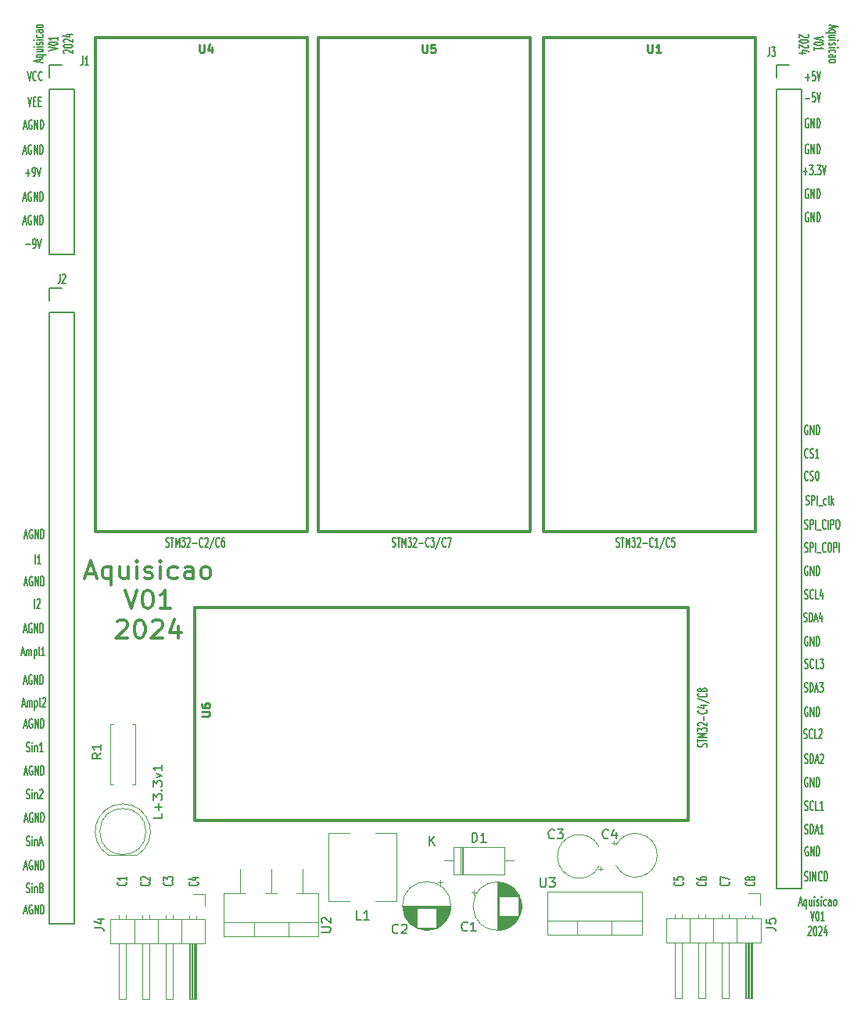
<source format=gto>
G04 #@! TF.GenerationSoftware,KiCad,Pcbnew,7.0.11-7.0.11~ubuntu22.04.1*
G04 #@! TF.CreationDate,2024-07-25T22:24:47-03:00*
G04 #@! TF.ProjectId,Aquisicao_STM_Barramento_v01,41717569-7369-4636-916f-5f53544d5f42,V01*
G04 #@! TF.SameCoordinates,Original*
G04 #@! TF.FileFunction,Legend,Top*
G04 #@! TF.FilePolarity,Positive*
%FSLAX46Y46*%
G04 Gerber Fmt 4.6, Leading zero omitted, Abs format (unit mm)*
G04 Created by KiCad (PCBNEW 7.0.11-7.0.11~ubuntu22.04.1) date 2024-07-25 22:24:47*
%MOMM*%
%LPD*%
G01*
G04 APERTURE LIST*
%ADD10C,0.150000*%
%ADD11C,0.300000*%
%ADD12C,0.222250*%
%ADD13C,0.120000*%
%ADD14C,0.304800*%
%ADD15R,2.250000X1.727200*%
%ADD16O,2.250000X1.727200*%
%ADD17O,1.727200X1.727200*%
%ADD18R,1.727200X2.250000*%
%ADD19O,1.727200X2.250000*%
%ADD20C,1.600000*%
%ADD21O,1.600000X1.600000*%
%ADD22C,1.800000*%
%ADD23R,1.800000X1.800000*%
%ADD24R,1.700000X1.700000*%
%ADD25O,1.700000X1.700000*%
%ADD26R,1.600000X1.600000*%
%ADD27O,1.800000X1.800000*%
%ADD28R,1.905000X2.000000*%
%ADD29O,1.905000X2.000000*%
%ADD30O,2.500000X1.800000*%
%ADD31R,2.500000X1.800000*%
%ADD32R,2.200000X2.200000*%
%ADD33O,2.200000X2.200000*%
%ADD34R,2.200000X1.500000*%
G04 APERTURE END LIST*
D10*
X187109669Y-138860166D02*
X187195384Y-138907785D01*
X187195384Y-138907785D02*
X187338241Y-138907785D01*
X187338241Y-138907785D02*
X187395384Y-138860166D01*
X187395384Y-138860166D02*
X187423955Y-138812546D01*
X187423955Y-138812546D02*
X187452526Y-138717308D01*
X187452526Y-138717308D02*
X187452526Y-138622070D01*
X187452526Y-138622070D02*
X187423955Y-138526832D01*
X187423955Y-138526832D02*
X187395384Y-138479213D01*
X187395384Y-138479213D02*
X187338241Y-138431594D01*
X187338241Y-138431594D02*
X187223955Y-138383975D01*
X187223955Y-138383975D02*
X187166812Y-138336356D01*
X187166812Y-138336356D02*
X187138241Y-138288737D01*
X187138241Y-138288737D02*
X187109669Y-138193499D01*
X187109669Y-138193499D02*
X187109669Y-138098261D01*
X187109669Y-138098261D02*
X187138241Y-138003023D01*
X187138241Y-138003023D02*
X187166812Y-137955404D01*
X187166812Y-137955404D02*
X187223955Y-137907785D01*
X187223955Y-137907785D02*
X187366812Y-137907785D01*
X187366812Y-137907785D02*
X187452526Y-137955404D01*
X187709670Y-138907785D02*
X187709670Y-137907785D01*
X187709670Y-137907785D02*
X187852527Y-137907785D01*
X187852527Y-137907785D02*
X187938241Y-137955404D01*
X187938241Y-137955404D02*
X187995384Y-138050642D01*
X187995384Y-138050642D02*
X188023955Y-138145880D01*
X188023955Y-138145880D02*
X188052527Y-138336356D01*
X188052527Y-138336356D02*
X188052527Y-138479213D01*
X188052527Y-138479213D02*
X188023955Y-138669689D01*
X188023955Y-138669689D02*
X187995384Y-138764927D01*
X187995384Y-138764927D02*
X187938241Y-138860166D01*
X187938241Y-138860166D02*
X187852527Y-138907785D01*
X187852527Y-138907785D02*
X187709670Y-138907785D01*
X188281098Y-138622070D02*
X188566813Y-138622070D01*
X188223955Y-138907785D02*
X188423955Y-137907785D01*
X188423955Y-137907785D02*
X188623955Y-138907785D01*
X189138241Y-138907785D02*
X188795384Y-138907785D01*
X188966813Y-138907785D02*
X188966813Y-137907785D01*
X188966813Y-137907785D02*
X188909670Y-138050642D01*
X188909670Y-138050642D02*
X188852527Y-138145880D01*
X188852527Y-138145880D02*
X188795384Y-138193499D01*
X102527387Y-65137262D02*
X102813102Y-65137262D01*
X102470244Y-65422977D02*
X102670244Y-64422977D01*
X102670244Y-64422977D02*
X102870244Y-65422977D01*
X103384530Y-64470596D02*
X103327388Y-64422977D01*
X103327388Y-64422977D02*
X103241673Y-64422977D01*
X103241673Y-64422977D02*
X103155959Y-64470596D01*
X103155959Y-64470596D02*
X103098816Y-64565834D01*
X103098816Y-64565834D02*
X103070245Y-64661072D01*
X103070245Y-64661072D02*
X103041673Y-64851548D01*
X103041673Y-64851548D02*
X103041673Y-64994405D01*
X103041673Y-64994405D02*
X103070245Y-65184881D01*
X103070245Y-65184881D02*
X103098816Y-65280119D01*
X103098816Y-65280119D02*
X103155959Y-65375358D01*
X103155959Y-65375358D02*
X103241673Y-65422977D01*
X103241673Y-65422977D02*
X103298816Y-65422977D01*
X103298816Y-65422977D02*
X103384530Y-65375358D01*
X103384530Y-65375358D02*
X103413102Y-65327738D01*
X103413102Y-65327738D02*
X103413102Y-64994405D01*
X103413102Y-64994405D02*
X103298816Y-64994405D01*
X103670245Y-65422977D02*
X103670245Y-64422977D01*
X103670245Y-64422977D02*
X104013102Y-65422977D01*
X104013102Y-65422977D02*
X104013102Y-64422977D01*
X104298816Y-65422977D02*
X104298816Y-64422977D01*
X104298816Y-64422977D02*
X104441673Y-64422977D01*
X104441673Y-64422977D02*
X104527387Y-64470596D01*
X104527387Y-64470596D02*
X104584530Y-64565834D01*
X104584530Y-64565834D02*
X104613101Y-64661072D01*
X104613101Y-64661072D02*
X104641673Y-64851548D01*
X104641673Y-64851548D02*
X104641673Y-64994405D01*
X104641673Y-64994405D02*
X104613101Y-65184881D01*
X104613101Y-65184881D02*
X104584530Y-65280119D01*
X104584530Y-65280119D02*
X104527387Y-65375358D01*
X104527387Y-65375358D02*
X104441673Y-65422977D01*
X104441673Y-65422977D02*
X104298816Y-65422977D01*
X176492200Y-129537030D02*
X176539819Y-129451316D01*
X176539819Y-129451316D02*
X176539819Y-129308458D01*
X176539819Y-129308458D02*
X176492200Y-129251316D01*
X176492200Y-129251316D02*
X176444580Y-129222744D01*
X176444580Y-129222744D02*
X176349342Y-129194173D01*
X176349342Y-129194173D02*
X176254104Y-129194173D01*
X176254104Y-129194173D02*
X176158866Y-129222744D01*
X176158866Y-129222744D02*
X176111247Y-129251316D01*
X176111247Y-129251316D02*
X176063628Y-129308458D01*
X176063628Y-129308458D02*
X176016009Y-129422744D01*
X176016009Y-129422744D02*
X175968390Y-129479887D01*
X175968390Y-129479887D02*
X175920771Y-129508458D01*
X175920771Y-129508458D02*
X175825533Y-129537030D01*
X175825533Y-129537030D02*
X175730295Y-129537030D01*
X175730295Y-129537030D02*
X175635057Y-129508458D01*
X175635057Y-129508458D02*
X175587438Y-129479887D01*
X175587438Y-129479887D02*
X175539819Y-129422744D01*
X175539819Y-129422744D02*
X175539819Y-129279887D01*
X175539819Y-129279887D02*
X175587438Y-129194173D01*
X175539819Y-129022744D02*
X175539819Y-128679887D01*
X176539819Y-128851315D02*
X175539819Y-128851315D01*
X176539819Y-128479886D02*
X175539819Y-128479886D01*
X175539819Y-128479886D02*
X176254104Y-128279886D01*
X176254104Y-128279886D02*
X175539819Y-128079886D01*
X175539819Y-128079886D02*
X176539819Y-128079886D01*
X175539819Y-127851315D02*
X175539819Y-127479887D01*
X175539819Y-127479887D02*
X175920771Y-127679887D01*
X175920771Y-127679887D02*
X175920771Y-127594172D01*
X175920771Y-127594172D02*
X175968390Y-127537030D01*
X175968390Y-127537030D02*
X176016009Y-127508458D01*
X176016009Y-127508458D02*
X176111247Y-127479887D01*
X176111247Y-127479887D02*
X176349342Y-127479887D01*
X176349342Y-127479887D02*
X176444580Y-127508458D01*
X176444580Y-127508458D02*
X176492200Y-127537030D01*
X176492200Y-127537030D02*
X176539819Y-127594172D01*
X176539819Y-127594172D02*
X176539819Y-127765601D01*
X176539819Y-127765601D02*
X176492200Y-127822744D01*
X176492200Y-127822744D02*
X176444580Y-127851315D01*
X175635057Y-127251315D02*
X175587438Y-127222743D01*
X175587438Y-127222743D02*
X175539819Y-127165601D01*
X175539819Y-127165601D02*
X175539819Y-127022743D01*
X175539819Y-127022743D02*
X175587438Y-126965601D01*
X175587438Y-126965601D02*
X175635057Y-126937029D01*
X175635057Y-126937029D02*
X175730295Y-126908458D01*
X175730295Y-126908458D02*
X175825533Y-126908458D01*
X175825533Y-126908458D02*
X175968390Y-126937029D01*
X175968390Y-126937029D02*
X176539819Y-127279886D01*
X176539819Y-127279886D02*
X176539819Y-126908458D01*
X176158866Y-126651314D02*
X176158866Y-126194172D01*
X176444580Y-125565600D02*
X176492200Y-125594172D01*
X176492200Y-125594172D02*
X176539819Y-125679886D01*
X176539819Y-125679886D02*
X176539819Y-125737029D01*
X176539819Y-125737029D02*
X176492200Y-125822743D01*
X176492200Y-125822743D02*
X176396961Y-125879886D01*
X176396961Y-125879886D02*
X176301723Y-125908457D01*
X176301723Y-125908457D02*
X176111247Y-125937029D01*
X176111247Y-125937029D02*
X175968390Y-125937029D01*
X175968390Y-125937029D02*
X175777914Y-125908457D01*
X175777914Y-125908457D02*
X175682676Y-125879886D01*
X175682676Y-125879886D02*
X175587438Y-125822743D01*
X175587438Y-125822743D02*
X175539819Y-125737029D01*
X175539819Y-125737029D02*
X175539819Y-125679886D01*
X175539819Y-125679886D02*
X175587438Y-125594172D01*
X175587438Y-125594172D02*
X175635057Y-125565600D01*
X175873152Y-125051315D02*
X176539819Y-125051315D01*
X175492200Y-125194172D02*
X176206485Y-125337029D01*
X176206485Y-125337029D02*
X176206485Y-124965600D01*
X175492200Y-124308457D02*
X176777914Y-124822743D01*
X176444580Y-123765600D02*
X176492200Y-123794172D01*
X176492200Y-123794172D02*
X176539819Y-123879886D01*
X176539819Y-123879886D02*
X176539819Y-123937029D01*
X176539819Y-123937029D02*
X176492200Y-124022743D01*
X176492200Y-124022743D02*
X176396961Y-124079886D01*
X176396961Y-124079886D02*
X176301723Y-124108457D01*
X176301723Y-124108457D02*
X176111247Y-124137029D01*
X176111247Y-124137029D02*
X175968390Y-124137029D01*
X175968390Y-124137029D02*
X175777914Y-124108457D01*
X175777914Y-124108457D02*
X175682676Y-124079886D01*
X175682676Y-124079886D02*
X175587438Y-124022743D01*
X175587438Y-124022743D02*
X175539819Y-123937029D01*
X175539819Y-123937029D02*
X175539819Y-123879886D01*
X175539819Y-123879886D02*
X175587438Y-123794172D01*
X175587438Y-123794172D02*
X175635057Y-123765600D01*
X175968390Y-123422743D02*
X175920771Y-123479886D01*
X175920771Y-123479886D02*
X175873152Y-123508457D01*
X175873152Y-123508457D02*
X175777914Y-123537029D01*
X175777914Y-123537029D02*
X175730295Y-123537029D01*
X175730295Y-123537029D02*
X175635057Y-123508457D01*
X175635057Y-123508457D02*
X175587438Y-123479886D01*
X175587438Y-123479886D02*
X175539819Y-123422743D01*
X175539819Y-123422743D02*
X175539819Y-123308457D01*
X175539819Y-123308457D02*
X175587438Y-123251315D01*
X175587438Y-123251315D02*
X175635057Y-123222743D01*
X175635057Y-123222743D02*
X175730295Y-123194172D01*
X175730295Y-123194172D02*
X175777914Y-123194172D01*
X175777914Y-123194172D02*
X175873152Y-123222743D01*
X175873152Y-123222743D02*
X175920771Y-123251315D01*
X175920771Y-123251315D02*
X175968390Y-123308457D01*
X175968390Y-123308457D02*
X175968390Y-123422743D01*
X175968390Y-123422743D02*
X176016009Y-123479886D01*
X176016009Y-123479886D02*
X176063628Y-123508457D01*
X176063628Y-123508457D02*
X176158866Y-123537029D01*
X176158866Y-123537029D02*
X176349342Y-123537029D01*
X176349342Y-123537029D02*
X176444580Y-123508457D01*
X176444580Y-123508457D02*
X176492200Y-123479886D01*
X176492200Y-123479886D02*
X176539819Y-123422743D01*
X176539819Y-123422743D02*
X176539819Y-123308457D01*
X176539819Y-123308457D02*
X176492200Y-123251315D01*
X176492200Y-123251315D02*
X176444580Y-123222743D01*
X176444580Y-123222743D02*
X176349342Y-123194172D01*
X176349342Y-123194172D02*
X176158866Y-123194172D01*
X176158866Y-123194172D02*
X176063628Y-123222743D01*
X176063628Y-123222743D02*
X176016009Y-123251315D01*
X176016009Y-123251315D02*
X175968390Y-123308457D01*
X173859580Y-144165601D02*
X173907200Y-144194173D01*
X173907200Y-144194173D02*
X173954819Y-144279887D01*
X173954819Y-144279887D02*
X173954819Y-144337030D01*
X173954819Y-144337030D02*
X173907200Y-144422744D01*
X173907200Y-144422744D02*
X173811961Y-144479887D01*
X173811961Y-144479887D02*
X173716723Y-144508458D01*
X173716723Y-144508458D02*
X173526247Y-144537030D01*
X173526247Y-144537030D02*
X173383390Y-144537030D01*
X173383390Y-144537030D02*
X173192914Y-144508458D01*
X173192914Y-144508458D02*
X173097676Y-144479887D01*
X173097676Y-144479887D02*
X173002438Y-144422744D01*
X173002438Y-144422744D02*
X172954819Y-144337030D01*
X172954819Y-144337030D02*
X172954819Y-144279887D01*
X172954819Y-144279887D02*
X173002438Y-144194173D01*
X173002438Y-144194173D02*
X173050057Y-144165601D01*
X172954819Y-143622744D02*
X172954819Y-143908458D01*
X172954819Y-143908458D02*
X173431009Y-143937030D01*
X173431009Y-143937030D02*
X173383390Y-143908458D01*
X173383390Y-143908458D02*
X173335771Y-143851316D01*
X173335771Y-143851316D02*
X173335771Y-143708458D01*
X173335771Y-143708458D02*
X173383390Y-143651316D01*
X173383390Y-143651316D02*
X173431009Y-143622744D01*
X173431009Y-143622744D02*
X173526247Y-143594173D01*
X173526247Y-143594173D02*
X173764342Y-143594173D01*
X173764342Y-143594173D02*
X173859580Y-143622744D01*
X173859580Y-143622744D02*
X173907200Y-143651316D01*
X173907200Y-143651316D02*
X173954819Y-143708458D01*
X173954819Y-143708458D02*
X173954819Y-143851316D01*
X173954819Y-143851316D02*
X173907200Y-143908458D01*
X173907200Y-143908458D02*
X173859580Y-143937030D01*
X102865924Y-140149319D02*
X102951639Y-140196938D01*
X102951639Y-140196938D02*
X103094496Y-140196938D01*
X103094496Y-140196938D02*
X103151639Y-140149319D01*
X103151639Y-140149319D02*
X103180210Y-140101699D01*
X103180210Y-140101699D02*
X103208781Y-140006461D01*
X103208781Y-140006461D02*
X103208781Y-139911223D01*
X103208781Y-139911223D02*
X103180210Y-139815985D01*
X103180210Y-139815985D02*
X103151639Y-139768366D01*
X103151639Y-139768366D02*
X103094496Y-139720747D01*
X103094496Y-139720747D02*
X102980210Y-139673128D01*
X102980210Y-139673128D02*
X102923067Y-139625509D01*
X102923067Y-139625509D02*
X102894496Y-139577890D01*
X102894496Y-139577890D02*
X102865924Y-139482652D01*
X102865924Y-139482652D02*
X102865924Y-139387414D01*
X102865924Y-139387414D02*
X102894496Y-139292176D01*
X102894496Y-139292176D02*
X102923067Y-139244557D01*
X102923067Y-139244557D02*
X102980210Y-139196938D01*
X102980210Y-139196938D02*
X103123067Y-139196938D01*
X103123067Y-139196938D02*
X103208781Y-139244557D01*
X103465925Y-140196938D02*
X103465925Y-139530271D01*
X103465925Y-139196938D02*
X103437353Y-139244557D01*
X103437353Y-139244557D02*
X103465925Y-139292176D01*
X103465925Y-139292176D02*
X103494496Y-139244557D01*
X103494496Y-139244557D02*
X103465925Y-139196938D01*
X103465925Y-139196938D02*
X103465925Y-139292176D01*
X103751639Y-139530271D02*
X103751639Y-140196938D01*
X103751639Y-139625509D02*
X103780210Y-139577890D01*
X103780210Y-139577890D02*
X103837353Y-139530271D01*
X103837353Y-139530271D02*
X103923067Y-139530271D01*
X103923067Y-139530271D02*
X103980210Y-139577890D01*
X103980210Y-139577890D02*
X104008782Y-139673128D01*
X104008782Y-139673128D02*
X104008782Y-140196938D01*
X104265924Y-139911223D02*
X104551639Y-139911223D01*
X104208781Y-140196938D02*
X104408781Y-139196938D01*
X104408781Y-139196938D02*
X104608781Y-140196938D01*
X116109580Y-144165601D02*
X116157200Y-144194173D01*
X116157200Y-144194173D02*
X116204819Y-144279887D01*
X116204819Y-144279887D02*
X116204819Y-144337030D01*
X116204819Y-144337030D02*
X116157200Y-144422744D01*
X116157200Y-144422744D02*
X116061961Y-144479887D01*
X116061961Y-144479887D02*
X115966723Y-144508458D01*
X115966723Y-144508458D02*
X115776247Y-144537030D01*
X115776247Y-144537030D02*
X115633390Y-144537030D01*
X115633390Y-144537030D02*
X115442914Y-144508458D01*
X115442914Y-144508458D02*
X115347676Y-144479887D01*
X115347676Y-144479887D02*
X115252438Y-144422744D01*
X115252438Y-144422744D02*
X115204819Y-144337030D01*
X115204819Y-144337030D02*
X115204819Y-144279887D01*
X115204819Y-144279887D02*
X115252438Y-144194173D01*
X115252438Y-144194173D02*
X115300057Y-144165601D01*
X115300057Y-143937030D02*
X115252438Y-143908458D01*
X115252438Y-143908458D02*
X115204819Y-143851316D01*
X115204819Y-143851316D02*
X115204819Y-143708458D01*
X115204819Y-143708458D02*
X115252438Y-143651316D01*
X115252438Y-143651316D02*
X115300057Y-143622744D01*
X115300057Y-143622744D02*
X115395295Y-143594173D01*
X115395295Y-143594173D02*
X115490533Y-143594173D01*
X115490533Y-143594173D02*
X115633390Y-143622744D01*
X115633390Y-143622744D02*
X116204819Y-143965601D01*
X116204819Y-143965601D02*
X116204819Y-143594173D01*
X187100000Y-105907200D02*
X187185715Y-105954819D01*
X187185715Y-105954819D02*
X187328572Y-105954819D01*
X187328572Y-105954819D02*
X187385715Y-105907200D01*
X187385715Y-105907200D02*
X187414286Y-105859580D01*
X187414286Y-105859580D02*
X187442857Y-105764342D01*
X187442857Y-105764342D02*
X187442857Y-105669104D01*
X187442857Y-105669104D02*
X187414286Y-105573866D01*
X187414286Y-105573866D02*
X187385715Y-105526247D01*
X187385715Y-105526247D02*
X187328572Y-105478628D01*
X187328572Y-105478628D02*
X187214286Y-105431009D01*
X187214286Y-105431009D02*
X187157143Y-105383390D01*
X187157143Y-105383390D02*
X187128572Y-105335771D01*
X187128572Y-105335771D02*
X187100000Y-105240533D01*
X187100000Y-105240533D02*
X187100000Y-105145295D01*
X187100000Y-105145295D02*
X187128572Y-105050057D01*
X187128572Y-105050057D02*
X187157143Y-105002438D01*
X187157143Y-105002438D02*
X187214286Y-104954819D01*
X187214286Y-104954819D02*
X187357143Y-104954819D01*
X187357143Y-104954819D02*
X187442857Y-105002438D01*
X187700001Y-105954819D02*
X187700001Y-104954819D01*
X187700001Y-104954819D02*
X187928572Y-104954819D01*
X187928572Y-104954819D02*
X187985715Y-105002438D01*
X187985715Y-105002438D02*
X188014286Y-105050057D01*
X188014286Y-105050057D02*
X188042858Y-105145295D01*
X188042858Y-105145295D02*
X188042858Y-105288152D01*
X188042858Y-105288152D02*
X188014286Y-105383390D01*
X188014286Y-105383390D02*
X187985715Y-105431009D01*
X187985715Y-105431009D02*
X187928572Y-105478628D01*
X187928572Y-105478628D02*
X187700001Y-105478628D01*
X188300001Y-105954819D02*
X188300001Y-104954819D01*
X188442858Y-106050057D02*
X188900000Y-106050057D01*
X189385715Y-105859580D02*
X189357143Y-105907200D01*
X189357143Y-105907200D02*
X189271429Y-105954819D01*
X189271429Y-105954819D02*
X189214286Y-105954819D01*
X189214286Y-105954819D02*
X189128572Y-105907200D01*
X189128572Y-105907200D02*
X189071429Y-105811961D01*
X189071429Y-105811961D02*
X189042858Y-105716723D01*
X189042858Y-105716723D02*
X189014286Y-105526247D01*
X189014286Y-105526247D02*
X189014286Y-105383390D01*
X189014286Y-105383390D02*
X189042858Y-105192914D01*
X189042858Y-105192914D02*
X189071429Y-105097676D01*
X189071429Y-105097676D02*
X189128572Y-105002438D01*
X189128572Y-105002438D02*
X189214286Y-104954819D01*
X189214286Y-104954819D02*
X189271429Y-104954819D01*
X189271429Y-104954819D02*
X189357143Y-105002438D01*
X189357143Y-105002438D02*
X189385715Y-105050057D01*
X189642858Y-105954819D02*
X189642858Y-104954819D01*
X189928572Y-105954819D02*
X189928572Y-104954819D01*
X189928572Y-104954819D02*
X190157143Y-104954819D01*
X190157143Y-104954819D02*
X190214286Y-105002438D01*
X190214286Y-105002438D02*
X190242857Y-105050057D01*
X190242857Y-105050057D02*
X190271429Y-105145295D01*
X190271429Y-105145295D02*
X190271429Y-105288152D01*
X190271429Y-105288152D02*
X190242857Y-105383390D01*
X190242857Y-105383390D02*
X190214286Y-105431009D01*
X190214286Y-105431009D02*
X190157143Y-105478628D01*
X190157143Y-105478628D02*
X189928572Y-105478628D01*
X190642857Y-104954819D02*
X190757143Y-104954819D01*
X190757143Y-104954819D02*
X190814286Y-105002438D01*
X190814286Y-105002438D02*
X190871429Y-105097676D01*
X190871429Y-105097676D02*
X190900000Y-105288152D01*
X190900000Y-105288152D02*
X190900000Y-105621485D01*
X190900000Y-105621485D02*
X190871429Y-105811961D01*
X190871429Y-105811961D02*
X190814286Y-105907200D01*
X190814286Y-105907200D02*
X190757143Y-105954819D01*
X190757143Y-105954819D02*
X190642857Y-105954819D01*
X190642857Y-105954819D02*
X190585715Y-105907200D01*
X190585715Y-105907200D02*
X190528572Y-105811961D01*
X190528572Y-105811961D02*
X190500000Y-105621485D01*
X190500000Y-105621485D02*
X190500000Y-105288152D01*
X190500000Y-105288152D02*
X190528572Y-105097676D01*
X190528572Y-105097676D02*
X190585715Y-105002438D01*
X190585715Y-105002438D02*
X190642857Y-104954819D01*
X187452526Y-117635404D02*
X187395384Y-117587785D01*
X187395384Y-117587785D02*
X187309669Y-117587785D01*
X187309669Y-117587785D02*
X187223955Y-117635404D01*
X187223955Y-117635404D02*
X187166812Y-117730642D01*
X187166812Y-117730642D02*
X187138241Y-117825880D01*
X187138241Y-117825880D02*
X187109669Y-118016356D01*
X187109669Y-118016356D02*
X187109669Y-118159213D01*
X187109669Y-118159213D02*
X187138241Y-118349689D01*
X187138241Y-118349689D02*
X187166812Y-118444927D01*
X187166812Y-118444927D02*
X187223955Y-118540166D01*
X187223955Y-118540166D02*
X187309669Y-118587785D01*
X187309669Y-118587785D02*
X187366812Y-118587785D01*
X187366812Y-118587785D02*
X187452526Y-118540166D01*
X187452526Y-118540166D02*
X187481098Y-118492546D01*
X187481098Y-118492546D02*
X187481098Y-118159213D01*
X187481098Y-118159213D02*
X187366812Y-118159213D01*
X187738241Y-118587785D02*
X187738241Y-117587785D01*
X187738241Y-117587785D02*
X188081098Y-118587785D01*
X188081098Y-118587785D02*
X188081098Y-117587785D01*
X188366812Y-118587785D02*
X188366812Y-117587785D01*
X188366812Y-117587785D02*
X188509669Y-117587785D01*
X188509669Y-117587785D02*
X188595383Y-117635404D01*
X188595383Y-117635404D02*
X188652526Y-117730642D01*
X188652526Y-117730642D02*
X188681097Y-117825880D01*
X188681097Y-117825880D02*
X188709669Y-118016356D01*
X188709669Y-118016356D02*
X188709669Y-118159213D01*
X188709669Y-118159213D02*
X188681097Y-118349689D01*
X188681097Y-118349689D02*
X188652526Y-118444927D01*
X188652526Y-118444927D02*
X188595383Y-118540166D01*
X188595383Y-118540166D02*
X188509669Y-118587785D01*
X188509669Y-118587785D02*
X188366812Y-118587785D01*
X187481098Y-98172546D02*
X187452526Y-98220166D01*
X187452526Y-98220166D02*
X187366812Y-98267785D01*
X187366812Y-98267785D02*
X187309669Y-98267785D01*
X187309669Y-98267785D02*
X187223955Y-98220166D01*
X187223955Y-98220166D02*
X187166812Y-98124927D01*
X187166812Y-98124927D02*
X187138241Y-98029689D01*
X187138241Y-98029689D02*
X187109669Y-97839213D01*
X187109669Y-97839213D02*
X187109669Y-97696356D01*
X187109669Y-97696356D02*
X187138241Y-97505880D01*
X187138241Y-97505880D02*
X187166812Y-97410642D01*
X187166812Y-97410642D02*
X187223955Y-97315404D01*
X187223955Y-97315404D02*
X187309669Y-97267785D01*
X187309669Y-97267785D02*
X187366812Y-97267785D01*
X187366812Y-97267785D02*
X187452526Y-97315404D01*
X187452526Y-97315404D02*
X187481098Y-97363023D01*
X187709669Y-98220166D02*
X187795384Y-98267785D01*
X187795384Y-98267785D02*
X187938241Y-98267785D01*
X187938241Y-98267785D02*
X187995384Y-98220166D01*
X187995384Y-98220166D02*
X188023955Y-98172546D01*
X188023955Y-98172546D02*
X188052526Y-98077308D01*
X188052526Y-98077308D02*
X188052526Y-97982070D01*
X188052526Y-97982070D02*
X188023955Y-97886832D01*
X188023955Y-97886832D02*
X187995384Y-97839213D01*
X187995384Y-97839213D02*
X187938241Y-97791594D01*
X187938241Y-97791594D02*
X187823955Y-97743975D01*
X187823955Y-97743975D02*
X187766812Y-97696356D01*
X187766812Y-97696356D02*
X187738241Y-97648737D01*
X187738241Y-97648737D02*
X187709669Y-97553499D01*
X187709669Y-97553499D02*
X187709669Y-97458261D01*
X187709669Y-97458261D02*
X187738241Y-97363023D01*
X187738241Y-97363023D02*
X187766812Y-97315404D01*
X187766812Y-97315404D02*
X187823955Y-97267785D01*
X187823955Y-97267785D02*
X187966812Y-97267785D01*
X187966812Y-97267785D02*
X188052526Y-97315404D01*
X188623955Y-98267785D02*
X188281098Y-98267785D01*
X188452527Y-98267785D02*
X188452527Y-97267785D01*
X188452527Y-97267785D02*
X188395384Y-97410642D01*
X188395384Y-97410642D02*
X188338241Y-97505880D01*
X188338241Y-97505880D02*
X188281098Y-97553499D01*
X187511644Y-71783696D02*
X187454502Y-71736077D01*
X187454502Y-71736077D02*
X187368787Y-71736077D01*
X187368787Y-71736077D02*
X187283073Y-71783696D01*
X187283073Y-71783696D02*
X187225930Y-71878934D01*
X187225930Y-71878934D02*
X187197359Y-71974172D01*
X187197359Y-71974172D02*
X187168787Y-72164648D01*
X187168787Y-72164648D02*
X187168787Y-72307505D01*
X187168787Y-72307505D02*
X187197359Y-72497981D01*
X187197359Y-72497981D02*
X187225930Y-72593219D01*
X187225930Y-72593219D02*
X187283073Y-72688458D01*
X187283073Y-72688458D02*
X187368787Y-72736077D01*
X187368787Y-72736077D02*
X187425930Y-72736077D01*
X187425930Y-72736077D02*
X187511644Y-72688458D01*
X187511644Y-72688458D02*
X187540216Y-72640838D01*
X187540216Y-72640838D02*
X187540216Y-72307505D01*
X187540216Y-72307505D02*
X187425930Y-72307505D01*
X187797359Y-72736077D02*
X187797359Y-71736077D01*
X187797359Y-71736077D02*
X188140216Y-72736077D01*
X188140216Y-72736077D02*
X188140216Y-71736077D01*
X188425930Y-72736077D02*
X188425930Y-71736077D01*
X188425930Y-71736077D02*
X188568787Y-71736077D01*
X188568787Y-71736077D02*
X188654501Y-71783696D01*
X188654501Y-71783696D02*
X188711644Y-71878934D01*
X188711644Y-71878934D02*
X188740215Y-71974172D01*
X188740215Y-71974172D02*
X188768787Y-72164648D01*
X188768787Y-72164648D02*
X188768787Y-72307505D01*
X188768787Y-72307505D02*
X188740215Y-72497981D01*
X188740215Y-72497981D02*
X188711644Y-72593219D01*
X188711644Y-72593219D02*
X188654501Y-72688458D01*
X188654501Y-72688458D02*
X188568787Y-72736077D01*
X188568787Y-72736077D02*
X188425930Y-72736077D01*
X102809959Y-75202024D02*
X103267102Y-75202024D01*
X103581387Y-75582977D02*
X103695673Y-75582977D01*
X103695673Y-75582977D02*
X103752816Y-75535358D01*
X103752816Y-75535358D02*
X103781387Y-75487738D01*
X103781387Y-75487738D02*
X103838530Y-75344881D01*
X103838530Y-75344881D02*
X103867101Y-75154405D01*
X103867101Y-75154405D02*
X103867101Y-74773453D01*
X103867101Y-74773453D02*
X103838530Y-74678215D01*
X103838530Y-74678215D02*
X103809959Y-74630596D01*
X103809959Y-74630596D02*
X103752816Y-74582977D01*
X103752816Y-74582977D02*
X103638530Y-74582977D01*
X103638530Y-74582977D02*
X103581387Y-74630596D01*
X103581387Y-74630596D02*
X103552816Y-74678215D01*
X103552816Y-74678215D02*
X103524244Y-74773453D01*
X103524244Y-74773453D02*
X103524244Y-75011548D01*
X103524244Y-75011548D02*
X103552816Y-75106786D01*
X103552816Y-75106786D02*
X103581387Y-75154405D01*
X103581387Y-75154405D02*
X103638530Y-75202024D01*
X103638530Y-75202024D02*
X103752816Y-75202024D01*
X103752816Y-75202024D02*
X103809959Y-75154405D01*
X103809959Y-75154405D02*
X103838530Y-75106786D01*
X103838530Y-75106786D02*
X103867101Y-75011548D01*
X104038530Y-74582977D02*
X104238530Y-75582977D01*
X104238530Y-75582977D02*
X104438530Y-74582977D01*
X190035895Y-51485714D02*
X190035895Y-51771429D01*
X189750180Y-51428571D02*
X190750180Y-51628571D01*
X190750180Y-51628571D02*
X189750180Y-51828571D01*
X190416847Y-52285715D02*
X189416847Y-52285715D01*
X189797800Y-52285715D02*
X189750180Y-52228572D01*
X189750180Y-52228572D02*
X189750180Y-52114286D01*
X189750180Y-52114286D02*
X189797800Y-52057143D01*
X189797800Y-52057143D02*
X189845419Y-52028572D01*
X189845419Y-52028572D02*
X189940657Y-52000000D01*
X189940657Y-52000000D02*
X190226371Y-52000000D01*
X190226371Y-52000000D02*
X190321609Y-52028572D01*
X190321609Y-52028572D02*
X190369228Y-52057143D01*
X190369228Y-52057143D02*
X190416847Y-52114286D01*
X190416847Y-52114286D02*
X190416847Y-52228572D01*
X190416847Y-52228572D02*
X190369228Y-52285715D01*
X190416847Y-52828572D02*
X189750180Y-52828572D01*
X190416847Y-52571429D02*
X189893038Y-52571429D01*
X189893038Y-52571429D02*
X189797800Y-52600000D01*
X189797800Y-52600000D02*
X189750180Y-52657143D01*
X189750180Y-52657143D02*
X189750180Y-52742857D01*
X189750180Y-52742857D02*
X189797800Y-52800000D01*
X189797800Y-52800000D02*
X189845419Y-52828572D01*
X189750180Y-53114286D02*
X190416847Y-53114286D01*
X190750180Y-53114286D02*
X190702561Y-53085714D01*
X190702561Y-53085714D02*
X190654942Y-53114286D01*
X190654942Y-53114286D02*
X190702561Y-53142857D01*
X190702561Y-53142857D02*
X190750180Y-53114286D01*
X190750180Y-53114286D02*
X190654942Y-53114286D01*
X189797800Y-53371428D02*
X189750180Y-53428571D01*
X189750180Y-53428571D02*
X189750180Y-53542857D01*
X189750180Y-53542857D02*
X189797800Y-53600000D01*
X189797800Y-53600000D02*
X189893038Y-53628571D01*
X189893038Y-53628571D02*
X189940657Y-53628571D01*
X189940657Y-53628571D02*
X190035895Y-53600000D01*
X190035895Y-53600000D02*
X190083514Y-53542857D01*
X190083514Y-53542857D02*
X190083514Y-53457143D01*
X190083514Y-53457143D02*
X190131133Y-53400000D01*
X190131133Y-53400000D02*
X190226371Y-53371428D01*
X190226371Y-53371428D02*
X190273990Y-53371428D01*
X190273990Y-53371428D02*
X190369228Y-53400000D01*
X190369228Y-53400000D02*
X190416847Y-53457143D01*
X190416847Y-53457143D02*
X190416847Y-53542857D01*
X190416847Y-53542857D02*
X190369228Y-53600000D01*
X189750180Y-53885714D02*
X190416847Y-53885714D01*
X190750180Y-53885714D02*
X190702561Y-53857142D01*
X190702561Y-53857142D02*
X190654942Y-53885714D01*
X190654942Y-53885714D02*
X190702561Y-53914285D01*
X190702561Y-53914285D02*
X190750180Y-53885714D01*
X190750180Y-53885714D02*
X190654942Y-53885714D01*
X189797800Y-54428571D02*
X189750180Y-54371428D01*
X189750180Y-54371428D02*
X189750180Y-54257142D01*
X189750180Y-54257142D02*
X189797800Y-54199999D01*
X189797800Y-54199999D02*
X189845419Y-54171428D01*
X189845419Y-54171428D02*
X189940657Y-54142856D01*
X189940657Y-54142856D02*
X190226371Y-54142856D01*
X190226371Y-54142856D02*
X190321609Y-54171428D01*
X190321609Y-54171428D02*
X190369228Y-54199999D01*
X190369228Y-54199999D02*
X190416847Y-54257142D01*
X190416847Y-54257142D02*
X190416847Y-54371428D01*
X190416847Y-54371428D02*
X190369228Y-54428571D01*
X189750180Y-54942857D02*
X190273990Y-54942857D01*
X190273990Y-54942857D02*
X190369228Y-54914285D01*
X190369228Y-54914285D02*
X190416847Y-54857142D01*
X190416847Y-54857142D02*
X190416847Y-54742857D01*
X190416847Y-54742857D02*
X190369228Y-54685714D01*
X189797800Y-54942857D02*
X189750180Y-54885714D01*
X189750180Y-54885714D02*
X189750180Y-54742857D01*
X189750180Y-54742857D02*
X189797800Y-54685714D01*
X189797800Y-54685714D02*
X189893038Y-54657142D01*
X189893038Y-54657142D02*
X189988276Y-54657142D01*
X189988276Y-54657142D02*
X190083514Y-54685714D01*
X190083514Y-54685714D02*
X190131133Y-54742857D01*
X190131133Y-54742857D02*
X190131133Y-54885714D01*
X190131133Y-54885714D02*
X190178752Y-54942857D01*
X189750180Y-55314285D02*
X189797800Y-55257142D01*
X189797800Y-55257142D02*
X189845419Y-55228571D01*
X189845419Y-55228571D02*
X189940657Y-55199999D01*
X189940657Y-55199999D02*
X190226371Y-55199999D01*
X190226371Y-55199999D02*
X190321609Y-55228571D01*
X190321609Y-55228571D02*
X190369228Y-55257142D01*
X190369228Y-55257142D02*
X190416847Y-55314285D01*
X190416847Y-55314285D02*
X190416847Y-55399999D01*
X190416847Y-55399999D02*
X190369228Y-55457142D01*
X190369228Y-55457142D02*
X190321609Y-55485714D01*
X190321609Y-55485714D02*
X190226371Y-55514285D01*
X190226371Y-55514285D02*
X189940657Y-55514285D01*
X189940657Y-55514285D02*
X189845419Y-55485714D01*
X189845419Y-55485714D02*
X189797800Y-55457142D01*
X189797800Y-55457142D02*
X189750180Y-55399999D01*
X189750180Y-55399999D02*
X189750180Y-55314285D01*
X189140180Y-52728570D02*
X188140180Y-52928570D01*
X188140180Y-52928570D02*
X189140180Y-53128570D01*
X189140180Y-53442856D02*
X189140180Y-53499999D01*
X189140180Y-53499999D02*
X189092561Y-53557142D01*
X189092561Y-53557142D02*
X189044942Y-53585714D01*
X189044942Y-53585714D02*
X188949704Y-53614285D01*
X188949704Y-53614285D02*
X188759228Y-53642856D01*
X188759228Y-53642856D02*
X188521133Y-53642856D01*
X188521133Y-53642856D02*
X188330657Y-53614285D01*
X188330657Y-53614285D02*
X188235419Y-53585714D01*
X188235419Y-53585714D02*
X188187800Y-53557142D01*
X188187800Y-53557142D02*
X188140180Y-53499999D01*
X188140180Y-53499999D02*
X188140180Y-53442856D01*
X188140180Y-53442856D02*
X188187800Y-53385714D01*
X188187800Y-53385714D02*
X188235419Y-53357142D01*
X188235419Y-53357142D02*
X188330657Y-53328571D01*
X188330657Y-53328571D02*
X188521133Y-53299999D01*
X188521133Y-53299999D02*
X188759228Y-53299999D01*
X188759228Y-53299999D02*
X188949704Y-53328571D01*
X188949704Y-53328571D02*
X189044942Y-53357142D01*
X189044942Y-53357142D02*
X189092561Y-53385714D01*
X189092561Y-53385714D02*
X189140180Y-53442856D01*
X188140180Y-54214285D02*
X188140180Y-53871428D01*
X188140180Y-54042857D02*
X189140180Y-54042857D01*
X189140180Y-54042857D02*
X188997323Y-53985714D01*
X188997323Y-53985714D02*
X188902085Y-53928571D01*
X188902085Y-53928571D02*
X188854466Y-53871428D01*
X187434942Y-52471427D02*
X187482561Y-52499999D01*
X187482561Y-52499999D02*
X187530180Y-52557142D01*
X187530180Y-52557142D02*
X187530180Y-52699999D01*
X187530180Y-52699999D02*
X187482561Y-52757142D01*
X187482561Y-52757142D02*
X187434942Y-52785713D01*
X187434942Y-52785713D02*
X187339704Y-52814284D01*
X187339704Y-52814284D02*
X187244466Y-52814284D01*
X187244466Y-52814284D02*
X187101609Y-52785713D01*
X187101609Y-52785713D02*
X186530180Y-52442856D01*
X186530180Y-52442856D02*
X186530180Y-52814284D01*
X187530180Y-53185713D02*
X187530180Y-53242856D01*
X187530180Y-53242856D02*
X187482561Y-53299999D01*
X187482561Y-53299999D02*
X187434942Y-53328571D01*
X187434942Y-53328571D02*
X187339704Y-53357142D01*
X187339704Y-53357142D02*
X187149228Y-53385713D01*
X187149228Y-53385713D02*
X186911133Y-53385713D01*
X186911133Y-53385713D02*
X186720657Y-53357142D01*
X186720657Y-53357142D02*
X186625419Y-53328571D01*
X186625419Y-53328571D02*
X186577800Y-53299999D01*
X186577800Y-53299999D02*
X186530180Y-53242856D01*
X186530180Y-53242856D02*
X186530180Y-53185713D01*
X186530180Y-53185713D02*
X186577800Y-53128571D01*
X186577800Y-53128571D02*
X186625419Y-53099999D01*
X186625419Y-53099999D02*
X186720657Y-53071428D01*
X186720657Y-53071428D02*
X186911133Y-53042856D01*
X186911133Y-53042856D02*
X187149228Y-53042856D01*
X187149228Y-53042856D02*
X187339704Y-53071428D01*
X187339704Y-53071428D02*
X187434942Y-53099999D01*
X187434942Y-53099999D02*
X187482561Y-53128571D01*
X187482561Y-53128571D02*
X187530180Y-53185713D01*
X187434942Y-53614285D02*
X187482561Y-53642857D01*
X187482561Y-53642857D02*
X187530180Y-53700000D01*
X187530180Y-53700000D02*
X187530180Y-53842857D01*
X187530180Y-53842857D02*
X187482561Y-53900000D01*
X187482561Y-53900000D02*
X187434942Y-53928571D01*
X187434942Y-53928571D02*
X187339704Y-53957142D01*
X187339704Y-53957142D02*
X187244466Y-53957142D01*
X187244466Y-53957142D02*
X187101609Y-53928571D01*
X187101609Y-53928571D02*
X186530180Y-53585714D01*
X186530180Y-53585714D02*
X186530180Y-53957142D01*
X187196847Y-54471429D02*
X186530180Y-54471429D01*
X187577800Y-54328571D02*
X186863514Y-54185714D01*
X186863514Y-54185714D02*
X186863514Y-54557143D01*
X178859580Y-144165601D02*
X178907200Y-144194173D01*
X178907200Y-144194173D02*
X178954819Y-144279887D01*
X178954819Y-144279887D02*
X178954819Y-144337030D01*
X178954819Y-144337030D02*
X178907200Y-144422744D01*
X178907200Y-144422744D02*
X178811961Y-144479887D01*
X178811961Y-144479887D02*
X178716723Y-144508458D01*
X178716723Y-144508458D02*
X178526247Y-144537030D01*
X178526247Y-144537030D02*
X178383390Y-144537030D01*
X178383390Y-144537030D02*
X178192914Y-144508458D01*
X178192914Y-144508458D02*
X178097676Y-144479887D01*
X178097676Y-144479887D02*
X178002438Y-144422744D01*
X178002438Y-144422744D02*
X177954819Y-144337030D01*
X177954819Y-144337030D02*
X177954819Y-144279887D01*
X177954819Y-144279887D02*
X178002438Y-144194173D01*
X178002438Y-144194173D02*
X178050057Y-144165601D01*
X177954819Y-143965601D02*
X177954819Y-143565601D01*
X177954819Y-143565601D02*
X178954819Y-143822744D01*
X102654384Y-137377776D02*
X102940099Y-137377776D01*
X102597241Y-137663491D02*
X102797241Y-136663491D01*
X102797241Y-136663491D02*
X102997241Y-137663491D01*
X103511527Y-136711110D02*
X103454385Y-136663491D01*
X103454385Y-136663491D02*
X103368670Y-136663491D01*
X103368670Y-136663491D02*
X103282956Y-136711110D01*
X103282956Y-136711110D02*
X103225813Y-136806348D01*
X103225813Y-136806348D02*
X103197242Y-136901586D01*
X103197242Y-136901586D02*
X103168670Y-137092062D01*
X103168670Y-137092062D02*
X103168670Y-137234919D01*
X103168670Y-137234919D02*
X103197242Y-137425395D01*
X103197242Y-137425395D02*
X103225813Y-137520633D01*
X103225813Y-137520633D02*
X103282956Y-137615872D01*
X103282956Y-137615872D02*
X103368670Y-137663491D01*
X103368670Y-137663491D02*
X103425813Y-137663491D01*
X103425813Y-137663491D02*
X103511527Y-137615872D01*
X103511527Y-137615872D02*
X103540099Y-137568252D01*
X103540099Y-137568252D02*
X103540099Y-137234919D01*
X103540099Y-137234919D02*
X103425813Y-137234919D01*
X103797242Y-137663491D02*
X103797242Y-136663491D01*
X103797242Y-136663491D02*
X104140099Y-137663491D01*
X104140099Y-137663491D02*
X104140099Y-136663491D01*
X104425813Y-137663491D02*
X104425813Y-136663491D01*
X104425813Y-136663491D02*
X104568670Y-136663491D01*
X104568670Y-136663491D02*
X104654384Y-136711110D01*
X104654384Y-136711110D02*
X104711527Y-136806348D01*
X104711527Y-136806348D02*
X104740098Y-136901586D01*
X104740098Y-136901586D02*
X104768670Y-137092062D01*
X104768670Y-137092062D02*
X104768670Y-137234919D01*
X104768670Y-137234919D02*
X104740098Y-137425395D01*
X104740098Y-137425395D02*
X104711527Y-137520633D01*
X104711527Y-137520633D02*
X104654384Y-137615872D01*
X104654384Y-137615872D02*
X104568670Y-137663491D01*
X104568670Y-137663491D02*
X104425813Y-137663491D01*
X102628017Y-111822866D02*
X102913732Y-111822866D01*
X102570874Y-112108581D02*
X102770874Y-111108581D01*
X102770874Y-111108581D02*
X102970874Y-112108581D01*
X103485160Y-111156200D02*
X103428018Y-111108581D01*
X103428018Y-111108581D02*
X103342303Y-111108581D01*
X103342303Y-111108581D02*
X103256589Y-111156200D01*
X103256589Y-111156200D02*
X103199446Y-111251438D01*
X103199446Y-111251438D02*
X103170875Y-111346676D01*
X103170875Y-111346676D02*
X103142303Y-111537152D01*
X103142303Y-111537152D02*
X103142303Y-111680009D01*
X103142303Y-111680009D02*
X103170875Y-111870485D01*
X103170875Y-111870485D02*
X103199446Y-111965723D01*
X103199446Y-111965723D02*
X103256589Y-112060962D01*
X103256589Y-112060962D02*
X103342303Y-112108581D01*
X103342303Y-112108581D02*
X103399446Y-112108581D01*
X103399446Y-112108581D02*
X103485160Y-112060962D01*
X103485160Y-112060962D02*
X103513732Y-112013342D01*
X103513732Y-112013342D02*
X103513732Y-111680009D01*
X103513732Y-111680009D02*
X103399446Y-111680009D01*
X103770875Y-112108581D02*
X103770875Y-111108581D01*
X103770875Y-111108581D02*
X104113732Y-112108581D01*
X104113732Y-112108581D02*
X104113732Y-111108581D01*
X104399446Y-112108581D02*
X104399446Y-111108581D01*
X104399446Y-111108581D02*
X104542303Y-111108581D01*
X104542303Y-111108581D02*
X104628017Y-111156200D01*
X104628017Y-111156200D02*
X104685160Y-111251438D01*
X104685160Y-111251438D02*
X104713731Y-111346676D01*
X104713731Y-111346676D02*
X104742303Y-111537152D01*
X104742303Y-111537152D02*
X104742303Y-111680009D01*
X104742303Y-111680009D02*
X104713731Y-111870485D01*
X104713731Y-111870485D02*
X104685160Y-111965723D01*
X104685160Y-111965723D02*
X104628017Y-112060962D01*
X104628017Y-112060962D02*
X104542303Y-112108581D01*
X104542303Y-112108581D02*
X104399446Y-112108581D01*
X181609580Y-144165601D02*
X181657200Y-144194173D01*
X181657200Y-144194173D02*
X181704819Y-144279887D01*
X181704819Y-144279887D02*
X181704819Y-144337030D01*
X181704819Y-144337030D02*
X181657200Y-144422744D01*
X181657200Y-144422744D02*
X181561961Y-144479887D01*
X181561961Y-144479887D02*
X181466723Y-144508458D01*
X181466723Y-144508458D02*
X181276247Y-144537030D01*
X181276247Y-144537030D02*
X181133390Y-144537030D01*
X181133390Y-144537030D02*
X180942914Y-144508458D01*
X180942914Y-144508458D02*
X180847676Y-144479887D01*
X180847676Y-144479887D02*
X180752438Y-144422744D01*
X180752438Y-144422744D02*
X180704819Y-144337030D01*
X180704819Y-144337030D02*
X180704819Y-144279887D01*
X180704819Y-144279887D02*
X180752438Y-144194173D01*
X180752438Y-144194173D02*
X180800057Y-144165601D01*
X181133390Y-143822744D02*
X181085771Y-143879887D01*
X181085771Y-143879887D02*
X181038152Y-143908458D01*
X181038152Y-143908458D02*
X180942914Y-143937030D01*
X180942914Y-143937030D02*
X180895295Y-143937030D01*
X180895295Y-143937030D02*
X180800057Y-143908458D01*
X180800057Y-143908458D02*
X180752438Y-143879887D01*
X180752438Y-143879887D02*
X180704819Y-143822744D01*
X180704819Y-143822744D02*
X180704819Y-143708458D01*
X180704819Y-143708458D02*
X180752438Y-143651316D01*
X180752438Y-143651316D02*
X180800057Y-143622744D01*
X180800057Y-143622744D02*
X180895295Y-143594173D01*
X180895295Y-143594173D02*
X180942914Y-143594173D01*
X180942914Y-143594173D02*
X181038152Y-143622744D01*
X181038152Y-143622744D02*
X181085771Y-143651316D01*
X181085771Y-143651316D02*
X181133390Y-143708458D01*
X181133390Y-143708458D02*
X181133390Y-143822744D01*
X181133390Y-143822744D02*
X181181009Y-143879887D01*
X181181009Y-143879887D02*
X181228628Y-143908458D01*
X181228628Y-143908458D02*
X181323866Y-143937030D01*
X181323866Y-143937030D02*
X181514342Y-143937030D01*
X181514342Y-143937030D02*
X181609580Y-143908458D01*
X181609580Y-143908458D02*
X181657200Y-143879887D01*
X181657200Y-143879887D02*
X181704819Y-143822744D01*
X181704819Y-143822744D02*
X181704819Y-143708458D01*
X181704819Y-143708458D02*
X181657200Y-143651316D01*
X181657200Y-143651316D02*
X181609580Y-143622744D01*
X181609580Y-143622744D02*
X181514342Y-143594173D01*
X181514342Y-143594173D02*
X181323866Y-143594173D01*
X181323866Y-143594173D02*
X181228628Y-143622744D01*
X181228628Y-143622744D02*
X181181009Y-143651316D01*
X181181009Y-143651316D02*
X181133390Y-143708458D01*
X121359580Y-144165601D02*
X121407200Y-144194173D01*
X121407200Y-144194173D02*
X121454819Y-144279887D01*
X121454819Y-144279887D02*
X121454819Y-144337030D01*
X121454819Y-144337030D02*
X121407200Y-144422744D01*
X121407200Y-144422744D02*
X121311961Y-144479887D01*
X121311961Y-144479887D02*
X121216723Y-144508458D01*
X121216723Y-144508458D02*
X121026247Y-144537030D01*
X121026247Y-144537030D02*
X120883390Y-144537030D01*
X120883390Y-144537030D02*
X120692914Y-144508458D01*
X120692914Y-144508458D02*
X120597676Y-144479887D01*
X120597676Y-144479887D02*
X120502438Y-144422744D01*
X120502438Y-144422744D02*
X120454819Y-144337030D01*
X120454819Y-144337030D02*
X120454819Y-144279887D01*
X120454819Y-144279887D02*
X120502438Y-144194173D01*
X120502438Y-144194173D02*
X120550057Y-144165601D01*
X120788152Y-143651316D02*
X121454819Y-143651316D01*
X120407200Y-143794173D02*
X121121485Y-143937030D01*
X121121485Y-143937030D02*
X121121485Y-143565601D01*
X187452526Y-125255404D02*
X187395384Y-125207785D01*
X187395384Y-125207785D02*
X187309669Y-125207785D01*
X187309669Y-125207785D02*
X187223955Y-125255404D01*
X187223955Y-125255404D02*
X187166812Y-125350642D01*
X187166812Y-125350642D02*
X187138241Y-125445880D01*
X187138241Y-125445880D02*
X187109669Y-125636356D01*
X187109669Y-125636356D02*
X187109669Y-125779213D01*
X187109669Y-125779213D02*
X187138241Y-125969689D01*
X187138241Y-125969689D02*
X187166812Y-126064927D01*
X187166812Y-126064927D02*
X187223955Y-126160166D01*
X187223955Y-126160166D02*
X187309669Y-126207785D01*
X187309669Y-126207785D02*
X187366812Y-126207785D01*
X187366812Y-126207785D02*
X187452526Y-126160166D01*
X187452526Y-126160166D02*
X187481098Y-126112546D01*
X187481098Y-126112546D02*
X187481098Y-125779213D01*
X187481098Y-125779213D02*
X187366812Y-125779213D01*
X187738241Y-126207785D02*
X187738241Y-125207785D01*
X187738241Y-125207785D02*
X188081098Y-126207785D01*
X188081098Y-126207785D02*
X188081098Y-125207785D01*
X188366812Y-126207785D02*
X188366812Y-125207785D01*
X188366812Y-125207785D02*
X188509669Y-125207785D01*
X188509669Y-125207785D02*
X188595383Y-125255404D01*
X188595383Y-125255404D02*
X188652526Y-125350642D01*
X188652526Y-125350642D02*
X188681097Y-125445880D01*
X188681097Y-125445880D02*
X188709669Y-125636356D01*
X188709669Y-125636356D02*
X188709669Y-125779213D01*
X188709669Y-125779213D02*
X188681097Y-125969689D01*
X188681097Y-125969689D02*
X188652526Y-126064927D01*
X188652526Y-126064927D02*
X188595383Y-126160166D01*
X188595383Y-126160166D02*
X188509669Y-126207785D01*
X188509669Y-126207785D02*
X188366812Y-126207785D01*
X113609580Y-144165601D02*
X113657200Y-144194173D01*
X113657200Y-144194173D02*
X113704819Y-144279887D01*
X113704819Y-144279887D02*
X113704819Y-144337030D01*
X113704819Y-144337030D02*
X113657200Y-144422744D01*
X113657200Y-144422744D02*
X113561961Y-144479887D01*
X113561961Y-144479887D02*
X113466723Y-144508458D01*
X113466723Y-144508458D02*
X113276247Y-144537030D01*
X113276247Y-144537030D02*
X113133390Y-144537030D01*
X113133390Y-144537030D02*
X112942914Y-144508458D01*
X112942914Y-144508458D02*
X112847676Y-144479887D01*
X112847676Y-144479887D02*
X112752438Y-144422744D01*
X112752438Y-144422744D02*
X112704819Y-144337030D01*
X112704819Y-144337030D02*
X112704819Y-144279887D01*
X112704819Y-144279887D02*
X112752438Y-144194173D01*
X112752438Y-144194173D02*
X112800057Y-144165601D01*
X113704819Y-143594173D02*
X113704819Y-143937030D01*
X113704819Y-143765601D02*
X112704819Y-143765601D01*
X112704819Y-143765601D02*
X112847676Y-143822744D01*
X112847676Y-143822744D02*
X112942914Y-143879887D01*
X112942914Y-143879887D02*
X112990533Y-143937030D01*
X186943359Y-67275124D02*
X187400502Y-67275124D01*
X187171930Y-67656077D02*
X187171930Y-66894172D01*
X187629073Y-66656077D02*
X188000501Y-66656077D01*
X188000501Y-66656077D02*
X187800501Y-67037029D01*
X187800501Y-67037029D02*
X187886216Y-67037029D01*
X187886216Y-67037029D02*
X187943359Y-67084648D01*
X187943359Y-67084648D02*
X187971930Y-67132267D01*
X187971930Y-67132267D02*
X188000501Y-67227505D01*
X188000501Y-67227505D02*
X188000501Y-67465600D01*
X188000501Y-67465600D02*
X187971930Y-67560838D01*
X187971930Y-67560838D02*
X187943359Y-67608458D01*
X187943359Y-67608458D02*
X187886216Y-67656077D01*
X187886216Y-67656077D02*
X187714787Y-67656077D01*
X187714787Y-67656077D02*
X187657644Y-67608458D01*
X187657644Y-67608458D02*
X187629073Y-67560838D01*
X188257645Y-67560838D02*
X188286216Y-67608458D01*
X188286216Y-67608458D02*
X188257645Y-67656077D01*
X188257645Y-67656077D02*
X188229073Y-67608458D01*
X188229073Y-67608458D02*
X188257645Y-67560838D01*
X188257645Y-67560838D02*
X188257645Y-67656077D01*
X188486216Y-66656077D02*
X188857644Y-66656077D01*
X188857644Y-66656077D02*
X188657644Y-67037029D01*
X188657644Y-67037029D02*
X188743359Y-67037029D01*
X188743359Y-67037029D02*
X188800502Y-67084648D01*
X188800502Y-67084648D02*
X188829073Y-67132267D01*
X188829073Y-67132267D02*
X188857644Y-67227505D01*
X188857644Y-67227505D02*
X188857644Y-67465600D01*
X188857644Y-67465600D02*
X188829073Y-67560838D01*
X188829073Y-67560838D02*
X188800502Y-67608458D01*
X188800502Y-67608458D02*
X188743359Y-67656077D01*
X188743359Y-67656077D02*
X188571930Y-67656077D01*
X188571930Y-67656077D02*
X188514787Y-67608458D01*
X188514787Y-67608458D02*
X188486216Y-67560838D01*
X189029073Y-66656077D02*
X189229073Y-67656077D01*
X189229073Y-67656077D02*
X189429073Y-66656077D01*
X187511644Y-64417696D02*
X187454502Y-64370077D01*
X187454502Y-64370077D02*
X187368787Y-64370077D01*
X187368787Y-64370077D02*
X187283073Y-64417696D01*
X187283073Y-64417696D02*
X187225930Y-64512934D01*
X187225930Y-64512934D02*
X187197359Y-64608172D01*
X187197359Y-64608172D02*
X187168787Y-64798648D01*
X187168787Y-64798648D02*
X187168787Y-64941505D01*
X187168787Y-64941505D02*
X187197359Y-65131981D01*
X187197359Y-65131981D02*
X187225930Y-65227219D01*
X187225930Y-65227219D02*
X187283073Y-65322458D01*
X187283073Y-65322458D02*
X187368787Y-65370077D01*
X187368787Y-65370077D02*
X187425930Y-65370077D01*
X187425930Y-65370077D02*
X187511644Y-65322458D01*
X187511644Y-65322458D02*
X187540216Y-65274838D01*
X187540216Y-65274838D02*
X187540216Y-64941505D01*
X187540216Y-64941505D02*
X187425930Y-64941505D01*
X187797359Y-65370077D02*
X187797359Y-64370077D01*
X187797359Y-64370077D02*
X188140216Y-65370077D01*
X188140216Y-65370077D02*
X188140216Y-64370077D01*
X188425930Y-65370077D02*
X188425930Y-64370077D01*
X188425930Y-64370077D02*
X188568787Y-64370077D01*
X188568787Y-64370077D02*
X188654501Y-64417696D01*
X188654501Y-64417696D02*
X188711644Y-64512934D01*
X188711644Y-64512934D02*
X188740215Y-64608172D01*
X188740215Y-64608172D02*
X188768787Y-64798648D01*
X188768787Y-64798648D02*
X188768787Y-64941505D01*
X188768787Y-64941505D02*
X188740215Y-65131981D01*
X188740215Y-65131981D02*
X188711644Y-65227219D01*
X188711644Y-65227219D02*
X188654501Y-65322458D01*
X188654501Y-65322458D02*
X188568787Y-65370077D01*
X188568787Y-65370077D02*
X188425930Y-65370077D01*
X102527387Y-72757262D02*
X102813102Y-72757262D01*
X102470244Y-73042977D02*
X102670244Y-72042977D01*
X102670244Y-72042977D02*
X102870244Y-73042977D01*
X103384530Y-72090596D02*
X103327388Y-72042977D01*
X103327388Y-72042977D02*
X103241673Y-72042977D01*
X103241673Y-72042977D02*
X103155959Y-72090596D01*
X103155959Y-72090596D02*
X103098816Y-72185834D01*
X103098816Y-72185834D02*
X103070245Y-72281072D01*
X103070245Y-72281072D02*
X103041673Y-72471548D01*
X103041673Y-72471548D02*
X103041673Y-72614405D01*
X103041673Y-72614405D02*
X103070245Y-72804881D01*
X103070245Y-72804881D02*
X103098816Y-72900119D01*
X103098816Y-72900119D02*
X103155959Y-72995358D01*
X103155959Y-72995358D02*
X103241673Y-73042977D01*
X103241673Y-73042977D02*
X103298816Y-73042977D01*
X103298816Y-73042977D02*
X103384530Y-72995358D01*
X103384530Y-72995358D02*
X103413102Y-72947738D01*
X103413102Y-72947738D02*
X103413102Y-72614405D01*
X103413102Y-72614405D02*
X103298816Y-72614405D01*
X103670245Y-73042977D02*
X103670245Y-72042977D01*
X103670245Y-72042977D02*
X104013102Y-73042977D01*
X104013102Y-73042977D02*
X104013102Y-72042977D01*
X104298816Y-73042977D02*
X104298816Y-72042977D01*
X104298816Y-72042977D02*
X104441673Y-72042977D01*
X104441673Y-72042977D02*
X104527387Y-72090596D01*
X104527387Y-72090596D02*
X104584530Y-72185834D01*
X104584530Y-72185834D02*
X104613101Y-72281072D01*
X104613101Y-72281072D02*
X104641673Y-72471548D01*
X104641673Y-72471548D02*
X104641673Y-72614405D01*
X104641673Y-72614405D02*
X104613101Y-72804881D01*
X104613101Y-72804881D02*
X104584530Y-72900119D01*
X104584530Y-72900119D02*
X104527387Y-72995358D01*
X104527387Y-72995358D02*
X104441673Y-73042977D01*
X104441673Y-73042977D02*
X104298816Y-73042977D01*
X187452526Y-110015404D02*
X187395384Y-109967785D01*
X187395384Y-109967785D02*
X187309669Y-109967785D01*
X187309669Y-109967785D02*
X187223955Y-110015404D01*
X187223955Y-110015404D02*
X187166812Y-110110642D01*
X187166812Y-110110642D02*
X187138241Y-110205880D01*
X187138241Y-110205880D02*
X187109669Y-110396356D01*
X187109669Y-110396356D02*
X187109669Y-110539213D01*
X187109669Y-110539213D02*
X187138241Y-110729689D01*
X187138241Y-110729689D02*
X187166812Y-110824927D01*
X187166812Y-110824927D02*
X187223955Y-110920166D01*
X187223955Y-110920166D02*
X187309669Y-110967785D01*
X187309669Y-110967785D02*
X187366812Y-110967785D01*
X187366812Y-110967785D02*
X187452526Y-110920166D01*
X187452526Y-110920166D02*
X187481098Y-110872546D01*
X187481098Y-110872546D02*
X187481098Y-110539213D01*
X187481098Y-110539213D02*
X187366812Y-110539213D01*
X187738241Y-110967785D02*
X187738241Y-109967785D01*
X187738241Y-109967785D02*
X188081098Y-110967785D01*
X188081098Y-110967785D02*
X188081098Y-109967785D01*
X188366812Y-110967785D02*
X188366812Y-109967785D01*
X188366812Y-109967785D02*
X188509669Y-109967785D01*
X188509669Y-109967785D02*
X188595383Y-110015404D01*
X188595383Y-110015404D02*
X188652526Y-110110642D01*
X188652526Y-110110642D02*
X188681097Y-110205880D01*
X188681097Y-110205880D02*
X188709669Y-110396356D01*
X188709669Y-110396356D02*
X188709669Y-110539213D01*
X188709669Y-110539213D02*
X188681097Y-110729689D01*
X188681097Y-110729689D02*
X188652526Y-110824927D01*
X188652526Y-110824927D02*
X188595383Y-110920166D01*
X188595383Y-110920166D02*
X188509669Y-110967785D01*
X188509669Y-110967785D02*
X188366812Y-110967785D01*
X102621311Y-147309712D02*
X102907026Y-147309712D01*
X102564168Y-147595427D02*
X102764168Y-146595427D01*
X102764168Y-146595427D02*
X102964168Y-147595427D01*
X103478454Y-146643046D02*
X103421312Y-146595427D01*
X103421312Y-146595427D02*
X103335597Y-146595427D01*
X103335597Y-146595427D02*
X103249883Y-146643046D01*
X103249883Y-146643046D02*
X103192740Y-146738284D01*
X103192740Y-146738284D02*
X103164169Y-146833522D01*
X103164169Y-146833522D02*
X103135597Y-147023998D01*
X103135597Y-147023998D02*
X103135597Y-147166855D01*
X103135597Y-147166855D02*
X103164169Y-147357331D01*
X103164169Y-147357331D02*
X103192740Y-147452569D01*
X103192740Y-147452569D02*
X103249883Y-147547808D01*
X103249883Y-147547808D02*
X103335597Y-147595427D01*
X103335597Y-147595427D02*
X103392740Y-147595427D01*
X103392740Y-147595427D02*
X103478454Y-147547808D01*
X103478454Y-147547808D02*
X103507026Y-147500188D01*
X103507026Y-147500188D02*
X103507026Y-147166855D01*
X103507026Y-147166855D02*
X103392740Y-147166855D01*
X103764169Y-147595427D02*
X103764169Y-146595427D01*
X103764169Y-146595427D02*
X104107026Y-147595427D01*
X104107026Y-147595427D02*
X104107026Y-146595427D01*
X104392740Y-147595427D02*
X104392740Y-146595427D01*
X104392740Y-146595427D02*
X104535597Y-146595427D01*
X104535597Y-146595427D02*
X104621311Y-146643046D01*
X104621311Y-146643046D02*
X104678454Y-146738284D01*
X104678454Y-146738284D02*
X104707025Y-146833522D01*
X104707025Y-146833522D02*
X104735597Y-147023998D01*
X104735597Y-147023998D02*
X104735597Y-147166855D01*
X104735597Y-147166855D02*
X104707025Y-147357331D01*
X104707025Y-147357331D02*
X104678454Y-147452569D01*
X104678454Y-147452569D02*
X104621311Y-147547808D01*
X104621311Y-147547808D02*
X104535597Y-147595427D01*
X104535597Y-147595427D02*
X104392740Y-147595427D01*
X102865924Y-129989319D02*
X102951639Y-130036938D01*
X102951639Y-130036938D02*
X103094496Y-130036938D01*
X103094496Y-130036938D02*
X103151639Y-129989319D01*
X103151639Y-129989319D02*
X103180210Y-129941699D01*
X103180210Y-129941699D02*
X103208781Y-129846461D01*
X103208781Y-129846461D02*
X103208781Y-129751223D01*
X103208781Y-129751223D02*
X103180210Y-129655985D01*
X103180210Y-129655985D02*
X103151639Y-129608366D01*
X103151639Y-129608366D02*
X103094496Y-129560747D01*
X103094496Y-129560747D02*
X102980210Y-129513128D01*
X102980210Y-129513128D02*
X102923067Y-129465509D01*
X102923067Y-129465509D02*
X102894496Y-129417890D01*
X102894496Y-129417890D02*
X102865924Y-129322652D01*
X102865924Y-129322652D02*
X102865924Y-129227414D01*
X102865924Y-129227414D02*
X102894496Y-129132176D01*
X102894496Y-129132176D02*
X102923067Y-129084557D01*
X102923067Y-129084557D02*
X102980210Y-129036938D01*
X102980210Y-129036938D02*
X103123067Y-129036938D01*
X103123067Y-129036938D02*
X103208781Y-129084557D01*
X103465925Y-130036938D02*
X103465925Y-129370271D01*
X103465925Y-129036938D02*
X103437353Y-129084557D01*
X103437353Y-129084557D02*
X103465925Y-129132176D01*
X103465925Y-129132176D02*
X103494496Y-129084557D01*
X103494496Y-129084557D02*
X103465925Y-129036938D01*
X103465925Y-129036938D02*
X103465925Y-129132176D01*
X103751639Y-129370271D02*
X103751639Y-130036938D01*
X103751639Y-129465509D02*
X103780210Y-129417890D01*
X103780210Y-129417890D02*
X103837353Y-129370271D01*
X103837353Y-129370271D02*
X103923067Y-129370271D01*
X103923067Y-129370271D02*
X103980210Y-129417890D01*
X103980210Y-129417890D02*
X104008782Y-129513128D01*
X104008782Y-129513128D02*
X104008782Y-130036938D01*
X104608781Y-130036938D02*
X104265924Y-130036938D01*
X104437353Y-130036938D02*
X104437353Y-129036938D01*
X104437353Y-129036938D02*
X104380210Y-129179795D01*
X104380210Y-129179795D02*
X104323067Y-129275033D01*
X104323067Y-129275033D02*
X104265924Y-129322652D01*
X118609580Y-144165601D02*
X118657200Y-144194173D01*
X118657200Y-144194173D02*
X118704819Y-144279887D01*
X118704819Y-144279887D02*
X118704819Y-144337030D01*
X118704819Y-144337030D02*
X118657200Y-144422744D01*
X118657200Y-144422744D02*
X118561961Y-144479887D01*
X118561961Y-144479887D02*
X118466723Y-144508458D01*
X118466723Y-144508458D02*
X118276247Y-144537030D01*
X118276247Y-144537030D02*
X118133390Y-144537030D01*
X118133390Y-144537030D02*
X117942914Y-144508458D01*
X117942914Y-144508458D02*
X117847676Y-144479887D01*
X117847676Y-144479887D02*
X117752438Y-144422744D01*
X117752438Y-144422744D02*
X117704819Y-144337030D01*
X117704819Y-144337030D02*
X117704819Y-144279887D01*
X117704819Y-144279887D02*
X117752438Y-144194173D01*
X117752438Y-144194173D02*
X117800057Y-144165601D01*
X117704819Y-143965601D02*
X117704819Y-143594173D01*
X117704819Y-143594173D02*
X118085771Y-143794173D01*
X118085771Y-143794173D02*
X118085771Y-143708458D01*
X118085771Y-143708458D02*
X118133390Y-143651316D01*
X118133390Y-143651316D02*
X118181009Y-143622744D01*
X118181009Y-143622744D02*
X118276247Y-143594173D01*
X118276247Y-143594173D02*
X118514342Y-143594173D01*
X118514342Y-143594173D02*
X118609580Y-143622744D01*
X118609580Y-143622744D02*
X118657200Y-143651316D01*
X118657200Y-143651316D02*
X118704819Y-143708458D01*
X118704819Y-143708458D02*
X118704819Y-143879887D01*
X118704819Y-143879887D02*
X118657200Y-143937030D01*
X118657200Y-143937030D02*
X118609580Y-143965601D01*
X102627895Y-132291222D02*
X102913610Y-132291222D01*
X102570752Y-132576937D02*
X102770752Y-131576937D01*
X102770752Y-131576937D02*
X102970752Y-132576937D01*
X103485038Y-131624556D02*
X103427896Y-131576937D01*
X103427896Y-131576937D02*
X103342181Y-131576937D01*
X103342181Y-131576937D02*
X103256467Y-131624556D01*
X103256467Y-131624556D02*
X103199324Y-131719794D01*
X103199324Y-131719794D02*
X103170753Y-131815032D01*
X103170753Y-131815032D02*
X103142181Y-132005508D01*
X103142181Y-132005508D02*
X103142181Y-132148365D01*
X103142181Y-132148365D02*
X103170753Y-132338841D01*
X103170753Y-132338841D02*
X103199324Y-132434079D01*
X103199324Y-132434079D02*
X103256467Y-132529318D01*
X103256467Y-132529318D02*
X103342181Y-132576937D01*
X103342181Y-132576937D02*
X103399324Y-132576937D01*
X103399324Y-132576937D02*
X103485038Y-132529318D01*
X103485038Y-132529318D02*
X103513610Y-132481698D01*
X103513610Y-132481698D02*
X103513610Y-132148365D01*
X103513610Y-132148365D02*
X103399324Y-132148365D01*
X103770753Y-132576937D02*
X103770753Y-131576937D01*
X103770753Y-131576937D02*
X104113610Y-132576937D01*
X104113610Y-132576937D02*
X104113610Y-131576937D01*
X104399324Y-132576937D02*
X104399324Y-131576937D01*
X104399324Y-131576937D02*
X104542181Y-131576937D01*
X104542181Y-131576937D02*
X104627895Y-131624556D01*
X104627895Y-131624556D02*
X104685038Y-131719794D01*
X104685038Y-131719794D02*
X104713609Y-131815032D01*
X104713609Y-131815032D02*
X104742181Y-132005508D01*
X104742181Y-132005508D02*
X104742181Y-132148365D01*
X104742181Y-132148365D02*
X104713609Y-132338841D01*
X104713609Y-132338841D02*
X104685038Y-132434079D01*
X104685038Y-132434079D02*
X104627895Y-132529318D01*
X104627895Y-132529318D02*
X104542181Y-132576937D01*
X104542181Y-132576937D02*
X104399324Y-132576937D01*
X187197359Y-57115124D02*
X187654502Y-57115124D01*
X187425930Y-57496077D02*
X187425930Y-56734172D01*
X188225930Y-56496077D02*
X187940216Y-56496077D01*
X187940216Y-56496077D02*
X187911644Y-56972267D01*
X187911644Y-56972267D02*
X187940216Y-56924648D01*
X187940216Y-56924648D02*
X187997359Y-56877029D01*
X187997359Y-56877029D02*
X188140216Y-56877029D01*
X188140216Y-56877029D02*
X188197359Y-56924648D01*
X188197359Y-56924648D02*
X188225930Y-56972267D01*
X188225930Y-56972267D02*
X188254501Y-57067505D01*
X188254501Y-57067505D02*
X188254501Y-57305600D01*
X188254501Y-57305600D02*
X188225930Y-57400838D01*
X188225930Y-57400838D02*
X188197359Y-57448458D01*
X188197359Y-57448458D02*
X188140216Y-57496077D01*
X188140216Y-57496077D02*
X187997359Y-57496077D01*
X187997359Y-57496077D02*
X187940216Y-57448458D01*
X187940216Y-57448458D02*
X187911644Y-57400838D01*
X188425930Y-56496077D02*
X188625930Y-57496077D01*
X188625930Y-57496077D02*
X188825930Y-56496077D01*
X187009669Y-128560166D02*
X187095384Y-128607785D01*
X187095384Y-128607785D02*
X187238241Y-128607785D01*
X187238241Y-128607785D02*
X187295384Y-128560166D01*
X187295384Y-128560166D02*
X187323955Y-128512546D01*
X187323955Y-128512546D02*
X187352526Y-128417308D01*
X187352526Y-128417308D02*
X187352526Y-128322070D01*
X187352526Y-128322070D02*
X187323955Y-128226832D01*
X187323955Y-128226832D02*
X187295384Y-128179213D01*
X187295384Y-128179213D02*
X187238241Y-128131594D01*
X187238241Y-128131594D02*
X187123955Y-128083975D01*
X187123955Y-128083975D02*
X187066812Y-128036356D01*
X187066812Y-128036356D02*
X187038241Y-127988737D01*
X187038241Y-127988737D02*
X187009669Y-127893499D01*
X187009669Y-127893499D02*
X187009669Y-127798261D01*
X187009669Y-127798261D02*
X187038241Y-127703023D01*
X187038241Y-127703023D02*
X187066812Y-127655404D01*
X187066812Y-127655404D02*
X187123955Y-127607785D01*
X187123955Y-127607785D02*
X187266812Y-127607785D01*
X187266812Y-127607785D02*
X187352526Y-127655404D01*
X187952527Y-128512546D02*
X187923955Y-128560166D01*
X187923955Y-128560166D02*
X187838241Y-128607785D01*
X187838241Y-128607785D02*
X187781098Y-128607785D01*
X187781098Y-128607785D02*
X187695384Y-128560166D01*
X187695384Y-128560166D02*
X187638241Y-128464927D01*
X187638241Y-128464927D02*
X187609670Y-128369689D01*
X187609670Y-128369689D02*
X187581098Y-128179213D01*
X187581098Y-128179213D02*
X187581098Y-128036356D01*
X187581098Y-128036356D02*
X187609670Y-127845880D01*
X187609670Y-127845880D02*
X187638241Y-127750642D01*
X187638241Y-127750642D02*
X187695384Y-127655404D01*
X187695384Y-127655404D02*
X187781098Y-127607785D01*
X187781098Y-127607785D02*
X187838241Y-127607785D01*
X187838241Y-127607785D02*
X187923955Y-127655404D01*
X187923955Y-127655404D02*
X187952527Y-127703023D01*
X188495384Y-128607785D02*
X188209670Y-128607785D01*
X188209670Y-128607785D02*
X188209670Y-127607785D01*
X188666812Y-127703023D02*
X188695384Y-127655404D01*
X188695384Y-127655404D02*
X188752527Y-127607785D01*
X188752527Y-127607785D02*
X188895384Y-127607785D01*
X188895384Y-127607785D02*
X188952527Y-127655404D01*
X188952527Y-127655404D02*
X188981098Y-127703023D01*
X188981098Y-127703023D02*
X189009669Y-127798261D01*
X189009669Y-127798261D02*
X189009669Y-127893499D01*
X189009669Y-127893499D02*
X188981098Y-128036356D01*
X188981098Y-128036356D02*
X188638241Y-128607785D01*
X188638241Y-128607785D02*
X189009669Y-128607785D01*
X187197359Y-59401124D02*
X187654502Y-59401124D01*
X188225930Y-58782077D02*
X187940216Y-58782077D01*
X187940216Y-58782077D02*
X187911644Y-59258267D01*
X187911644Y-59258267D02*
X187940216Y-59210648D01*
X187940216Y-59210648D02*
X187997359Y-59163029D01*
X187997359Y-59163029D02*
X188140216Y-59163029D01*
X188140216Y-59163029D02*
X188197359Y-59210648D01*
X188197359Y-59210648D02*
X188225930Y-59258267D01*
X188225930Y-59258267D02*
X188254501Y-59353505D01*
X188254501Y-59353505D02*
X188254501Y-59591600D01*
X188254501Y-59591600D02*
X188225930Y-59686838D01*
X188225930Y-59686838D02*
X188197359Y-59734458D01*
X188197359Y-59734458D02*
X188140216Y-59782077D01*
X188140216Y-59782077D02*
X187997359Y-59782077D01*
X187997359Y-59782077D02*
X187940216Y-59734458D01*
X187940216Y-59734458D02*
X187911644Y-59686838D01*
X188425930Y-58782077D02*
X188625930Y-59782077D01*
X188625930Y-59782077D02*
X188825930Y-58782077D01*
X176359580Y-144165601D02*
X176407200Y-144194173D01*
X176407200Y-144194173D02*
X176454819Y-144279887D01*
X176454819Y-144279887D02*
X176454819Y-144337030D01*
X176454819Y-144337030D02*
X176407200Y-144422744D01*
X176407200Y-144422744D02*
X176311961Y-144479887D01*
X176311961Y-144479887D02*
X176216723Y-144508458D01*
X176216723Y-144508458D02*
X176026247Y-144537030D01*
X176026247Y-144537030D02*
X175883390Y-144537030D01*
X175883390Y-144537030D02*
X175692914Y-144508458D01*
X175692914Y-144508458D02*
X175597676Y-144479887D01*
X175597676Y-144479887D02*
X175502438Y-144422744D01*
X175502438Y-144422744D02*
X175454819Y-144337030D01*
X175454819Y-144337030D02*
X175454819Y-144279887D01*
X175454819Y-144279887D02*
X175502438Y-144194173D01*
X175502438Y-144194173D02*
X175550057Y-144165601D01*
X175454819Y-143651316D02*
X175454819Y-143765601D01*
X175454819Y-143765601D02*
X175502438Y-143822744D01*
X175502438Y-143822744D02*
X175550057Y-143851316D01*
X175550057Y-143851316D02*
X175692914Y-143908458D01*
X175692914Y-143908458D02*
X175883390Y-143937030D01*
X175883390Y-143937030D02*
X176264342Y-143937030D01*
X176264342Y-143937030D02*
X176359580Y-143908458D01*
X176359580Y-143908458D02*
X176407200Y-143879887D01*
X176407200Y-143879887D02*
X176454819Y-143822744D01*
X176454819Y-143822744D02*
X176454819Y-143708458D01*
X176454819Y-143708458D02*
X176407200Y-143651316D01*
X176407200Y-143651316D02*
X176359580Y-143622744D01*
X176359580Y-143622744D02*
X176264342Y-143594173D01*
X176264342Y-143594173D02*
X176026247Y-143594173D01*
X176026247Y-143594173D02*
X175931009Y-143622744D01*
X175931009Y-143622744D02*
X175883390Y-143651316D01*
X175883390Y-143651316D02*
X175835771Y-143708458D01*
X175835771Y-143708458D02*
X175835771Y-143822744D01*
X175835771Y-143822744D02*
X175883390Y-143879887D01*
X175883390Y-143879887D02*
X175931009Y-143908458D01*
X175931009Y-143908458D02*
X176026247Y-143937030D01*
X104339104Y-55464285D02*
X104339104Y-55178571D01*
X104624819Y-55521428D02*
X103624819Y-55321428D01*
X103624819Y-55321428D02*
X104624819Y-55121428D01*
X103958152Y-54664285D02*
X104958152Y-54664285D01*
X104577200Y-54664285D02*
X104624819Y-54721427D01*
X104624819Y-54721427D02*
X104624819Y-54835713D01*
X104624819Y-54835713D02*
X104577200Y-54892856D01*
X104577200Y-54892856D02*
X104529580Y-54921427D01*
X104529580Y-54921427D02*
X104434342Y-54949999D01*
X104434342Y-54949999D02*
X104148628Y-54949999D01*
X104148628Y-54949999D02*
X104053390Y-54921427D01*
X104053390Y-54921427D02*
X104005771Y-54892856D01*
X104005771Y-54892856D02*
X103958152Y-54835713D01*
X103958152Y-54835713D02*
X103958152Y-54721427D01*
X103958152Y-54721427D02*
X104005771Y-54664285D01*
X103958152Y-54121428D02*
X104624819Y-54121428D01*
X103958152Y-54378570D02*
X104481961Y-54378570D01*
X104481961Y-54378570D02*
X104577200Y-54349999D01*
X104577200Y-54349999D02*
X104624819Y-54292856D01*
X104624819Y-54292856D02*
X104624819Y-54207142D01*
X104624819Y-54207142D02*
X104577200Y-54149999D01*
X104577200Y-54149999D02*
X104529580Y-54121428D01*
X104624819Y-53835713D02*
X103958152Y-53835713D01*
X103624819Y-53835713D02*
X103672438Y-53864285D01*
X103672438Y-53864285D02*
X103720057Y-53835713D01*
X103720057Y-53835713D02*
X103672438Y-53807142D01*
X103672438Y-53807142D02*
X103624819Y-53835713D01*
X103624819Y-53835713D02*
X103720057Y-53835713D01*
X104577200Y-53578571D02*
X104624819Y-53521428D01*
X104624819Y-53521428D02*
X104624819Y-53407142D01*
X104624819Y-53407142D02*
X104577200Y-53349999D01*
X104577200Y-53349999D02*
X104481961Y-53321428D01*
X104481961Y-53321428D02*
X104434342Y-53321428D01*
X104434342Y-53321428D02*
X104339104Y-53349999D01*
X104339104Y-53349999D02*
X104291485Y-53407142D01*
X104291485Y-53407142D02*
X104291485Y-53492857D01*
X104291485Y-53492857D02*
X104243866Y-53549999D01*
X104243866Y-53549999D02*
X104148628Y-53578571D01*
X104148628Y-53578571D02*
X104101009Y-53578571D01*
X104101009Y-53578571D02*
X104005771Y-53549999D01*
X104005771Y-53549999D02*
X103958152Y-53492857D01*
X103958152Y-53492857D02*
X103958152Y-53407142D01*
X103958152Y-53407142D02*
X104005771Y-53349999D01*
X104624819Y-53064285D02*
X103958152Y-53064285D01*
X103624819Y-53064285D02*
X103672438Y-53092857D01*
X103672438Y-53092857D02*
X103720057Y-53064285D01*
X103720057Y-53064285D02*
X103672438Y-53035714D01*
X103672438Y-53035714D02*
X103624819Y-53064285D01*
X103624819Y-53064285D02*
X103720057Y-53064285D01*
X104577200Y-52521429D02*
X104624819Y-52578571D01*
X104624819Y-52578571D02*
X104624819Y-52692857D01*
X104624819Y-52692857D02*
X104577200Y-52750000D01*
X104577200Y-52750000D02*
X104529580Y-52778571D01*
X104529580Y-52778571D02*
X104434342Y-52807143D01*
X104434342Y-52807143D02*
X104148628Y-52807143D01*
X104148628Y-52807143D02*
X104053390Y-52778571D01*
X104053390Y-52778571D02*
X104005771Y-52750000D01*
X104005771Y-52750000D02*
X103958152Y-52692857D01*
X103958152Y-52692857D02*
X103958152Y-52578571D01*
X103958152Y-52578571D02*
X104005771Y-52521429D01*
X104624819Y-52007143D02*
X104101009Y-52007143D01*
X104101009Y-52007143D02*
X104005771Y-52035714D01*
X104005771Y-52035714D02*
X103958152Y-52092857D01*
X103958152Y-52092857D02*
X103958152Y-52207143D01*
X103958152Y-52207143D02*
X104005771Y-52264285D01*
X104577200Y-52007143D02*
X104624819Y-52064285D01*
X104624819Y-52064285D02*
X104624819Y-52207143D01*
X104624819Y-52207143D02*
X104577200Y-52264285D01*
X104577200Y-52264285D02*
X104481961Y-52292857D01*
X104481961Y-52292857D02*
X104386723Y-52292857D01*
X104386723Y-52292857D02*
X104291485Y-52264285D01*
X104291485Y-52264285D02*
X104243866Y-52207143D01*
X104243866Y-52207143D02*
X104243866Y-52064285D01*
X104243866Y-52064285D02*
X104196247Y-52007143D01*
X104624819Y-51635714D02*
X104577200Y-51692857D01*
X104577200Y-51692857D02*
X104529580Y-51721428D01*
X104529580Y-51721428D02*
X104434342Y-51750000D01*
X104434342Y-51750000D02*
X104148628Y-51750000D01*
X104148628Y-51750000D02*
X104053390Y-51721428D01*
X104053390Y-51721428D02*
X104005771Y-51692857D01*
X104005771Y-51692857D02*
X103958152Y-51635714D01*
X103958152Y-51635714D02*
X103958152Y-51550000D01*
X103958152Y-51550000D02*
X104005771Y-51492857D01*
X104005771Y-51492857D02*
X104053390Y-51464286D01*
X104053390Y-51464286D02*
X104148628Y-51435714D01*
X104148628Y-51435714D02*
X104434342Y-51435714D01*
X104434342Y-51435714D02*
X104529580Y-51464286D01*
X104529580Y-51464286D02*
X104577200Y-51492857D01*
X104577200Y-51492857D02*
X104624819Y-51550000D01*
X104624819Y-51550000D02*
X104624819Y-51635714D01*
X105234819Y-54221429D02*
X106234819Y-54021429D01*
X106234819Y-54021429D02*
X105234819Y-53821429D01*
X105234819Y-53507143D02*
X105234819Y-53450000D01*
X105234819Y-53450000D02*
X105282438Y-53392857D01*
X105282438Y-53392857D02*
X105330057Y-53364286D01*
X105330057Y-53364286D02*
X105425295Y-53335714D01*
X105425295Y-53335714D02*
X105615771Y-53307143D01*
X105615771Y-53307143D02*
X105853866Y-53307143D01*
X105853866Y-53307143D02*
X106044342Y-53335714D01*
X106044342Y-53335714D02*
X106139580Y-53364286D01*
X106139580Y-53364286D02*
X106187200Y-53392857D01*
X106187200Y-53392857D02*
X106234819Y-53450000D01*
X106234819Y-53450000D02*
X106234819Y-53507143D01*
X106234819Y-53507143D02*
X106187200Y-53564286D01*
X106187200Y-53564286D02*
X106139580Y-53592857D01*
X106139580Y-53592857D02*
X106044342Y-53621428D01*
X106044342Y-53621428D02*
X105853866Y-53650000D01*
X105853866Y-53650000D02*
X105615771Y-53650000D01*
X105615771Y-53650000D02*
X105425295Y-53621428D01*
X105425295Y-53621428D02*
X105330057Y-53592857D01*
X105330057Y-53592857D02*
X105282438Y-53564286D01*
X105282438Y-53564286D02*
X105234819Y-53507143D01*
X106234819Y-52735714D02*
X106234819Y-53078571D01*
X106234819Y-52907142D02*
X105234819Y-52907142D01*
X105234819Y-52907142D02*
X105377676Y-52964285D01*
X105377676Y-52964285D02*
X105472914Y-53021428D01*
X105472914Y-53021428D02*
X105520533Y-53078571D01*
X106940057Y-54478572D02*
X106892438Y-54450000D01*
X106892438Y-54450000D02*
X106844819Y-54392858D01*
X106844819Y-54392858D02*
X106844819Y-54250000D01*
X106844819Y-54250000D02*
X106892438Y-54192858D01*
X106892438Y-54192858D02*
X106940057Y-54164286D01*
X106940057Y-54164286D02*
X107035295Y-54135715D01*
X107035295Y-54135715D02*
X107130533Y-54135715D01*
X107130533Y-54135715D02*
X107273390Y-54164286D01*
X107273390Y-54164286D02*
X107844819Y-54507143D01*
X107844819Y-54507143D02*
X107844819Y-54135715D01*
X106844819Y-53764286D02*
X106844819Y-53707143D01*
X106844819Y-53707143D02*
X106892438Y-53650000D01*
X106892438Y-53650000D02*
X106940057Y-53621429D01*
X106940057Y-53621429D02*
X107035295Y-53592857D01*
X107035295Y-53592857D02*
X107225771Y-53564286D01*
X107225771Y-53564286D02*
X107463866Y-53564286D01*
X107463866Y-53564286D02*
X107654342Y-53592857D01*
X107654342Y-53592857D02*
X107749580Y-53621429D01*
X107749580Y-53621429D02*
X107797200Y-53650000D01*
X107797200Y-53650000D02*
X107844819Y-53707143D01*
X107844819Y-53707143D02*
X107844819Y-53764286D01*
X107844819Y-53764286D02*
X107797200Y-53821429D01*
X107797200Y-53821429D02*
X107749580Y-53850000D01*
X107749580Y-53850000D02*
X107654342Y-53878571D01*
X107654342Y-53878571D02*
X107463866Y-53907143D01*
X107463866Y-53907143D02*
X107225771Y-53907143D01*
X107225771Y-53907143D02*
X107035295Y-53878571D01*
X107035295Y-53878571D02*
X106940057Y-53850000D01*
X106940057Y-53850000D02*
X106892438Y-53821429D01*
X106892438Y-53821429D02*
X106844819Y-53764286D01*
X106940057Y-53335714D02*
X106892438Y-53307142D01*
X106892438Y-53307142D02*
X106844819Y-53250000D01*
X106844819Y-53250000D02*
X106844819Y-53107142D01*
X106844819Y-53107142D02*
X106892438Y-53050000D01*
X106892438Y-53050000D02*
X106940057Y-53021428D01*
X106940057Y-53021428D02*
X107035295Y-52992857D01*
X107035295Y-52992857D02*
X107130533Y-52992857D01*
X107130533Y-52992857D02*
X107273390Y-53021428D01*
X107273390Y-53021428D02*
X107844819Y-53364285D01*
X107844819Y-53364285D02*
X107844819Y-52992857D01*
X107178152Y-52478571D02*
X107844819Y-52478571D01*
X106797200Y-52621428D02*
X107511485Y-52764285D01*
X107511485Y-52764285D02*
X107511485Y-52392856D01*
X102586887Y-62435605D02*
X102872602Y-62435605D01*
X102529744Y-62721320D02*
X102729744Y-61721320D01*
X102729744Y-61721320D02*
X102929744Y-62721320D01*
X103444030Y-61768939D02*
X103386888Y-61721320D01*
X103386888Y-61721320D02*
X103301173Y-61721320D01*
X103301173Y-61721320D02*
X103215459Y-61768939D01*
X103215459Y-61768939D02*
X103158316Y-61864177D01*
X103158316Y-61864177D02*
X103129745Y-61959415D01*
X103129745Y-61959415D02*
X103101173Y-62149891D01*
X103101173Y-62149891D02*
X103101173Y-62292748D01*
X103101173Y-62292748D02*
X103129745Y-62483224D01*
X103129745Y-62483224D02*
X103158316Y-62578462D01*
X103158316Y-62578462D02*
X103215459Y-62673701D01*
X103215459Y-62673701D02*
X103301173Y-62721320D01*
X103301173Y-62721320D02*
X103358316Y-62721320D01*
X103358316Y-62721320D02*
X103444030Y-62673701D01*
X103444030Y-62673701D02*
X103472602Y-62626081D01*
X103472602Y-62626081D02*
X103472602Y-62292748D01*
X103472602Y-62292748D02*
X103358316Y-62292748D01*
X103729745Y-62721320D02*
X103729745Y-61721320D01*
X103729745Y-61721320D02*
X104072602Y-62721320D01*
X104072602Y-62721320D02*
X104072602Y-61721320D01*
X104358316Y-62721320D02*
X104358316Y-61721320D01*
X104358316Y-61721320D02*
X104501173Y-61721320D01*
X104501173Y-61721320D02*
X104586887Y-61768939D01*
X104586887Y-61768939D02*
X104644030Y-61864177D01*
X104644030Y-61864177D02*
X104672601Y-61959415D01*
X104672601Y-61959415D02*
X104701173Y-62149891D01*
X104701173Y-62149891D02*
X104701173Y-62292748D01*
X104701173Y-62292748D02*
X104672601Y-62483224D01*
X104672601Y-62483224D02*
X104644030Y-62578462D01*
X104644030Y-62578462D02*
X104586887Y-62673701D01*
X104586887Y-62673701D02*
X104501173Y-62721320D01*
X104501173Y-62721320D02*
X104358316Y-62721320D01*
D11*
X109360713Y-110778209D02*
X110313094Y-110778209D01*
X109170237Y-111349638D02*
X109836903Y-109349638D01*
X109836903Y-109349638D02*
X110503570Y-111349638D01*
X112027380Y-110016304D02*
X112027380Y-112016304D01*
X112027380Y-111254400D02*
X111836904Y-111349638D01*
X111836904Y-111349638D02*
X111455951Y-111349638D01*
X111455951Y-111349638D02*
X111265475Y-111254400D01*
X111265475Y-111254400D02*
X111170237Y-111159161D01*
X111170237Y-111159161D02*
X111074999Y-110968685D01*
X111074999Y-110968685D02*
X111074999Y-110397257D01*
X111074999Y-110397257D02*
X111170237Y-110206780D01*
X111170237Y-110206780D02*
X111265475Y-110111542D01*
X111265475Y-110111542D02*
X111455951Y-110016304D01*
X111455951Y-110016304D02*
X111836904Y-110016304D01*
X111836904Y-110016304D02*
X112027380Y-110111542D01*
X113836904Y-110016304D02*
X113836904Y-111349638D01*
X112979761Y-110016304D02*
X112979761Y-111063923D01*
X112979761Y-111063923D02*
X113074999Y-111254400D01*
X113074999Y-111254400D02*
X113265475Y-111349638D01*
X113265475Y-111349638D02*
X113551190Y-111349638D01*
X113551190Y-111349638D02*
X113741666Y-111254400D01*
X113741666Y-111254400D02*
X113836904Y-111159161D01*
X114789285Y-111349638D02*
X114789285Y-110016304D01*
X114789285Y-109349638D02*
X114694047Y-109444876D01*
X114694047Y-109444876D02*
X114789285Y-109540114D01*
X114789285Y-109540114D02*
X114884523Y-109444876D01*
X114884523Y-109444876D02*
X114789285Y-109349638D01*
X114789285Y-109349638D02*
X114789285Y-109540114D01*
X115646428Y-111254400D02*
X115836904Y-111349638D01*
X115836904Y-111349638D02*
X116217856Y-111349638D01*
X116217856Y-111349638D02*
X116408333Y-111254400D01*
X116408333Y-111254400D02*
X116503571Y-111063923D01*
X116503571Y-111063923D02*
X116503571Y-110968685D01*
X116503571Y-110968685D02*
X116408333Y-110778209D01*
X116408333Y-110778209D02*
X116217856Y-110682971D01*
X116217856Y-110682971D02*
X115932142Y-110682971D01*
X115932142Y-110682971D02*
X115741666Y-110587733D01*
X115741666Y-110587733D02*
X115646428Y-110397257D01*
X115646428Y-110397257D02*
X115646428Y-110302019D01*
X115646428Y-110302019D02*
X115741666Y-110111542D01*
X115741666Y-110111542D02*
X115932142Y-110016304D01*
X115932142Y-110016304D02*
X116217856Y-110016304D01*
X116217856Y-110016304D02*
X116408333Y-110111542D01*
X117360714Y-111349638D02*
X117360714Y-110016304D01*
X117360714Y-109349638D02*
X117265476Y-109444876D01*
X117265476Y-109444876D02*
X117360714Y-109540114D01*
X117360714Y-109540114D02*
X117455952Y-109444876D01*
X117455952Y-109444876D02*
X117360714Y-109349638D01*
X117360714Y-109349638D02*
X117360714Y-109540114D01*
X119170238Y-111254400D02*
X118979762Y-111349638D01*
X118979762Y-111349638D02*
X118598809Y-111349638D01*
X118598809Y-111349638D02*
X118408333Y-111254400D01*
X118408333Y-111254400D02*
X118313095Y-111159161D01*
X118313095Y-111159161D02*
X118217857Y-110968685D01*
X118217857Y-110968685D02*
X118217857Y-110397257D01*
X118217857Y-110397257D02*
X118313095Y-110206780D01*
X118313095Y-110206780D02*
X118408333Y-110111542D01*
X118408333Y-110111542D02*
X118598809Y-110016304D01*
X118598809Y-110016304D02*
X118979762Y-110016304D01*
X118979762Y-110016304D02*
X119170238Y-110111542D01*
X120884524Y-111349638D02*
X120884524Y-110302019D01*
X120884524Y-110302019D02*
X120789286Y-110111542D01*
X120789286Y-110111542D02*
X120598810Y-110016304D01*
X120598810Y-110016304D02*
X120217857Y-110016304D01*
X120217857Y-110016304D02*
X120027381Y-110111542D01*
X120884524Y-111254400D02*
X120694048Y-111349638D01*
X120694048Y-111349638D02*
X120217857Y-111349638D01*
X120217857Y-111349638D02*
X120027381Y-111254400D01*
X120027381Y-111254400D02*
X119932143Y-111063923D01*
X119932143Y-111063923D02*
X119932143Y-110873447D01*
X119932143Y-110873447D02*
X120027381Y-110682971D01*
X120027381Y-110682971D02*
X120217857Y-110587733D01*
X120217857Y-110587733D02*
X120694048Y-110587733D01*
X120694048Y-110587733D02*
X120884524Y-110492495D01*
X122122619Y-111349638D02*
X121932143Y-111254400D01*
X121932143Y-111254400D02*
X121836905Y-111159161D01*
X121836905Y-111159161D02*
X121741667Y-110968685D01*
X121741667Y-110968685D02*
X121741667Y-110397257D01*
X121741667Y-110397257D02*
X121836905Y-110206780D01*
X121836905Y-110206780D02*
X121932143Y-110111542D01*
X121932143Y-110111542D02*
X122122619Y-110016304D01*
X122122619Y-110016304D02*
X122408334Y-110016304D01*
X122408334Y-110016304D02*
X122598810Y-110111542D01*
X122598810Y-110111542D02*
X122694048Y-110206780D01*
X122694048Y-110206780D02*
X122789286Y-110397257D01*
X122789286Y-110397257D02*
X122789286Y-110968685D01*
X122789286Y-110968685D02*
X122694048Y-111159161D01*
X122694048Y-111159161D02*
X122598810Y-111254400D01*
X122598810Y-111254400D02*
X122408334Y-111349638D01*
X122408334Y-111349638D02*
X122122619Y-111349638D01*
X113503571Y-112569638D02*
X114170237Y-114569638D01*
X114170237Y-114569638D02*
X114836904Y-112569638D01*
X115884523Y-112569638D02*
X116075000Y-112569638D01*
X116075000Y-112569638D02*
X116265476Y-112664876D01*
X116265476Y-112664876D02*
X116360714Y-112760114D01*
X116360714Y-112760114D02*
X116455952Y-112950590D01*
X116455952Y-112950590D02*
X116551190Y-113331542D01*
X116551190Y-113331542D02*
X116551190Y-113807733D01*
X116551190Y-113807733D02*
X116455952Y-114188685D01*
X116455952Y-114188685D02*
X116360714Y-114379161D01*
X116360714Y-114379161D02*
X116265476Y-114474400D01*
X116265476Y-114474400D02*
X116075000Y-114569638D01*
X116075000Y-114569638D02*
X115884523Y-114569638D01*
X115884523Y-114569638D02*
X115694047Y-114474400D01*
X115694047Y-114474400D02*
X115598809Y-114379161D01*
X115598809Y-114379161D02*
X115503571Y-114188685D01*
X115503571Y-114188685D02*
X115408333Y-113807733D01*
X115408333Y-113807733D02*
X115408333Y-113331542D01*
X115408333Y-113331542D02*
X115503571Y-112950590D01*
X115503571Y-112950590D02*
X115598809Y-112760114D01*
X115598809Y-112760114D02*
X115694047Y-112664876D01*
X115694047Y-112664876D02*
X115884523Y-112569638D01*
X118455952Y-114569638D02*
X117313095Y-114569638D01*
X117884523Y-114569638D02*
X117884523Y-112569638D01*
X117884523Y-112569638D02*
X117694047Y-112855352D01*
X117694047Y-112855352D02*
X117503571Y-113045828D01*
X117503571Y-113045828D02*
X117313095Y-113141066D01*
X112646428Y-115980114D02*
X112741666Y-115884876D01*
X112741666Y-115884876D02*
X112932142Y-115789638D01*
X112932142Y-115789638D02*
X113408333Y-115789638D01*
X113408333Y-115789638D02*
X113598809Y-115884876D01*
X113598809Y-115884876D02*
X113694047Y-115980114D01*
X113694047Y-115980114D02*
X113789285Y-116170590D01*
X113789285Y-116170590D02*
X113789285Y-116361066D01*
X113789285Y-116361066D02*
X113694047Y-116646780D01*
X113694047Y-116646780D02*
X112551190Y-117789638D01*
X112551190Y-117789638D02*
X113789285Y-117789638D01*
X115027380Y-115789638D02*
X115217857Y-115789638D01*
X115217857Y-115789638D02*
X115408333Y-115884876D01*
X115408333Y-115884876D02*
X115503571Y-115980114D01*
X115503571Y-115980114D02*
X115598809Y-116170590D01*
X115598809Y-116170590D02*
X115694047Y-116551542D01*
X115694047Y-116551542D02*
X115694047Y-117027733D01*
X115694047Y-117027733D02*
X115598809Y-117408685D01*
X115598809Y-117408685D02*
X115503571Y-117599161D01*
X115503571Y-117599161D02*
X115408333Y-117694400D01*
X115408333Y-117694400D02*
X115217857Y-117789638D01*
X115217857Y-117789638D02*
X115027380Y-117789638D01*
X115027380Y-117789638D02*
X114836904Y-117694400D01*
X114836904Y-117694400D02*
X114741666Y-117599161D01*
X114741666Y-117599161D02*
X114646428Y-117408685D01*
X114646428Y-117408685D02*
X114551190Y-117027733D01*
X114551190Y-117027733D02*
X114551190Y-116551542D01*
X114551190Y-116551542D02*
X114646428Y-116170590D01*
X114646428Y-116170590D02*
X114741666Y-115980114D01*
X114741666Y-115980114D02*
X114836904Y-115884876D01*
X114836904Y-115884876D02*
X115027380Y-115789638D01*
X116455952Y-115980114D02*
X116551190Y-115884876D01*
X116551190Y-115884876D02*
X116741666Y-115789638D01*
X116741666Y-115789638D02*
X117217857Y-115789638D01*
X117217857Y-115789638D02*
X117408333Y-115884876D01*
X117408333Y-115884876D02*
X117503571Y-115980114D01*
X117503571Y-115980114D02*
X117598809Y-116170590D01*
X117598809Y-116170590D02*
X117598809Y-116361066D01*
X117598809Y-116361066D02*
X117503571Y-116646780D01*
X117503571Y-116646780D02*
X116360714Y-117789638D01*
X116360714Y-117789638D02*
X117598809Y-117789638D01*
X119313095Y-116456304D02*
X119313095Y-117789638D01*
X118836904Y-115694400D02*
X118360714Y-117122971D01*
X118360714Y-117122971D02*
X119598809Y-117122971D01*
D10*
X187072478Y-123538521D02*
X187158193Y-123586140D01*
X187158193Y-123586140D02*
X187301050Y-123586140D01*
X187301050Y-123586140D02*
X187358193Y-123538521D01*
X187358193Y-123538521D02*
X187386764Y-123490901D01*
X187386764Y-123490901D02*
X187415335Y-123395663D01*
X187415335Y-123395663D02*
X187415335Y-123300425D01*
X187415335Y-123300425D02*
X187386764Y-123205187D01*
X187386764Y-123205187D02*
X187358193Y-123157568D01*
X187358193Y-123157568D02*
X187301050Y-123109949D01*
X187301050Y-123109949D02*
X187186764Y-123062330D01*
X187186764Y-123062330D02*
X187129621Y-123014711D01*
X187129621Y-123014711D02*
X187101050Y-122967092D01*
X187101050Y-122967092D02*
X187072478Y-122871854D01*
X187072478Y-122871854D02*
X187072478Y-122776616D01*
X187072478Y-122776616D02*
X187101050Y-122681378D01*
X187101050Y-122681378D02*
X187129621Y-122633759D01*
X187129621Y-122633759D02*
X187186764Y-122586140D01*
X187186764Y-122586140D02*
X187329621Y-122586140D01*
X187329621Y-122586140D02*
X187415335Y-122633759D01*
X187672479Y-123586140D02*
X187672479Y-122586140D01*
X187672479Y-122586140D02*
X187815336Y-122586140D01*
X187815336Y-122586140D02*
X187901050Y-122633759D01*
X187901050Y-122633759D02*
X187958193Y-122728997D01*
X187958193Y-122728997D02*
X187986764Y-122824235D01*
X187986764Y-122824235D02*
X188015336Y-123014711D01*
X188015336Y-123014711D02*
X188015336Y-123157568D01*
X188015336Y-123157568D02*
X187986764Y-123348044D01*
X187986764Y-123348044D02*
X187958193Y-123443282D01*
X187958193Y-123443282D02*
X187901050Y-123538521D01*
X187901050Y-123538521D02*
X187815336Y-123586140D01*
X187815336Y-123586140D02*
X187672479Y-123586140D01*
X188243907Y-123300425D02*
X188529622Y-123300425D01*
X188186764Y-123586140D02*
X188386764Y-122586140D01*
X188386764Y-122586140D02*
X188586764Y-123586140D01*
X188729622Y-122586140D02*
X189101050Y-122586140D01*
X189101050Y-122586140D02*
X188901050Y-122967092D01*
X188901050Y-122967092D02*
X188986765Y-122967092D01*
X188986765Y-122967092D02*
X189043908Y-123014711D01*
X189043908Y-123014711D02*
X189072479Y-123062330D01*
X189072479Y-123062330D02*
X189101050Y-123157568D01*
X189101050Y-123157568D02*
X189101050Y-123395663D01*
X189101050Y-123395663D02*
X189072479Y-123490901D01*
X189072479Y-123490901D02*
X189043908Y-123538521D01*
X189043908Y-123538521D02*
X188986765Y-123586140D01*
X188986765Y-123586140D02*
X188815336Y-123586140D01*
X188815336Y-123586140D02*
X188758193Y-123538521D01*
X188758193Y-123538521D02*
X188729622Y-123490901D01*
X187009669Y-115960166D02*
X187095384Y-116007785D01*
X187095384Y-116007785D02*
X187238241Y-116007785D01*
X187238241Y-116007785D02*
X187295384Y-115960166D01*
X187295384Y-115960166D02*
X187323955Y-115912546D01*
X187323955Y-115912546D02*
X187352526Y-115817308D01*
X187352526Y-115817308D02*
X187352526Y-115722070D01*
X187352526Y-115722070D02*
X187323955Y-115626832D01*
X187323955Y-115626832D02*
X187295384Y-115579213D01*
X187295384Y-115579213D02*
X187238241Y-115531594D01*
X187238241Y-115531594D02*
X187123955Y-115483975D01*
X187123955Y-115483975D02*
X187066812Y-115436356D01*
X187066812Y-115436356D02*
X187038241Y-115388737D01*
X187038241Y-115388737D02*
X187009669Y-115293499D01*
X187009669Y-115293499D02*
X187009669Y-115198261D01*
X187009669Y-115198261D02*
X187038241Y-115103023D01*
X187038241Y-115103023D02*
X187066812Y-115055404D01*
X187066812Y-115055404D02*
X187123955Y-115007785D01*
X187123955Y-115007785D02*
X187266812Y-115007785D01*
X187266812Y-115007785D02*
X187352526Y-115055404D01*
X187609670Y-116007785D02*
X187609670Y-115007785D01*
X187609670Y-115007785D02*
X187752527Y-115007785D01*
X187752527Y-115007785D02*
X187838241Y-115055404D01*
X187838241Y-115055404D02*
X187895384Y-115150642D01*
X187895384Y-115150642D02*
X187923955Y-115245880D01*
X187923955Y-115245880D02*
X187952527Y-115436356D01*
X187952527Y-115436356D02*
X187952527Y-115579213D01*
X187952527Y-115579213D02*
X187923955Y-115769689D01*
X187923955Y-115769689D02*
X187895384Y-115864927D01*
X187895384Y-115864927D02*
X187838241Y-115960166D01*
X187838241Y-115960166D02*
X187752527Y-116007785D01*
X187752527Y-116007785D02*
X187609670Y-116007785D01*
X188181098Y-115722070D02*
X188466813Y-115722070D01*
X188123955Y-116007785D02*
X188323955Y-115007785D01*
X188323955Y-115007785D02*
X188523955Y-116007785D01*
X188981099Y-115341118D02*
X188981099Y-116007785D01*
X188838241Y-114960166D02*
X188695384Y-115674451D01*
X188695384Y-115674451D02*
X189066813Y-115674451D01*
X102403066Y-124922692D02*
X102688781Y-124922692D01*
X102345923Y-125208407D02*
X102545923Y-124208407D01*
X102545923Y-124208407D02*
X102745923Y-125208407D01*
X102945924Y-125208407D02*
X102945924Y-124541740D01*
X102945924Y-124636978D02*
X102974495Y-124589359D01*
X102974495Y-124589359D02*
X103031638Y-124541740D01*
X103031638Y-124541740D02*
X103117352Y-124541740D01*
X103117352Y-124541740D02*
X103174495Y-124589359D01*
X103174495Y-124589359D02*
X103203067Y-124684597D01*
X103203067Y-124684597D02*
X103203067Y-125208407D01*
X103203067Y-124684597D02*
X103231638Y-124589359D01*
X103231638Y-124589359D02*
X103288781Y-124541740D01*
X103288781Y-124541740D02*
X103374495Y-124541740D01*
X103374495Y-124541740D02*
X103431638Y-124589359D01*
X103431638Y-124589359D02*
X103460209Y-124684597D01*
X103460209Y-124684597D02*
X103460209Y-125208407D01*
X103745924Y-124541740D02*
X103745924Y-125541740D01*
X103745924Y-124589359D02*
X103803067Y-124541740D01*
X103803067Y-124541740D02*
X103917352Y-124541740D01*
X103917352Y-124541740D02*
X103974495Y-124589359D01*
X103974495Y-124589359D02*
X104003067Y-124636978D01*
X104003067Y-124636978D02*
X104031638Y-124732216D01*
X104031638Y-124732216D02*
X104031638Y-125017930D01*
X104031638Y-125017930D02*
X104003067Y-125113168D01*
X104003067Y-125113168D02*
X103974495Y-125160788D01*
X103974495Y-125160788D02*
X103917352Y-125208407D01*
X103917352Y-125208407D02*
X103803067Y-125208407D01*
X103803067Y-125208407D02*
X103745924Y-125160788D01*
X104374495Y-125208407D02*
X104317352Y-125160788D01*
X104317352Y-125160788D02*
X104288781Y-125065549D01*
X104288781Y-125065549D02*
X104288781Y-124208407D01*
X104574495Y-124303645D02*
X104603067Y-124256026D01*
X104603067Y-124256026D02*
X104660210Y-124208407D01*
X104660210Y-124208407D02*
X104803067Y-124208407D01*
X104803067Y-124208407D02*
X104860210Y-124256026D01*
X104860210Y-124256026D02*
X104888781Y-124303645D01*
X104888781Y-124303645D02*
X104917352Y-124398883D01*
X104917352Y-124398883D02*
X104917352Y-124494121D01*
X104917352Y-124494121D02*
X104888781Y-124636978D01*
X104888781Y-124636978D02*
X104545924Y-125208407D01*
X104545924Y-125208407D02*
X104917352Y-125208407D01*
X187511644Y-61623696D02*
X187454502Y-61576077D01*
X187454502Y-61576077D02*
X187368787Y-61576077D01*
X187368787Y-61576077D02*
X187283073Y-61623696D01*
X187283073Y-61623696D02*
X187225930Y-61718934D01*
X187225930Y-61718934D02*
X187197359Y-61814172D01*
X187197359Y-61814172D02*
X187168787Y-62004648D01*
X187168787Y-62004648D02*
X187168787Y-62147505D01*
X187168787Y-62147505D02*
X187197359Y-62337981D01*
X187197359Y-62337981D02*
X187225930Y-62433219D01*
X187225930Y-62433219D02*
X187283073Y-62528458D01*
X187283073Y-62528458D02*
X187368787Y-62576077D01*
X187368787Y-62576077D02*
X187425930Y-62576077D01*
X187425930Y-62576077D02*
X187511644Y-62528458D01*
X187511644Y-62528458D02*
X187540216Y-62480838D01*
X187540216Y-62480838D02*
X187540216Y-62147505D01*
X187540216Y-62147505D02*
X187425930Y-62147505D01*
X187797359Y-62576077D02*
X187797359Y-61576077D01*
X187797359Y-61576077D02*
X188140216Y-62576077D01*
X188140216Y-62576077D02*
X188140216Y-61576077D01*
X188425930Y-62576077D02*
X188425930Y-61576077D01*
X188425930Y-61576077D02*
X188568787Y-61576077D01*
X188568787Y-61576077D02*
X188654501Y-61623696D01*
X188654501Y-61623696D02*
X188711644Y-61718934D01*
X188711644Y-61718934D02*
X188740215Y-61814172D01*
X188740215Y-61814172D02*
X188768787Y-62004648D01*
X188768787Y-62004648D02*
X188768787Y-62147505D01*
X188768787Y-62147505D02*
X188740215Y-62337981D01*
X188740215Y-62337981D02*
X188711644Y-62433219D01*
X188711644Y-62433219D02*
X188654501Y-62528458D01*
X188654501Y-62528458D02*
X188568787Y-62576077D01*
X188568787Y-62576077D02*
X188425930Y-62576077D01*
X187105939Y-143981295D02*
X187191654Y-144028914D01*
X187191654Y-144028914D02*
X187334511Y-144028914D01*
X187334511Y-144028914D02*
X187391654Y-143981295D01*
X187391654Y-143981295D02*
X187420225Y-143933675D01*
X187420225Y-143933675D02*
X187448796Y-143838437D01*
X187448796Y-143838437D02*
X187448796Y-143743199D01*
X187448796Y-143743199D02*
X187420225Y-143647961D01*
X187420225Y-143647961D02*
X187391654Y-143600342D01*
X187391654Y-143600342D02*
X187334511Y-143552723D01*
X187334511Y-143552723D02*
X187220225Y-143505104D01*
X187220225Y-143505104D02*
X187163082Y-143457485D01*
X187163082Y-143457485D02*
X187134511Y-143409866D01*
X187134511Y-143409866D02*
X187105939Y-143314628D01*
X187105939Y-143314628D02*
X187105939Y-143219390D01*
X187105939Y-143219390D02*
X187134511Y-143124152D01*
X187134511Y-143124152D02*
X187163082Y-143076533D01*
X187163082Y-143076533D02*
X187220225Y-143028914D01*
X187220225Y-143028914D02*
X187363082Y-143028914D01*
X187363082Y-143028914D02*
X187448796Y-143076533D01*
X187705940Y-144028914D02*
X187705940Y-143028914D01*
X187991654Y-144028914D02*
X187991654Y-143028914D01*
X187991654Y-143028914D02*
X188334511Y-144028914D01*
X188334511Y-144028914D02*
X188334511Y-143028914D01*
X188963082Y-143933675D02*
X188934510Y-143981295D01*
X188934510Y-143981295D02*
X188848796Y-144028914D01*
X188848796Y-144028914D02*
X188791653Y-144028914D01*
X188791653Y-144028914D02*
X188705939Y-143981295D01*
X188705939Y-143981295D02*
X188648796Y-143886056D01*
X188648796Y-143886056D02*
X188620225Y-143790818D01*
X188620225Y-143790818D02*
X188591653Y-143600342D01*
X188591653Y-143600342D02*
X188591653Y-143457485D01*
X188591653Y-143457485D02*
X188620225Y-143267009D01*
X188620225Y-143267009D02*
X188648796Y-143171771D01*
X188648796Y-143171771D02*
X188705939Y-143076533D01*
X188705939Y-143076533D02*
X188791653Y-143028914D01*
X188791653Y-143028914D02*
X188848796Y-143028914D01*
X188848796Y-143028914D02*
X188934510Y-143076533D01*
X188934510Y-143076533D02*
X188963082Y-143124152D01*
X189220225Y-144028914D02*
X189220225Y-143028914D01*
X189220225Y-143028914D02*
X189363082Y-143028914D01*
X189363082Y-143028914D02*
X189448796Y-143076533D01*
X189448796Y-143076533D02*
X189505939Y-143171771D01*
X189505939Y-143171771D02*
X189534510Y-143267009D01*
X189534510Y-143267009D02*
X189563082Y-143457485D01*
X189563082Y-143457485D02*
X189563082Y-143600342D01*
X189563082Y-143600342D02*
X189534510Y-143790818D01*
X189534510Y-143790818D02*
X189505939Y-143886056D01*
X189505939Y-143886056D02*
X189448796Y-143981295D01*
X189448796Y-143981295D02*
X189363082Y-144028914D01*
X189363082Y-144028914D02*
X189220225Y-144028914D01*
X102527387Y-70217262D02*
X102813102Y-70217262D01*
X102470244Y-70502977D02*
X102670244Y-69502977D01*
X102670244Y-69502977D02*
X102870244Y-70502977D01*
X103384530Y-69550596D02*
X103327388Y-69502977D01*
X103327388Y-69502977D02*
X103241673Y-69502977D01*
X103241673Y-69502977D02*
X103155959Y-69550596D01*
X103155959Y-69550596D02*
X103098816Y-69645834D01*
X103098816Y-69645834D02*
X103070245Y-69741072D01*
X103070245Y-69741072D02*
X103041673Y-69931548D01*
X103041673Y-69931548D02*
X103041673Y-70074405D01*
X103041673Y-70074405D02*
X103070245Y-70264881D01*
X103070245Y-70264881D02*
X103098816Y-70360119D01*
X103098816Y-70360119D02*
X103155959Y-70455358D01*
X103155959Y-70455358D02*
X103241673Y-70502977D01*
X103241673Y-70502977D02*
X103298816Y-70502977D01*
X103298816Y-70502977D02*
X103384530Y-70455358D01*
X103384530Y-70455358D02*
X103413102Y-70407738D01*
X103413102Y-70407738D02*
X103413102Y-70074405D01*
X103413102Y-70074405D02*
X103298816Y-70074405D01*
X103670245Y-70502977D02*
X103670245Y-69502977D01*
X103670245Y-69502977D02*
X104013102Y-70502977D01*
X104013102Y-70502977D02*
X104013102Y-69502977D01*
X104298816Y-70502977D02*
X104298816Y-69502977D01*
X104298816Y-69502977D02*
X104441673Y-69502977D01*
X104441673Y-69502977D02*
X104527387Y-69550596D01*
X104527387Y-69550596D02*
X104584530Y-69645834D01*
X104584530Y-69645834D02*
X104613101Y-69741072D01*
X104613101Y-69741072D02*
X104641673Y-69931548D01*
X104641673Y-69931548D02*
X104641673Y-70074405D01*
X104641673Y-70074405D02*
X104613101Y-70264881D01*
X104613101Y-70264881D02*
X104584530Y-70360119D01*
X104584530Y-70360119D02*
X104527387Y-70455358D01*
X104527387Y-70455358D02*
X104441673Y-70502977D01*
X104441673Y-70502977D02*
X104298816Y-70502977D01*
X187481098Y-100609580D02*
X187452526Y-100657200D01*
X187452526Y-100657200D02*
X187366812Y-100704819D01*
X187366812Y-100704819D02*
X187309669Y-100704819D01*
X187309669Y-100704819D02*
X187223955Y-100657200D01*
X187223955Y-100657200D02*
X187166812Y-100561961D01*
X187166812Y-100561961D02*
X187138241Y-100466723D01*
X187138241Y-100466723D02*
X187109669Y-100276247D01*
X187109669Y-100276247D02*
X187109669Y-100133390D01*
X187109669Y-100133390D02*
X187138241Y-99942914D01*
X187138241Y-99942914D02*
X187166812Y-99847676D01*
X187166812Y-99847676D02*
X187223955Y-99752438D01*
X187223955Y-99752438D02*
X187309669Y-99704819D01*
X187309669Y-99704819D02*
X187366812Y-99704819D01*
X187366812Y-99704819D02*
X187452526Y-99752438D01*
X187452526Y-99752438D02*
X187481098Y-99800057D01*
X187709669Y-100657200D02*
X187795384Y-100704819D01*
X187795384Y-100704819D02*
X187938241Y-100704819D01*
X187938241Y-100704819D02*
X187995384Y-100657200D01*
X187995384Y-100657200D02*
X188023955Y-100609580D01*
X188023955Y-100609580D02*
X188052526Y-100514342D01*
X188052526Y-100514342D02*
X188052526Y-100419104D01*
X188052526Y-100419104D02*
X188023955Y-100323866D01*
X188023955Y-100323866D02*
X187995384Y-100276247D01*
X187995384Y-100276247D02*
X187938241Y-100228628D01*
X187938241Y-100228628D02*
X187823955Y-100181009D01*
X187823955Y-100181009D02*
X187766812Y-100133390D01*
X187766812Y-100133390D02*
X187738241Y-100085771D01*
X187738241Y-100085771D02*
X187709669Y-99990533D01*
X187709669Y-99990533D02*
X187709669Y-99895295D01*
X187709669Y-99895295D02*
X187738241Y-99800057D01*
X187738241Y-99800057D02*
X187766812Y-99752438D01*
X187766812Y-99752438D02*
X187823955Y-99704819D01*
X187823955Y-99704819D02*
X187966812Y-99704819D01*
X187966812Y-99704819D02*
X188052526Y-99752438D01*
X188423955Y-99704819D02*
X188481098Y-99704819D01*
X188481098Y-99704819D02*
X188538241Y-99752438D01*
X188538241Y-99752438D02*
X188566813Y-99800057D01*
X188566813Y-99800057D02*
X188595384Y-99895295D01*
X188595384Y-99895295D02*
X188623955Y-100085771D01*
X188623955Y-100085771D02*
X188623955Y-100323866D01*
X188623955Y-100323866D02*
X188595384Y-100514342D01*
X188595384Y-100514342D02*
X188566813Y-100609580D01*
X188566813Y-100609580D02*
X188538241Y-100657200D01*
X188538241Y-100657200D02*
X188481098Y-100704819D01*
X188481098Y-100704819D02*
X188423955Y-100704819D01*
X188423955Y-100704819D02*
X188366813Y-100657200D01*
X188366813Y-100657200D02*
X188338241Y-100609580D01*
X188338241Y-100609580D02*
X188309670Y-100514342D01*
X188309670Y-100514342D02*
X188281098Y-100323866D01*
X188281098Y-100323866D02*
X188281098Y-100085771D01*
X188281098Y-100085771D02*
X188309670Y-99895295D01*
X188309670Y-99895295D02*
X188338241Y-99800057D01*
X188338241Y-99800057D02*
X188366813Y-99752438D01*
X188366813Y-99752438D02*
X188423955Y-99704819D01*
X102978244Y-56471977D02*
X103178244Y-57471977D01*
X103178244Y-57471977D02*
X103378244Y-56471977D01*
X103921102Y-57376738D02*
X103892530Y-57424358D01*
X103892530Y-57424358D02*
X103806816Y-57471977D01*
X103806816Y-57471977D02*
X103749673Y-57471977D01*
X103749673Y-57471977D02*
X103663959Y-57424358D01*
X103663959Y-57424358D02*
X103606816Y-57329119D01*
X103606816Y-57329119D02*
X103578245Y-57233881D01*
X103578245Y-57233881D02*
X103549673Y-57043405D01*
X103549673Y-57043405D02*
X103549673Y-56900548D01*
X103549673Y-56900548D02*
X103578245Y-56710072D01*
X103578245Y-56710072D02*
X103606816Y-56614834D01*
X103606816Y-56614834D02*
X103663959Y-56519596D01*
X103663959Y-56519596D02*
X103749673Y-56471977D01*
X103749673Y-56471977D02*
X103806816Y-56471977D01*
X103806816Y-56471977D02*
X103892530Y-56519596D01*
X103892530Y-56519596D02*
X103921102Y-56567215D01*
X104521102Y-57376738D02*
X104492530Y-57424358D01*
X104492530Y-57424358D02*
X104406816Y-57471977D01*
X104406816Y-57471977D02*
X104349673Y-57471977D01*
X104349673Y-57471977D02*
X104263959Y-57424358D01*
X104263959Y-57424358D02*
X104206816Y-57329119D01*
X104206816Y-57329119D02*
X104178245Y-57233881D01*
X104178245Y-57233881D02*
X104149673Y-57043405D01*
X104149673Y-57043405D02*
X104149673Y-56900548D01*
X104149673Y-56900548D02*
X104178245Y-56710072D01*
X104178245Y-56710072D02*
X104206816Y-56614834D01*
X104206816Y-56614834D02*
X104263959Y-56519596D01*
X104263959Y-56519596D02*
X104349673Y-56471977D01*
X104349673Y-56471977D02*
X104406816Y-56471977D01*
X104406816Y-56471977D02*
X104492530Y-56519596D01*
X104492530Y-56519596D02*
X104521102Y-56567215D01*
X142462969Y-107852200D02*
X142548684Y-107899819D01*
X142548684Y-107899819D02*
X142691541Y-107899819D01*
X142691541Y-107899819D02*
X142748684Y-107852200D01*
X142748684Y-107852200D02*
X142777255Y-107804580D01*
X142777255Y-107804580D02*
X142805826Y-107709342D01*
X142805826Y-107709342D02*
X142805826Y-107614104D01*
X142805826Y-107614104D02*
X142777255Y-107518866D01*
X142777255Y-107518866D02*
X142748684Y-107471247D01*
X142748684Y-107471247D02*
X142691541Y-107423628D01*
X142691541Y-107423628D02*
X142577255Y-107376009D01*
X142577255Y-107376009D02*
X142520112Y-107328390D01*
X142520112Y-107328390D02*
X142491541Y-107280771D01*
X142491541Y-107280771D02*
X142462969Y-107185533D01*
X142462969Y-107185533D02*
X142462969Y-107090295D01*
X142462969Y-107090295D02*
X142491541Y-106995057D01*
X142491541Y-106995057D02*
X142520112Y-106947438D01*
X142520112Y-106947438D02*
X142577255Y-106899819D01*
X142577255Y-106899819D02*
X142720112Y-106899819D01*
X142720112Y-106899819D02*
X142805826Y-106947438D01*
X142977255Y-106899819D02*
X143320113Y-106899819D01*
X143148684Y-107899819D02*
X143148684Y-106899819D01*
X143520113Y-107899819D02*
X143520113Y-106899819D01*
X143520113Y-106899819D02*
X143720113Y-107614104D01*
X143720113Y-107614104D02*
X143920113Y-106899819D01*
X143920113Y-106899819D02*
X143920113Y-107899819D01*
X144148684Y-106899819D02*
X144520112Y-106899819D01*
X144520112Y-106899819D02*
X144320112Y-107280771D01*
X144320112Y-107280771D02*
X144405827Y-107280771D01*
X144405827Y-107280771D02*
X144462970Y-107328390D01*
X144462970Y-107328390D02*
X144491541Y-107376009D01*
X144491541Y-107376009D02*
X144520112Y-107471247D01*
X144520112Y-107471247D02*
X144520112Y-107709342D01*
X144520112Y-107709342D02*
X144491541Y-107804580D01*
X144491541Y-107804580D02*
X144462970Y-107852200D01*
X144462970Y-107852200D02*
X144405827Y-107899819D01*
X144405827Y-107899819D02*
X144234398Y-107899819D01*
X144234398Y-107899819D02*
X144177255Y-107852200D01*
X144177255Y-107852200D02*
X144148684Y-107804580D01*
X144748684Y-106995057D02*
X144777256Y-106947438D01*
X144777256Y-106947438D02*
X144834399Y-106899819D01*
X144834399Y-106899819D02*
X144977256Y-106899819D01*
X144977256Y-106899819D02*
X145034399Y-106947438D01*
X145034399Y-106947438D02*
X145062970Y-106995057D01*
X145062970Y-106995057D02*
X145091541Y-107090295D01*
X145091541Y-107090295D02*
X145091541Y-107185533D01*
X145091541Y-107185533D02*
X145062970Y-107328390D01*
X145062970Y-107328390D02*
X144720113Y-107899819D01*
X144720113Y-107899819D02*
X145091541Y-107899819D01*
X145348685Y-107518866D02*
X145805828Y-107518866D01*
X146434399Y-107804580D02*
X146405827Y-107852200D01*
X146405827Y-107852200D02*
X146320113Y-107899819D01*
X146320113Y-107899819D02*
X146262970Y-107899819D01*
X146262970Y-107899819D02*
X146177256Y-107852200D01*
X146177256Y-107852200D02*
X146120113Y-107756961D01*
X146120113Y-107756961D02*
X146091542Y-107661723D01*
X146091542Y-107661723D02*
X146062970Y-107471247D01*
X146062970Y-107471247D02*
X146062970Y-107328390D01*
X146062970Y-107328390D02*
X146091542Y-107137914D01*
X146091542Y-107137914D02*
X146120113Y-107042676D01*
X146120113Y-107042676D02*
X146177256Y-106947438D01*
X146177256Y-106947438D02*
X146262970Y-106899819D01*
X146262970Y-106899819D02*
X146320113Y-106899819D01*
X146320113Y-106899819D02*
X146405827Y-106947438D01*
X146405827Y-106947438D02*
X146434399Y-106995057D01*
X146634399Y-106899819D02*
X147005827Y-106899819D01*
X147005827Y-106899819D02*
X146805827Y-107280771D01*
X146805827Y-107280771D02*
X146891542Y-107280771D01*
X146891542Y-107280771D02*
X146948685Y-107328390D01*
X146948685Y-107328390D02*
X146977256Y-107376009D01*
X146977256Y-107376009D02*
X147005827Y-107471247D01*
X147005827Y-107471247D02*
X147005827Y-107709342D01*
X147005827Y-107709342D02*
X146977256Y-107804580D01*
X146977256Y-107804580D02*
X146948685Y-107852200D01*
X146948685Y-107852200D02*
X146891542Y-107899819D01*
X146891542Y-107899819D02*
X146720113Y-107899819D01*
X146720113Y-107899819D02*
X146662970Y-107852200D01*
X146662970Y-107852200D02*
X146634399Y-107804580D01*
X147691542Y-106852200D02*
X147177256Y-108137914D01*
X148234399Y-107804580D02*
X148205827Y-107852200D01*
X148205827Y-107852200D02*
X148120113Y-107899819D01*
X148120113Y-107899819D02*
X148062970Y-107899819D01*
X148062970Y-107899819D02*
X147977256Y-107852200D01*
X147977256Y-107852200D02*
X147920113Y-107756961D01*
X147920113Y-107756961D02*
X147891542Y-107661723D01*
X147891542Y-107661723D02*
X147862970Y-107471247D01*
X147862970Y-107471247D02*
X147862970Y-107328390D01*
X147862970Y-107328390D02*
X147891542Y-107137914D01*
X147891542Y-107137914D02*
X147920113Y-107042676D01*
X147920113Y-107042676D02*
X147977256Y-106947438D01*
X147977256Y-106947438D02*
X148062970Y-106899819D01*
X148062970Y-106899819D02*
X148120113Y-106899819D01*
X148120113Y-106899819D02*
X148205827Y-106947438D01*
X148205827Y-106947438D02*
X148234399Y-106995057D01*
X148434399Y-106899819D02*
X148834399Y-106899819D01*
X148834399Y-106899819D02*
X148577256Y-107899819D01*
X103011034Y-59233425D02*
X103211034Y-60233425D01*
X103211034Y-60233425D02*
X103411034Y-59233425D01*
X103611035Y-59709615D02*
X103811035Y-59709615D01*
X103896749Y-60233425D02*
X103611035Y-60233425D01*
X103611035Y-60233425D02*
X103611035Y-59233425D01*
X103611035Y-59233425D02*
X103896749Y-59233425D01*
X104153892Y-59709615D02*
X104353892Y-59709615D01*
X104439606Y-60233425D02*
X104153892Y-60233425D01*
X104153892Y-60233425D02*
X104153892Y-59233425D01*
X104153892Y-59233425D02*
X104439606Y-59233425D01*
X103723534Y-114542659D02*
X103723534Y-113542659D01*
X103980676Y-113637897D02*
X104009248Y-113590278D01*
X104009248Y-113590278D02*
X104066391Y-113542659D01*
X104066391Y-113542659D02*
X104209248Y-113542659D01*
X104209248Y-113542659D02*
X104266391Y-113590278D01*
X104266391Y-113590278D02*
X104294962Y-113637897D01*
X104294962Y-113637897D02*
X104323533Y-113733135D01*
X104323533Y-113733135D02*
X104323533Y-113828373D01*
X104323533Y-113828373D02*
X104294962Y-113971230D01*
X104294962Y-113971230D02*
X103952105Y-114542659D01*
X103952105Y-114542659D02*
X104323533Y-114542659D01*
X187109669Y-113460166D02*
X187195384Y-113507785D01*
X187195384Y-113507785D02*
X187338241Y-113507785D01*
X187338241Y-113507785D02*
X187395384Y-113460166D01*
X187395384Y-113460166D02*
X187423955Y-113412546D01*
X187423955Y-113412546D02*
X187452526Y-113317308D01*
X187452526Y-113317308D02*
X187452526Y-113222070D01*
X187452526Y-113222070D02*
X187423955Y-113126832D01*
X187423955Y-113126832D02*
X187395384Y-113079213D01*
X187395384Y-113079213D02*
X187338241Y-113031594D01*
X187338241Y-113031594D02*
X187223955Y-112983975D01*
X187223955Y-112983975D02*
X187166812Y-112936356D01*
X187166812Y-112936356D02*
X187138241Y-112888737D01*
X187138241Y-112888737D02*
X187109669Y-112793499D01*
X187109669Y-112793499D02*
X187109669Y-112698261D01*
X187109669Y-112698261D02*
X187138241Y-112603023D01*
X187138241Y-112603023D02*
X187166812Y-112555404D01*
X187166812Y-112555404D02*
X187223955Y-112507785D01*
X187223955Y-112507785D02*
X187366812Y-112507785D01*
X187366812Y-112507785D02*
X187452526Y-112555404D01*
X188052527Y-113412546D02*
X188023955Y-113460166D01*
X188023955Y-113460166D02*
X187938241Y-113507785D01*
X187938241Y-113507785D02*
X187881098Y-113507785D01*
X187881098Y-113507785D02*
X187795384Y-113460166D01*
X187795384Y-113460166D02*
X187738241Y-113364927D01*
X187738241Y-113364927D02*
X187709670Y-113269689D01*
X187709670Y-113269689D02*
X187681098Y-113079213D01*
X187681098Y-113079213D02*
X187681098Y-112936356D01*
X187681098Y-112936356D02*
X187709670Y-112745880D01*
X187709670Y-112745880D02*
X187738241Y-112650642D01*
X187738241Y-112650642D02*
X187795384Y-112555404D01*
X187795384Y-112555404D02*
X187881098Y-112507785D01*
X187881098Y-112507785D02*
X187938241Y-112507785D01*
X187938241Y-112507785D02*
X188023955Y-112555404D01*
X188023955Y-112555404D02*
X188052527Y-112603023D01*
X188595384Y-113507785D02*
X188309670Y-113507785D01*
X188309670Y-113507785D02*
X188309670Y-112507785D01*
X189052527Y-112841118D02*
X189052527Y-113507785D01*
X188909669Y-112460166D02*
X188766812Y-113174451D01*
X188766812Y-113174451D02*
X189138241Y-113174451D01*
X187511644Y-69243696D02*
X187454502Y-69196077D01*
X187454502Y-69196077D02*
X187368787Y-69196077D01*
X187368787Y-69196077D02*
X187283073Y-69243696D01*
X187283073Y-69243696D02*
X187225930Y-69338934D01*
X187225930Y-69338934D02*
X187197359Y-69434172D01*
X187197359Y-69434172D02*
X187168787Y-69624648D01*
X187168787Y-69624648D02*
X187168787Y-69767505D01*
X187168787Y-69767505D02*
X187197359Y-69957981D01*
X187197359Y-69957981D02*
X187225930Y-70053219D01*
X187225930Y-70053219D02*
X187283073Y-70148458D01*
X187283073Y-70148458D02*
X187368787Y-70196077D01*
X187368787Y-70196077D02*
X187425930Y-70196077D01*
X187425930Y-70196077D02*
X187511644Y-70148458D01*
X187511644Y-70148458D02*
X187540216Y-70100838D01*
X187540216Y-70100838D02*
X187540216Y-69767505D01*
X187540216Y-69767505D02*
X187425930Y-69767505D01*
X187797359Y-70196077D02*
X187797359Y-69196077D01*
X187797359Y-69196077D02*
X188140216Y-70196077D01*
X188140216Y-70196077D02*
X188140216Y-69196077D01*
X188425930Y-70196077D02*
X188425930Y-69196077D01*
X188425930Y-69196077D02*
X188568787Y-69196077D01*
X188568787Y-69196077D02*
X188654501Y-69243696D01*
X188654501Y-69243696D02*
X188711644Y-69338934D01*
X188711644Y-69338934D02*
X188740215Y-69434172D01*
X188740215Y-69434172D02*
X188768787Y-69624648D01*
X188768787Y-69624648D02*
X188768787Y-69767505D01*
X188768787Y-69767505D02*
X188740215Y-69957981D01*
X188740215Y-69957981D02*
X188711644Y-70053219D01*
X188711644Y-70053219D02*
X188654501Y-70148458D01*
X188654501Y-70148458D02*
X188568787Y-70196077D01*
X188568787Y-70196077D02*
X188425930Y-70196077D01*
X102865924Y-145229319D02*
X102951639Y-145276938D01*
X102951639Y-145276938D02*
X103094496Y-145276938D01*
X103094496Y-145276938D02*
X103151639Y-145229319D01*
X103151639Y-145229319D02*
X103180210Y-145181699D01*
X103180210Y-145181699D02*
X103208781Y-145086461D01*
X103208781Y-145086461D02*
X103208781Y-144991223D01*
X103208781Y-144991223D02*
X103180210Y-144895985D01*
X103180210Y-144895985D02*
X103151639Y-144848366D01*
X103151639Y-144848366D02*
X103094496Y-144800747D01*
X103094496Y-144800747D02*
X102980210Y-144753128D01*
X102980210Y-144753128D02*
X102923067Y-144705509D01*
X102923067Y-144705509D02*
X102894496Y-144657890D01*
X102894496Y-144657890D02*
X102865924Y-144562652D01*
X102865924Y-144562652D02*
X102865924Y-144467414D01*
X102865924Y-144467414D02*
X102894496Y-144372176D01*
X102894496Y-144372176D02*
X102923067Y-144324557D01*
X102923067Y-144324557D02*
X102980210Y-144276938D01*
X102980210Y-144276938D02*
X103123067Y-144276938D01*
X103123067Y-144276938D02*
X103208781Y-144324557D01*
X103465925Y-145276938D02*
X103465925Y-144610271D01*
X103465925Y-144276938D02*
X103437353Y-144324557D01*
X103437353Y-144324557D02*
X103465925Y-144372176D01*
X103465925Y-144372176D02*
X103494496Y-144324557D01*
X103494496Y-144324557D02*
X103465925Y-144276938D01*
X103465925Y-144276938D02*
X103465925Y-144372176D01*
X103751639Y-144610271D02*
X103751639Y-145276938D01*
X103751639Y-144705509D02*
X103780210Y-144657890D01*
X103780210Y-144657890D02*
X103837353Y-144610271D01*
X103837353Y-144610271D02*
X103923067Y-144610271D01*
X103923067Y-144610271D02*
X103980210Y-144657890D01*
X103980210Y-144657890D02*
X104008782Y-144753128D01*
X104008782Y-144753128D02*
X104008782Y-145276938D01*
X104494496Y-144753128D02*
X104580210Y-144800747D01*
X104580210Y-144800747D02*
X104608781Y-144848366D01*
X104608781Y-144848366D02*
X104637353Y-144943604D01*
X104637353Y-144943604D02*
X104637353Y-145086461D01*
X104637353Y-145086461D02*
X104608781Y-145181699D01*
X104608781Y-145181699D02*
X104580210Y-145229319D01*
X104580210Y-145229319D02*
X104523067Y-145276938D01*
X104523067Y-145276938D02*
X104294496Y-145276938D01*
X104294496Y-145276938D02*
X104294496Y-144276938D01*
X104294496Y-144276938D02*
X104494496Y-144276938D01*
X104494496Y-144276938D02*
X104551639Y-144324557D01*
X104551639Y-144324557D02*
X104580210Y-144372176D01*
X104580210Y-144372176D02*
X104608781Y-144467414D01*
X104608781Y-144467414D02*
X104608781Y-144562652D01*
X104608781Y-144562652D02*
X104580210Y-144657890D01*
X104580210Y-144657890D02*
X104551639Y-144705509D01*
X104551639Y-144705509D02*
X104494496Y-144753128D01*
X104494496Y-144753128D02*
X104294496Y-144753128D01*
X102614910Y-127211223D02*
X102900625Y-127211223D01*
X102557767Y-127496938D02*
X102757767Y-126496938D01*
X102757767Y-126496938D02*
X102957767Y-127496938D01*
X103472053Y-126544557D02*
X103414911Y-126496938D01*
X103414911Y-126496938D02*
X103329196Y-126496938D01*
X103329196Y-126496938D02*
X103243482Y-126544557D01*
X103243482Y-126544557D02*
X103186339Y-126639795D01*
X103186339Y-126639795D02*
X103157768Y-126735033D01*
X103157768Y-126735033D02*
X103129196Y-126925509D01*
X103129196Y-126925509D02*
X103129196Y-127068366D01*
X103129196Y-127068366D02*
X103157768Y-127258842D01*
X103157768Y-127258842D02*
X103186339Y-127354080D01*
X103186339Y-127354080D02*
X103243482Y-127449319D01*
X103243482Y-127449319D02*
X103329196Y-127496938D01*
X103329196Y-127496938D02*
X103386339Y-127496938D01*
X103386339Y-127496938D02*
X103472053Y-127449319D01*
X103472053Y-127449319D02*
X103500625Y-127401699D01*
X103500625Y-127401699D02*
X103500625Y-127068366D01*
X103500625Y-127068366D02*
X103386339Y-127068366D01*
X103757768Y-127496938D02*
X103757768Y-126496938D01*
X103757768Y-126496938D02*
X104100625Y-127496938D01*
X104100625Y-127496938D02*
X104100625Y-126496938D01*
X104386339Y-127496938D02*
X104386339Y-126496938D01*
X104386339Y-126496938D02*
X104529196Y-126496938D01*
X104529196Y-126496938D02*
X104614910Y-126544557D01*
X104614910Y-126544557D02*
X104672053Y-126639795D01*
X104672053Y-126639795D02*
X104700624Y-126735033D01*
X104700624Y-126735033D02*
X104729196Y-126925509D01*
X104729196Y-126925509D02*
X104729196Y-127068366D01*
X104729196Y-127068366D02*
X104700624Y-127258842D01*
X104700624Y-127258842D02*
X104672053Y-127354080D01*
X104672053Y-127354080D02*
X104614910Y-127449319D01*
X104614910Y-127449319D02*
X104529196Y-127496938D01*
X104529196Y-127496938D02*
X104386339Y-127496938D01*
X187109669Y-131240166D02*
X187195384Y-131287785D01*
X187195384Y-131287785D02*
X187338241Y-131287785D01*
X187338241Y-131287785D02*
X187395384Y-131240166D01*
X187395384Y-131240166D02*
X187423955Y-131192546D01*
X187423955Y-131192546D02*
X187452526Y-131097308D01*
X187452526Y-131097308D02*
X187452526Y-131002070D01*
X187452526Y-131002070D02*
X187423955Y-130906832D01*
X187423955Y-130906832D02*
X187395384Y-130859213D01*
X187395384Y-130859213D02*
X187338241Y-130811594D01*
X187338241Y-130811594D02*
X187223955Y-130763975D01*
X187223955Y-130763975D02*
X187166812Y-130716356D01*
X187166812Y-130716356D02*
X187138241Y-130668737D01*
X187138241Y-130668737D02*
X187109669Y-130573499D01*
X187109669Y-130573499D02*
X187109669Y-130478261D01*
X187109669Y-130478261D02*
X187138241Y-130383023D01*
X187138241Y-130383023D02*
X187166812Y-130335404D01*
X187166812Y-130335404D02*
X187223955Y-130287785D01*
X187223955Y-130287785D02*
X187366812Y-130287785D01*
X187366812Y-130287785D02*
X187452526Y-130335404D01*
X187709670Y-131287785D02*
X187709670Y-130287785D01*
X187709670Y-130287785D02*
X187852527Y-130287785D01*
X187852527Y-130287785D02*
X187938241Y-130335404D01*
X187938241Y-130335404D02*
X187995384Y-130430642D01*
X187995384Y-130430642D02*
X188023955Y-130525880D01*
X188023955Y-130525880D02*
X188052527Y-130716356D01*
X188052527Y-130716356D02*
X188052527Y-130859213D01*
X188052527Y-130859213D02*
X188023955Y-131049689D01*
X188023955Y-131049689D02*
X187995384Y-131144927D01*
X187995384Y-131144927D02*
X187938241Y-131240166D01*
X187938241Y-131240166D02*
X187852527Y-131287785D01*
X187852527Y-131287785D02*
X187709670Y-131287785D01*
X188281098Y-131002070D02*
X188566813Y-131002070D01*
X188223955Y-131287785D02*
X188423955Y-130287785D01*
X188423955Y-130287785D02*
X188623955Y-131287785D01*
X188795384Y-130383023D02*
X188823956Y-130335404D01*
X188823956Y-130335404D02*
X188881099Y-130287785D01*
X188881099Y-130287785D02*
X189023956Y-130287785D01*
X189023956Y-130287785D02*
X189081099Y-130335404D01*
X189081099Y-130335404D02*
X189109670Y-130383023D01*
X189109670Y-130383023D02*
X189138241Y-130478261D01*
X189138241Y-130478261D02*
X189138241Y-130573499D01*
X189138241Y-130573499D02*
X189109670Y-130716356D01*
X189109670Y-130716356D02*
X188766813Y-131287785D01*
X188766813Y-131287785D02*
X189138241Y-131287785D01*
X187249999Y-103300166D02*
X187335714Y-103347785D01*
X187335714Y-103347785D02*
X187478571Y-103347785D01*
X187478571Y-103347785D02*
X187535714Y-103300166D01*
X187535714Y-103300166D02*
X187564285Y-103252546D01*
X187564285Y-103252546D02*
X187592856Y-103157308D01*
X187592856Y-103157308D02*
X187592856Y-103062070D01*
X187592856Y-103062070D02*
X187564285Y-102966832D01*
X187564285Y-102966832D02*
X187535714Y-102919213D01*
X187535714Y-102919213D02*
X187478571Y-102871594D01*
X187478571Y-102871594D02*
X187364285Y-102823975D01*
X187364285Y-102823975D02*
X187307142Y-102776356D01*
X187307142Y-102776356D02*
X187278571Y-102728737D01*
X187278571Y-102728737D02*
X187249999Y-102633499D01*
X187249999Y-102633499D02*
X187249999Y-102538261D01*
X187249999Y-102538261D02*
X187278571Y-102443023D01*
X187278571Y-102443023D02*
X187307142Y-102395404D01*
X187307142Y-102395404D02*
X187364285Y-102347785D01*
X187364285Y-102347785D02*
X187507142Y-102347785D01*
X187507142Y-102347785D02*
X187592856Y-102395404D01*
X187850000Y-103347785D02*
X187850000Y-102347785D01*
X187850000Y-102347785D02*
X188078571Y-102347785D01*
X188078571Y-102347785D02*
X188135714Y-102395404D01*
X188135714Y-102395404D02*
X188164285Y-102443023D01*
X188164285Y-102443023D02*
X188192857Y-102538261D01*
X188192857Y-102538261D02*
X188192857Y-102681118D01*
X188192857Y-102681118D02*
X188164285Y-102776356D01*
X188164285Y-102776356D02*
X188135714Y-102823975D01*
X188135714Y-102823975D02*
X188078571Y-102871594D01*
X188078571Y-102871594D02*
X187850000Y-102871594D01*
X188450000Y-103347785D02*
X188450000Y-102347785D01*
X188592857Y-103443023D02*
X189049999Y-103443023D01*
X189450000Y-103300166D02*
X189392857Y-103347785D01*
X189392857Y-103347785D02*
X189278571Y-103347785D01*
X189278571Y-103347785D02*
X189221428Y-103300166D01*
X189221428Y-103300166D02*
X189192857Y-103252546D01*
X189192857Y-103252546D02*
X189164285Y-103157308D01*
X189164285Y-103157308D02*
X189164285Y-102871594D01*
X189164285Y-102871594D02*
X189192857Y-102776356D01*
X189192857Y-102776356D02*
X189221428Y-102728737D01*
X189221428Y-102728737D02*
X189278571Y-102681118D01*
X189278571Y-102681118D02*
X189392857Y-102681118D01*
X189392857Y-102681118D02*
X189450000Y-102728737D01*
X189792857Y-103347785D02*
X189735714Y-103300166D01*
X189735714Y-103300166D02*
X189707143Y-103204927D01*
X189707143Y-103204927D02*
X189707143Y-102347785D01*
X190021429Y-103347785D02*
X190021429Y-102347785D01*
X190078572Y-102966832D02*
X190250000Y-103347785D01*
X190250000Y-102681118D02*
X190021429Y-103062070D01*
X187452526Y-94775404D02*
X187395384Y-94727785D01*
X187395384Y-94727785D02*
X187309669Y-94727785D01*
X187309669Y-94727785D02*
X187223955Y-94775404D01*
X187223955Y-94775404D02*
X187166812Y-94870642D01*
X187166812Y-94870642D02*
X187138241Y-94965880D01*
X187138241Y-94965880D02*
X187109669Y-95156356D01*
X187109669Y-95156356D02*
X187109669Y-95299213D01*
X187109669Y-95299213D02*
X187138241Y-95489689D01*
X187138241Y-95489689D02*
X187166812Y-95584927D01*
X187166812Y-95584927D02*
X187223955Y-95680166D01*
X187223955Y-95680166D02*
X187309669Y-95727785D01*
X187309669Y-95727785D02*
X187366812Y-95727785D01*
X187366812Y-95727785D02*
X187452526Y-95680166D01*
X187452526Y-95680166D02*
X187481098Y-95632546D01*
X187481098Y-95632546D02*
X187481098Y-95299213D01*
X187481098Y-95299213D02*
X187366812Y-95299213D01*
X187738241Y-95727785D02*
X187738241Y-94727785D01*
X187738241Y-94727785D02*
X188081098Y-95727785D01*
X188081098Y-95727785D02*
X188081098Y-94727785D01*
X188366812Y-95727785D02*
X188366812Y-94727785D01*
X188366812Y-94727785D02*
X188509669Y-94727785D01*
X188509669Y-94727785D02*
X188595383Y-94775404D01*
X188595383Y-94775404D02*
X188652526Y-94870642D01*
X188652526Y-94870642D02*
X188681097Y-94965880D01*
X188681097Y-94965880D02*
X188709669Y-95156356D01*
X188709669Y-95156356D02*
X188709669Y-95299213D01*
X188709669Y-95299213D02*
X188681097Y-95489689D01*
X188681097Y-95489689D02*
X188652526Y-95584927D01*
X188652526Y-95584927D02*
X188595383Y-95680166D01*
X188595383Y-95680166D02*
X188509669Y-95727785D01*
X188509669Y-95727785D02*
X188366812Y-95727785D01*
X102564998Y-116902714D02*
X102850713Y-116902714D01*
X102507855Y-117188429D02*
X102707855Y-116188429D01*
X102707855Y-116188429D02*
X102907855Y-117188429D01*
X103422141Y-116236048D02*
X103364999Y-116188429D01*
X103364999Y-116188429D02*
X103279284Y-116188429D01*
X103279284Y-116188429D02*
X103193570Y-116236048D01*
X103193570Y-116236048D02*
X103136427Y-116331286D01*
X103136427Y-116331286D02*
X103107856Y-116426524D01*
X103107856Y-116426524D02*
X103079284Y-116617000D01*
X103079284Y-116617000D02*
X103079284Y-116759857D01*
X103079284Y-116759857D02*
X103107856Y-116950333D01*
X103107856Y-116950333D02*
X103136427Y-117045571D01*
X103136427Y-117045571D02*
X103193570Y-117140810D01*
X103193570Y-117140810D02*
X103279284Y-117188429D01*
X103279284Y-117188429D02*
X103336427Y-117188429D01*
X103336427Y-117188429D02*
X103422141Y-117140810D01*
X103422141Y-117140810D02*
X103450713Y-117093190D01*
X103450713Y-117093190D02*
X103450713Y-116759857D01*
X103450713Y-116759857D02*
X103336427Y-116759857D01*
X103707856Y-117188429D02*
X103707856Y-116188429D01*
X103707856Y-116188429D02*
X104050713Y-117188429D01*
X104050713Y-117188429D02*
X104050713Y-116188429D01*
X104336427Y-117188429D02*
X104336427Y-116188429D01*
X104336427Y-116188429D02*
X104479284Y-116188429D01*
X104479284Y-116188429D02*
X104564998Y-116236048D01*
X104564998Y-116236048D02*
X104622141Y-116331286D01*
X104622141Y-116331286D02*
X104650712Y-116426524D01*
X104650712Y-116426524D02*
X104679284Y-116617000D01*
X104679284Y-116617000D02*
X104679284Y-116759857D01*
X104679284Y-116759857D02*
X104650712Y-116950333D01*
X104650712Y-116950333D02*
X104622141Y-117045571D01*
X104622141Y-117045571D02*
X104564998Y-117140810D01*
X104564998Y-117140810D02*
X104479284Y-117188429D01*
X104479284Y-117188429D02*
X104336427Y-117188429D01*
X117962969Y-107852200D02*
X118048684Y-107899819D01*
X118048684Y-107899819D02*
X118191541Y-107899819D01*
X118191541Y-107899819D02*
X118248684Y-107852200D01*
X118248684Y-107852200D02*
X118277255Y-107804580D01*
X118277255Y-107804580D02*
X118305826Y-107709342D01*
X118305826Y-107709342D02*
X118305826Y-107614104D01*
X118305826Y-107614104D02*
X118277255Y-107518866D01*
X118277255Y-107518866D02*
X118248684Y-107471247D01*
X118248684Y-107471247D02*
X118191541Y-107423628D01*
X118191541Y-107423628D02*
X118077255Y-107376009D01*
X118077255Y-107376009D02*
X118020112Y-107328390D01*
X118020112Y-107328390D02*
X117991541Y-107280771D01*
X117991541Y-107280771D02*
X117962969Y-107185533D01*
X117962969Y-107185533D02*
X117962969Y-107090295D01*
X117962969Y-107090295D02*
X117991541Y-106995057D01*
X117991541Y-106995057D02*
X118020112Y-106947438D01*
X118020112Y-106947438D02*
X118077255Y-106899819D01*
X118077255Y-106899819D02*
X118220112Y-106899819D01*
X118220112Y-106899819D02*
X118305826Y-106947438D01*
X118477255Y-106899819D02*
X118820113Y-106899819D01*
X118648684Y-107899819D02*
X118648684Y-106899819D01*
X119020113Y-107899819D02*
X119020113Y-106899819D01*
X119020113Y-106899819D02*
X119220113Y-107614104D01*
X119220113Y-107614104D02*
X119420113Y-106899819D01*
X119420113Y-106899819D02*
X119420113Y-107899819D01*
X119648684Y-106899819D02*
X120020112Y-106899819D01*
X120020112Y-106899819D02*
X119820112Y-107280771D01*
X119820112Y-107280771D02*
X119905827Y-107280771D01*
X119905827Y-107280771D02*
X119962970Y-107328390D01*
X119962970Y-107328390D02*
X119991541Y-107376009D01*
X119991541Y-107376009D02*
X120020112Y-107471247D01*
X120020112Y-107471247D02*
X120020112Y-107709342D01*
X120020112Y-107709342D02*
X119991541Y-107804580D01*
X119991541Y-107804580D02*
X119962970Y-107852200D01*
X119962970Y-107852200D02*
X119905827Y-107899819D01*
X119905827Y-107899819D02*
X119734398Y-107899819D01*
X119734398Y-107899819D02*
X119677255Y-107852200D01*
X119677255Y-107852200D02*
X119648684Y-107804580D01*
X120248684Y-106995057D02*
X120277256Y-106947438D01*
X120277256Y-106947438D02*
X120334399Y-106899819D01*
X120334399Y-106899819D02*
X120477256Y-106899819D01*
X120477256Y-106899819D02*
X120534399Y-106947438D01*
X120534399Y-106947438D02*
X120562970Y-106995057D01*
X120562970Y-106995057D02*
X120591541Y-107090295D01*
X120591541Y-107090295D02*
X120591541Y-107185533D01*
X120591541Y-107185533D02*
X120562970Y-107328390D01*
X120562970Y-107328390D02*
X120220113Y-107899819D01*
X120220113Y-107899819D02*
X120591541Y-107899819D01*
X120848685Y-107518866D02*
X121305828Y-107518866D01*
X121934399Y-107804580D02*
X121905827Y-107852200D01*
X121905827Y-107852200D02*
X121820113Y-107899819D01*
X121820113Y-107899819D02*
X121762970Y-107899819D01*
X121762970Y-107899819D02*
X121677256Y-107852200D01*
X121677256Y-107852200D02*
X121620113Y-107756961D01*
X121620113Y-107756961D02*
X121591542Y-107661723D01*
X121591542Y-107661723D02*
X121562970Y-107471247D01*
X121562970Y-107471247D02*
X121562970Y-107328390D01*
X121562970Y-107328390D02*
X121591542Y-107137914D01*
X121591542Y-107137914D02*
X121620113Y-107042676D01*
X121620113Y-107042676D02*
X121677256Y-106947438D01*
X121677256Y-106947438D02*
X121762970Y-106899819D01*
X121762970Y-106899819D02*
X121820113Y-106899819D01*
X121820113Y-106899819D02*
X121905827Y-106947438D01*
X121905827Y-106947438D02*
X121934399Y-106995057D01*
X122162970Y-106995057D02*
X122191542Y-106947438D01*
X122191542Y-106947438D02*
X122248685Y-106899819D01*
X122248685Y-106899819D02*
X122391542Y-106899819D01*
X122391542Y-106899819D02*
X122448685Y-106947438D01*
X122448685Y-106947438D02*
X122477256Y-106995057D01*
X122477256Y-106995057D02*
X122505827Y-107090295D01*
X122505827Y-107090295D02*
X122505827Y-107185533D01*
X122505827Y-107185533D02*
X122477256Y-107328390D01*
X122477256Y-107328390D02*
X122134399Y-107899819D01*
X122134399Y-107899819D02*
X122505827Y-107899819D01*
X123191542Y-106852200D02*
X122677256Y-108137914D01*
X123734399Y-107804580D02*
X123705827Y-107852200D01*
X123705827Y-107852200D02*
X123620113Y-107899819D01*
X123620113Y-107899819D02*
X123562970Y-107899819D01*
X123562970Y-107899819D02*
X123477256Y-107852200D01*
X123477256Y-107852200D02*
X123420113Y-107756961D01*
X123420113Y-107756961D02*
X123391542Y-107661723D01*
X123391542Y-107661723D02*
X123362970Y-107471247D01*
X123362970Y-107471247D02*
X123362970Y-107328390D01*
X123362970Y-107328390D02*
X123391542Y-107137914D01*
X123391542Y-107137914D02*
X123420113Y-107042676D01*
X123420113Y-107042676D02*
X123477256Y-106947438D01*
X123477256Y-106947438D02*
X123562970Y-106899819D01*
X123562970Y-106899819D02*
X123620113Y-106899819D01*
X123620113Y-106899819D02*
X123705827Y-106947438D01*
X123705827Y-106947438D02*
X123734399Y-106995057D01*
X124248685Y-106899819D02*
X124134399Y-106899819D01*
X124134399Y-106899819D02*
X124077256Y-106947438D01*
X124077256Y-106947438D02*
X124048685Y-106995057D01*
X124048685Y-106995057D02*
X123991542Y-107137914D01*
X123991542Y-107137914D02*
X123962970Y-107328390D01*
X123962970Y-107328390D02*
X123962970Y-107709342D01*
X123962970Y-107709342D02*
X123991542Y-107804580D01*
X123991542Y-107804580D02*
X124020113Y-107852200D01*
X124020113Y-107852200D02*
X124077256Y-107899819D01*
X124077256Y-107899819D02*
X124191542Y-107899819D01*
X124191542Y-107899819D02*
X124248685Y-107852200D01*
X124248685Y-107852200D02*
X124277256Y-107804580D01*
X124277256Y-107804580D02*
X124305827Y-107709342D01*
X124305827Y-107709342D02*
X124305827Y-107471247D01*
X124305827Y-107471247D02*
X124277256Y-107376009D01*
X124277256Y-107376009D02*
X124248685Y-107328390D01*
X124248685Y-107328390D02*
X124191542Y-107280771D01*
X124191542Y-107280771D02*
X124077256Y-107280771D01*
X124077256Y-107280771D02*
X124020113Y-107328390D01*
X124020113Y-107328390D02*
X123991542Y-107376009D01*
X123991542Y-107376009D02*
X123962970Y-107471247D01*
X103807499Y-109717090D02*
X103807499Y-108717090D01*
X104407498Y-109717090D02*
X104064641Y-109717090D01*
X104236070Y-109717090D02*
X104236070Y-108717090D01*
X104236070Y-108717090D02*
X104178927Y-108859947D01*
X104178927Y-108859947D02*
X104121784Y-108955185D01*
X104121784Y-108955185D02*
X104064641Y-109002804D01*
X187463626Y-140352691D02*
X187406484Y-140305072D01*
X187406484Y-140305072D02*
X187320769Y-140305072D01*
X187320769Y-140305072D02*
X187235055Y-140352691D01*
X187235055Y-140352691D02*
X187177912Y-140447929D01*
X187177912Y-140447929D02*
X187149341Y-140543167D01*
X187149341Y-140543167D02*
X187120769Y-140733643D01*
X187120769Y-140733643D02*
X187120769Y-140876500D01*
X187120769Y-140876500D02*
X187149341Y-141066976D01*
X187149341Y-141066976D02*
X187177912Y-141162214D01*
X187177912Y-141162214D02*
X187235055Y-141257453D01*
X187235055Y-141257453D02*
X187320769Y-141305072D01*
X187320769Y-141305072D02*
X187377912Y-141305072D01*
X187377912Y-141305072D02*
X187463626Y-141257453D01*
X187463626Y-141257453D02*
X187492198Y-141209833D01*
X187492198Y-141209833D02*
X187492198Y-140876500D01*
X187492198Y-140876500D02*
X187377912Y-140876500D01*
X187749341Y-141305072D02*
X187749341Y-140305072D01*
X187749341Y-140305072D02*
X188092198Y-141305072D01*
X188092198Y-141305072D02*
X188092198Y-140305072D01*
X188377912Y-141305072D02*
X188377912Y-140305072D01*
X188377912Y-140305072D02*
X188520769Y-140305072D01*
X188520769Y-140305072D02*
X188606483Y-140352691D01*
X188606483Y-140352691D02*
X188663626Y-140447929D01*
X188663626Y-140447929D02*
X188692197Y-140543167D01*
X188692197Y-140543167D02*
X188720769Y-140733643D01*
X188720769Y-140733643D02*
X188720769Y-140876500D01*
X188720769Y-140876500D02*
X188692197Y-141066976D01*
X188692197Y-141066976D02*
X188663626Y-141162214D01*
X188663626Y-141162214D02*
X188606483Y-141257453D01*
X188606483Y-141257453D02*
X188520769Y-141305072D01*
X188520769Y-141305072D02*
X188377912Y-141305072D01*
X102568426Y-122442283D02*
X102854141Y-122442283D01*
X102511283Y-122727998D02*
X102711283Y-121727998D01*
X102711283Y-121727998D02*
X102911283Y-122727998D01*
X103425569Y-121775617D02*
X103368427Y-121727998D01*
X103368427Y-121727998D02*
X103282712Y-121727998D01*
X103282712Y-121727998D02*
X103196998Y-121775617D01*
X103196998Y-121775617D02*
X103139855Y-121870855D01*
X103139855Y-121870855D02*
X103111284Y-121966093D01*
X103111284Y-121966093D02*
X103082712Y-122156569D01*
X103082712Y-122156569D02*
X103082712Y-122299426D01*
X103082712Y-122299426D02*
X103111284Y-122489902D01*
X103111284Y-122489902D02*
X103139855Y-122585140D01*
X103139855Y-122585140D02*
X103196998Y-122680379D01*
X103196998Y-122680379D02*
X103282712Y-122727998D01*
X103282712Y-122727998D02*
X103339855Y-122727998D01*
X103339855Y-122727998D02*
X103425569Y-122680379D01*
X103425569Y-122680379D02*
X103454141Y-122632759D01*
X103454141Y-122632759D02*
X103454141Y-122299426D01*
X103454141Y-122299426D02*
X103339855Y-122299426D01*
X103711284Y-122727998D02*
X103711284Y-121727998D01*
X103711284Y-121727998D02*
X104054141Y-122727998D01*
X104054141Y-122727998D02*
X104054141Y-121727998D01*
X104339855Y-122727998D02*
X104339855Y-121727998D01*
X104339855Y-121727998D02*
X104482712Y-121727998D01*
X104482712Y-121727998D02*
X104568426Y-121775617D01*
X104568426Y-121775617D02*
X104625569Y-121870855D01*
X104625569Y-121870855D02*
X104654140Y-121966093D01*
X104654140Y-121966093D02*
X104682712Y-122156569D01*
X104682712Y-122156569D02*
X104682712Y-122299426D01*
X104682712Y-122299426D02*
X104654140Y-122489902D01*
X104654140Y-122489902D02*
X104625569Y-122585140D01*
X104625569Y-122585140D02*
X104568426Y-122680379D01*
X104568426Y-122680379D02*
X104482712Y-122727998D01*
X104482712Y-122727998D02*
X104339855Y-122727998D01*
X102621311Y-142503955D02*
X102907026Y-142503955D01*
X102564168Y-142789670D02*
X102764168Y-141789670D01*
X102764168Y-141789670D02*
X102964168Y-142789670D01*
X103478454Y-141837289D02*
X103421312Y-141789670D01*
X103421312Y-141789670D02*
X103335597Y-141789670D01*
X103335597Y-141789670D02*
X103249883Y-141837289D01*
X103249883Y-141837289D02*
X103192740Y-141932527D01*
X103192740Y-141932527D02*
X103164169Y-142027765D01*
X103164169Y-142027765D02*
X103135597Y-142218241D01*
X103135597Y-142218241D02*
X103135597Y-142361098D01*
X103135597Y-142361098D02*
X103164169Y-142551574D01*
X103164169Y-142551574D02*
X103192740Y-142646812D01*
X103192740Y-142646812D02*
X103249883Y-142742051D01*
X103249883Y-142742051D02*
X103335597Y-142789670D01*
X103335597Y-142789670D02*
X103392740Y-142789670D01*
X103392740Y-142789670D02*
X103478454Y-142742051D01*
X103478454Y-142742051D02*
X103507026Y-142694431D01*
X103507026Y-142694431D02*
X103507026Y-142361098D01*
X103507026Y-142361098D02*
X103392740Y-142361098D01*
X103764169Y-142789670D02*
X103764169Y-141789670D01*
X103764169Y-141789670D02*
X104107026Y-142789670D01*
X104107026Y-142789670D02*
X104107026Y-141789670D01*
X104392740Y-142789670D02*
X104392740Y-141789670D01*
X104392740Y-141789670D02*
X104535597Y-141789670D01*
X104535597Y-141789670D02*
X104621311Y-141837289D01*
X104621311Y-141837289D02*
X104678454Y-141932527D01*
X104678454Y-141932527D02*
X104707025Y-142027765D01*
X104707025Y-142027765D02*
X104735597Y-142218241D01*
X104735597Y-142218241D02*
X104735597Y-142361098D01*
X104735597Y-142361098D02*
X104707025Y-142551574D01*
X104707025Y-142551574D02*
X104678454Y-142646812D01*
X104678454Y-142646812D02*
X104621311Y-142742051D01*
X104621311Y-142742051D02*
X104535597Y-142789670D01*
X104535597Y-142789670D02*
X104392740Y-142789670D01*
X102865924Y-135069319D02*
X102951639Y-135116938D01*
X102951639Y-135116938D02*
X103094496Y-135116938D01*
X103094496Y-135116938D02*
X103151639Y-135069319D01*
X103151639Y-135069319D02*
X103180210Y-135021699D01*
X103180210Y-135021699D02*
X103208781Y-134926461D01*
X103208781Y-134926461D02*
X103208781Y-134831223D01*
X103208781Y-134831223D02*
X103180210Y-134735985D01*
X103180210Y-134735985D02*
X103151639Y-134688366D01*
X103151639Y-134688366D02*
X103094496Y-134640747D01*
X103094496Y-134640747D02*
X102980210Y-134593128D01*
X102980210Y-134593128D02*
X102923067Y-134545509D01*
X102923067Y-134545509D02*
X102894496Y-134497890D01*
X102894496Y-134497890D02*
X102865924Y-134402652D01*
X102865924Y-134402652D02*
X102865924Y-134307414D01*
X102865924Y-134307414D02*
X102894496Y-134212176D01*
X102894496Y-134212176D02*
X102923067Y-134164557D01*
X102923067Y-134164557D02*
X102980210Y-134116938D01*
X102980210Y-134116938D02*
X103123067Y-134116938D01*
X103123067Y-134116938D02*
X103208781Y-134164557D01*
X103465925Y-135116938D02*
X103465925Y-134450271D01*
X103465925Y-134116938D02*
X103437353Y-134164557D01*
X103437353Y-134164557D02*
X103465925Y-134212176D01*
X103465925Y-134212176D02*
X103494496Y-134164557D01*
X103494496Y-134164557D02*
X103465925Y-134116938D01*
X103465925Y-134116938D02*
X103465925Y-134212176D01*
X103751639Y-134450271D02*
X103751639Y-135116938D01*
X103751639Y-134545509D02*
X103780210Y-134497890D01*
X103780210Y-134497890D02*
X103837353Y-134450271D01*
X103837353Y-134450271D02*
X103923067Y-134450271D01*
X103923067Y-134450271D02*
X103980210Y-134497890D01*
X103980210Y-134497890D02*
X104008782Y-134593128D01*
X104008782Y-134593128D02*
X104008782Y-135116938D01*
X104265924Y-134212176D02*
X104294496Y-134164557D01*
X104294496Y-134164557D02*
X104351639Y-134116938D01*
X104351639Y-134116938D02*
X104494496Y-134116938D01*
X104494496Y-134116938D02*
X104551639Y-134164557D01*
X104551639Y-134164557D02*
X104580210Y-134212176D01*
X104580210Y-134212176D02*
X104608781Y-134307414D01*
X104608781Y-134307414D02*
X104608781Y-134402652D01*
X104608781Y-134402652D02*
X104580210Y-134545509D01*
X104580210Y-134545509D02*
X104237353Y-135116938D01*
X104237353Y-135116938D02*
X104608781Y-135116938D01*
X102771681Y-67453244D02*
X103228824Y-67453244D01*
X103000252Y-67834197D02*
X103000252Y-67072292D01*
X103543109Y-67834197D02*
X103657395Y-67834197D01*
X103657395Y-67834197D02*
X103714538Y-67786578D01*
X103714538Y-67786578D02*
X103743109Y-67738958D01*
X103743109Y-67738958D02*
X103800252Y-67596101D01*
X103800252Y-67596101D02*
X103828823Y-67405625D01*
X103828823Y-67405625D02*
X103828823Y-67024673D01*
X103828823Y-67024673D02*
X103800252Y-66929435D01*
X103800252Y-66929435D02*
X103771681Y-66881816D01*
X103771681Y-66881816D02*
X103714538Y-66834197D01*
X103714538Y-66834197D02*
X103600252Y-66834197D01*
X103600252Y-66834197D02*
X103543109Y-66881816D01*
X103543109Y-66881816D02*
X103514538Y-66929435D01*
X103514538Y-66929435D02*
X103485966Y-67024673D01*
X103485966Y-67024673D02*
X103485966Y-67262768D01*
X103485966Y-67262768D02*
X103514538Y-67358006D01*
X103514538Y-67358006D02*
X103543109Y-67405625D01*
X103543109Y-67405625D02*
X103600252Y-67453244D01*
X103600252Y-67453244D02*
X103714538Y-67453244D01*
X103714538Y-67453244D02*
X103771681Y-67405625D01*
X103771681Y-67405625D02*
X103800252Y-67358006D01*
X103800252Y-67358006D02*
X103828823Y-67262768D01*
X104000252Y-66834197D02*
X104200252Y-67834197D01*
X104200252Y-67834197D02*
X104400252Y-66834197D01*
X102628017Y-106703301D02*
X102913732Y-106703301D01*
X102570874Y-106989016D02*
X102770874Y-105989016D01*
X102770874Y-105989016D02*
X102970874Y-106989016D01*
X103485160Y-106036635D02*
X103428018Y-105989016D01*
X103428018Y-105989016D02*
X103342303Y-105989016D01*
X103342303Y-105989016D02*
X103256589Y-106036635D01*
X103256589Y-106036635D02*
X103199446Y-106131873D01*
X103199446Y-106131873D02*
X103170875Y-106227111D01*
X103170875Y-106227111D02*
X103142303Y-106417587D01*
X103142303Y-106417587D02*
X103142303Y-106560444D01*
X103142303Y-106560444D02*
X103170875Y-106750920D01*
X103170875Y-106750920D02*
X103199446Y-106846158D01*
X103199446Y-106846158D02*
X103256589Y-106941397D01*
X103256589Y-106941397D02*
X103342303Y-106989016D01*
X103342303Y-106989016D02*
X103399446Y-106989016D01*
X103399446Y-106989016D02*
X103485160Y-106941397D01*
X103485160Y-106941397D02*
X103513732Y-106893777D01*
X103513732Y-106893777D02*
X103513732Y-106560444D01*
X103513732Y-106560444D02*
X103399446Y-106560444D01*
X103770875Y-106989016D02*
X103770875Y-105989016D01*
X103770875Y-105989016D02*
X104113732Y-106989016D01*
X104113732Y-106989016D02*
X104113732Y-105989016D01*
X104399446Y-106989016D02*
X104399446Y-105989016D01*
X104399446Y-105989016D02*
X104542303Y-105989016D01*
X104542303Y-105989016D02*
X104628017Y-106036635D01*
X104628017Y-106036635D02*
X104685160Y-106131873D01*
X104685160Y-106131873D02*
X104713731Y-106227111D01*
X104713731Y-106227111D02*
X104742303Y-106417587D01*
X104742303Y-106417587D02*
X104742303Y-106560444D01*
X104742303Y-106560444D02*
X104713731Y-106750920D01*
X104713731Y-106750920D02*
X104685160Y-106846158D01*
X104685160Y-106846158D02*
X104628017Y-106941397D01*
X104628017Y-106941397D02*
X104542303Y-106989016D01*
X104542303Y-106989016D02*
X104399446Y-106989016D01*
X187452526Y-132875404D02*
X187395384Y-132827785D01*
X187395384Y-132827785D02*
X187309669Y-132827785D01*
X187309669Y-132827785D02*
X187223955Y-132875404D01*
X187223955Y-132875404D02*
X187166812Y-132970642D01*
X187166812Y-132970642D02*
X187138241Y-133065880D01*
X187138241Y-133065880D02*
X187109669Y-133256356D01*
X187109669Y-133256356D02*
X187109669Y-133399213D01*
X187109669Y-133399213D02*
X187138241Y-133589689D01*
X187138241Y-133589689D02*
X187166812Y-133684927D01*
X187166812Y-133684927D02*
X187223955Y-133780166D01*
X187223955Y-133780166D02*
X187309669Y-133827785D01*
X187309669Y-133827785D02*
X187366812Y-133827785D01*
X187366812Y-133827785D02*
X187452526Y-133780166D01*
X187452526Y-133780166D02*
X187481098Y-133732546D01*
X187481098Y-133732546D02*
X187481098Y-133399213D01*
X187481098Y-133399213D02*
X187366812Y-133399213D01*
X187738241Y-133827785D02*
X187738241Y-132827785D01*
X187738241Y-132827785D02*
X188081098Y-133827785D01*
X188081098Y-133827785D02*
X188081098Y-132827785D01*
X188366812Y-133827785D02*
X188366812Y-132827785D01*
X188366812Y-132827785D02*
X188509669Y-132827785D01*
X188509669Y-132827785D02*
X188595383Y-132875404D01*
X188595383Y-132875404D02*
X188652526Y-132970642D01*
X188652526Y-132970642D02*
X188681097Y-133065880D01*
X188681097Y-133065880D02*
X188709669Y-133256356D01*
X188709669Y-133256356D02*
X188709669Y-133399213D01*
X188709669Y-133399213D02*
X188681097Y-133589689D01*
X188681097Y-133589689D02*
X188652526Y-133684927D01*
X188652526Y-133684927D02*
X188595383Y-133780166D01*
X188595383Y-133780166D02*
X188509669Y-133827785D01*
X188509669Y-133827785D02*
X188366812Y-133827785D01*
X186510714Y-146414104D02*
X186796429Y-146414104D01*
X186453571Y-146699819D02*
X186653571Y-145699819D01*
X186653571Y-145699819D02*
X186853571Y-146699819D01*
X187310715Y-146033152D02*
X187310715Y-147033152D01*
X187310715Y-146652200D02*
X187253572Y-146699819D01*
X187253572Y-146699819D02*
X187139286Y-146699819D01*
X187139286Y-146699819D02*
X187082143Y-146652200D01*
X187082143Y-146652200D02*
X187053572Y-146604580D01*
X187053572Y-146604580D02*
X187025000Y-146509342D01*
X187025000Y-146509342D02*
X187025000Y-146223628D01*
X187025000Y-146223628D02*
X187053572Y-146128390D01*
X187053572Y-146128390D02*
X187082143Y-146080771D01*
X187082143Y-146080771D02*
X187139286Y-146033152D01*
X187139286Y-146033152D02*
X187253572Y-146033152D01*
X187253572Y-146033152D02*
X187310715Y-146080771D01*
X187853572Y-146033152D02*
X187853572Y-146699819D01*
X187596429Y-146033152D02*
X187596429Y-146556961D01*
X187596429Y-146556961D02*
X187625000Y-146652200D01*
X187625000Y-146652200D02*
X187682143Y-146699819D01*
X187682143Y-146699819D02*
X187767857Y-146699819D01*
X187767857Y-146699819D02*
X187825000Y-146652200D01*
X187825000Y-146652200D02*
X187853572Y-146604580D01*
X188139286Y-146699819D02*
X188139286Y-146033152D01*
X188139286Y-145699819D02*
X188110714Y-145747438D01*
X188110714Y-145747438D02*
X188139286Y-145795057D01*
X188139286Y-145795057D02*
X188167857Y-145747438D01*
X188167857Y-145747438D02*
X188139286Y-145699819D01*
X188139286Y-145699819D02*
X188139286Y-145795057D01*
X188396428Y-146652200D02*
X188453571Y-146699819D01*
X188453571Y-146699819D02*
X188567857Y-146699819D01*
X188567857Y-146699819D02*
X188625000Y-146652200D01*
X188625000Y-146652200D02*
X188653571Y-146556961D01*
X188653571Y-146556961D02*
X188653571Y-146509342D01*
X188653571Y-146509342D02*
X188625000Y-146414104D01*
X188625000Y-146414104D02*
X188567857Y-146366485D01*
X188567857Y-146366485D02*
X188482143Y-146366485D01*
X188482143Y-146366485D02*
X188425000Y-146318866D01*
X188425000Y-146318866D02*
X188396428Y-146223628D01*
X188396428Y-146223628D02*
X188396428Y-146176009D01*
X188396428Y-146176009D02*
X188425000Y-146080771D01*
X188425000Y-146080771D02*
X188482143Y-146033152D01*
X188482143Y-146033152D02*
X188567857Y-146033152D01*
X188567857Y-146033152D02*
X188625000Y-146080771D01*
X188910714Y-146699819D02*
X188910714Y-146033152D01*
X188910714Y-145699819D02*
X188882142Y-145747438D01*
X188882142Y-145747438D02*
X188910714Y-145795057D01*
X188910714Y-145795057D02*
X188939285Y-145747438D01*
X188939285Y-145747438D02*
X188910714Y-145699819D01*
X188910714Y-145699819D02*
X188910714Y-145795057D01*
X189453571Y-146652200D02*
X189396428Y-146699819D01*
X189396428Y-146699819D02*
X189282142Y-146699819D01*
X189282142Y-146699819D02*
X189224999Y-146652200D01*
X189224999Y-146652200D02*
X189196428Y-146604580D01*
X189196428Y-146604580D02*
X189167856Y-146509342D01*
X189167856Y-146509342D02*
X189167856Y-146223628D01*
X189167856Y-146223628D02*
X189196428Y-146128390D01*
X189196428Y-146128390D02*
X189224999Y-146080771D01*
X189224999Y-146080771D02*
X189282142Y-146033152D01*
X189282142Y-146033152D02*
X189396428Y-146033152D01*
X189396428Y-146033152D02*
X189453571Y-146080771D01*
X189967857Y-146699819D02*
X189967857Y-146176009D01*
X189967857Y-146176009D02*
X189939285Y-146080771D01*
X189939285Y-146080771D02*
X189882142Y-146033152D01*
X189882142Y-146033152D02*
X189767857Y-146033152D01*
X189767857Y-146033152D02*
X189710714Y-146080771D01*
X189967857Y-146652200D02*
X189910714Y-146699819D01*
X189910714Y-146699819D02*
X189767857Y-146699819D01*
X189767857Y-146699819D02*
X189710714Y-146652200D01*
X189710714Y-146652200D02*
X189682142Y-146556961D01*
X189682142Y-146556961D02*
X189682142Y-146461723D01*
X189682142Y-146461723D02*
X189710714Y-146366485D01*
X189710714Y-146366485D02*
X189767857Y-146318866D01*
X189767857Y-146318866D02*
X189910714Y-146318866D01*
X189910714Y-146318866D02*
X189967857Y-146271247D01*
X190339285Y-146699819D02*
X190282142Y-146652200D01*
X190282142Y-146652200D02*
X190253571Y-146604580D01*
X190253571Y-146604580D02*
X190224999Y-146509342D01*
X190224999Y-146509342D02*
X190224999Y-146223628D01*
X190224999Y-146223628D02*
X190253571Y-146128390D01*
X190253571Y-146128390D02*
X190282142Y-146080771D01*
X190282142Y-146080771D02*
X190339285Y-146033152D01*
X190339285Y-146033152D02*
X190424999Y-146033152D01*
X190424999Y-146033152D02*
X190482142Y-146080771D01*
X190482142Y-146080771D02*
X190510714Y-146128390D01*
X190510714Y-146128390D02*
X190539285Y-146223628D01*
X190539285Y-146223628D02*
X190539285Y-146509342D01*
X190539285Y-146509342D02*
X190510714Y-146604580D01*
X190510714Y-146604580D02*
X190482142Y-146652200D01*
X190482142Y-146652200D02*
X190424999Y-146699819D01*
X190424999Y-146699819D02*
X190339285Y-146699819D01*
X187753570Y-147309819D02*
X187953570Y-148309819D01*
X187953570Y-148309819D02*
X188153570Y-147309819D01*
X188467856Y-147309819D02*
X188524999Y-147309819D01*
X188524999Y-147309819D02*
X188582142Y-147357438D01*
X188582142Y-147357438D02*
X188610714Y-147405057D01*
X188610714Y-147405057D02*
X188639285Y-147500295D01*
X188639285Y-147500295D02*
X188667856Y-147690771D01*
X188667856Y-147690771D02*
X188667856Y-147928866D01*
X188667856Y-147928866D02*
X188639285Y-148119342D01*
X188639285Y-148119342D02*
X188610714Y-148214580D01*
X188610714Y-148214580D02*
X188582142Y-148262200D01*
X188582142Y-148262200D02*
X188524999Y-148309819D01*
X188524999Y-148309819D02*
X188467856Y-148309819D01*
X188467856Y-148309819D02*
X188410714Y-148262200D01*
X188410714Y-148262200D02*
X188382142Y-148214580D01*
X188382142Y-148214580D02*
X188353571Y-148119342D01*
X188353571Y-148119342D02*
X188324999Y-147928866D01*
X188324999Y-147928866D02*
X188324999Y-147690771D01*
X188324999Y-147690771D02*
X188353571Y-147500295D01*
X188353571Y-147500295D02*
X188382142Y-147405057D01*
X188382142Y-147405057D02*
X188410714Y-147357438D01*
X188410714Y-147357438D02*
X188467856Y-147309819D01*
X189239285Y-148309819D02*
X188896428Y-148309819D01*
X189067857Y-148309819D02*
X189067857Y-147309819D01*
X189067857Y-147309819D02*
X189010714Y-147452676D01*
X189010714Y-147452676D02*
X188953571Y-147547914D01*
X188953571Y-147547914D02*
X188896428Y-147595533D01*
X187496427Y-149015057D02*
X187524999Y-148967438D01*
X187524999Y-148967438D02*
X187582142Y-148919819D01*
X187582142Y-148919819D02*
X187724999Y-148919819D01*
X187724999Y-148919819D02*
X187782142Y-148967438D01*
X187782142Y-148967438D02*
X187810713Y-149015057D01*
X187810713Y-149015057D02*
X187839284Y-149110295D01*
X187839284Y-149110295D02*
X187839284Y-149205533D01*
X187839284Y-149205533D02*
X187810713Y-149348390D01*
X187810713Y-149348390D02*
X187467856Y-149919819D01*
X187467856Y-149919819D02*
X187839284Y-149919819D01*
X188210713Y-148919819D02*
X188267856Y-148919819D01*
X188267856Y-148919819D02*
X188324999Y-148967438D01*
X188324999Y-148967438D02*
X188353571Y-149015057D01*
X188353571Y-149015057D02*
X188382142Y-149110295D01*
X188382142Y-149110295D02*
X188410713Y-149300771D01*
X188410713Y-149300771D02*
X188410713Y-149538866D01*
X188410713Y-149538866D02*
X188382142Y-149729342D01*
X188382142Y-149729342D02*
X188353571Y-149824580D01*
X188353571Y-149824580D02*
X188324999Y-149872200D01*
X188324999Y-149872200D02*
X188267856Y-149919819D01*
X188267856Y-149919819D02*
X188210713Y-149919819D01*
X188210713Y-149919819D02*
X188153571Y-149872200D01*
X188153571Y-149872200D02*
X188124999Y-149824580D01*
X188124999Y-149824580D02*
X188096428Y-149729342D01*
X188096428Y-149729342D02*
X188067856Y-149538866D01*
X188067856Y-149538866D02*
X188067856Y-149300771D01*
X188067856Y-149300771D02*
X188096428Y-149110295D01*
X188096428Y-149110295D02*
X188124999Y-149015057D01*
X188124999Y-149015057D02*
X188153571Y-148967438D01*
X188153571Y-148967438D02*
X188210713Y-148919819D01*
X188639285Y-149015057D02*
X188667857Y-148967438D01*
X188667857Y-148967438D02*
X188725000Y-148919819D01*
X188725000Y-148919819D02*
X188867857Y-148919819D01*
X188867857Y-148919819D02*
X188925000Y-148967438D01*
X188925000Y-148967438D02*
X188953571Y-149015057D01*
X188953571Y-149015057D02*
X188982142Y-149110295D01*
X188982142Y-149110295D02*
X188982142Y-149205533D01*
X188982142Y-149205533D02*
X188953571Y-149348390D01*
X188953571Y-149348390D02*
X188610714Y-149919819D01*
X188610714Y-149919819D02*
X188982142Y-149919819D01*
X189496429Y-149253152D02*
X189496429Y-149919819D01*
X189353571Y-148872200D02*
X189210714Y-149586485D01*
X189210714Y-149586485D02*
X189582143Y-149586485D01*
X187109669Y-136320166D02*
X187195384Y-136367785D01*
X187195384Y-136367785D02*
X187338241Y-136367785D01*
X187338241Y-136367785D02*
X187395384Y-136320166D01*
X187395384Y-136320166D02*
X187423955Y-136272546D01*
X187423955Y-136272546D02*
X187452526Y-136177308D01*
X187452526Y-136177308D02*
X187452526Y-136082070D01*
X187452526Y-136082070D02*
X187423955Y-135986832D01*
X187423955Y-135986832D02*
X187395384Y-135939213D01*
X187395384Y-135939213D02*
X187338241Y-135891594D01*
X187338241Y-135891594D02*
X187223955Y-135843975D01*
X187223955Y-135843975D02*
X187166812Y-135796356D01*
X187166812Y-135796356D02*
X187138241Y-135748737D01*
X187138241Y-135748737D02*
X187109669Y-135653499D01*
X187109669Y-135653499D02*
X187109669Y-135558261D01*
X187109669Y-135558261D02*
X187138241Y-135463023D01*
X187138241Y-135463023D02*
X187166812Y-135415404D01*
X187166812Y-135415404D02*
X187223955Y-135367785D01*
X187223955Y-135367785D02*
X187366812Y-135367785D01*
X187366812Y-135367785D02*
X187452526Y-135415404D01*
X188052527Y-136272546D02*
X188023955Y-136320166D01*
X188023955Y-136320166D02*
X187938241Y-136367785D01*
X187938241Y-136367785D02*
X187881098Y-136367785D01*
X187881098Y-136367785D02*
X187795384Y-136320166D01*
X187795384Y-136320166D02*
X187738241Y-136224927D01*
X187738241Y-136224927D02*
X187709670Y-136129689D01*
X187709670Y-136129689D02*
X187681098Y-135939213D01*
X187681098Y-135939213D02*
X187681098Y-135796356D01*
X187681098Y-135796356D02*
X187709670Y-135605880D01*
X187709670Y-135605880D02*
X187738241Y-135510642D01*
X187738241Y-135510642D02*
X187795384Y-135415404D01*
X187795384Y-135415404D02*
X187881098Y-135367785D01*
X187881098Y-135367785D02*
X187938241Y-135367785D01*
X187938241Y-135367785D02*
X188023955Y-135415404D01*
X188023955Y-135415404D02*
X188052527Y-135463023D01*
X188595384Y-136367785D02*
X188309670Y-136367785D01*
X188309670Y-136367785D02*
X188309670Y-135367785D01*
X189109669Y-136367785D02*
X188766812Y-136367785D01*
X188938241Y-136367785D02*
X188938241Y-135367785D01*
X188938241Y-135367785D02*
X188881098Y-135510642D01*
X188881098Y-135510642D02*
X188823955Y-135605880D01*
X188823955Y-135605880D02*
X188766812Y-135653499D01*
X187100000Y-108407200D02*
X187185715Y-108454819D01*
X187185715Y-108454819D02*
X187328572Y-108454819D01*
X187328572Y-108454819D02*
X187385715Y-108407200D01*
X187385715Y-108407200D02*
X187414286Y-108359580D01*
X187414286Y-108359580D02*
X187442857Y-108264342D01*
X187442857Y-108264342D02*
X187442857Y-108169104D01*
X187442857Y-108169104D02*
X187414286Y-108073866D01*
X187414286Y-108073866D02*
X187385715Y-108026247D01*
X187385715Y-108026247D02*
X187328572Y-107978628D01*
X187328572Y-107978628D02*
X187214286Y-107931009D01*
X187214286Y-107931009D02*
X187157143Y-107883390D01*
X187157143Y-107883390D02*
X187128572Y-107835771D01*
X187128572Y-107835771D02*
X187100000Y-107740533D01*
X187100000Y-107740533D02*
X187100000Y-107645295D01*
X187100000Y-107645295D02*
X187128572Y-107550057D01*
X187128572Y-107550057D02*
X187157143Y-107502438D01*
X187157143Y-107502438D02*
X187214286Y-107454819D01*
X187214286Y-107454819D02*
X187357143Y-107454819D01*
X187357143Y-107454819D02*
X187442857Y-107502438D01*
X187700001Y-108454819D02*
X187700001Y-107454819D01*
X187700001Y-107454819D02*
X187928572Y-107454819D01*
X187928572Y-107454819D02*
X187985715Y-107502438D01*
X187985715Y-107502438D02*
X188014286Y-107550057D01*
X188014286Y-107550057D02*
X188042858Y-107645295D01*
X188042858Y-107645295D02*
X188042858Y-107788152D01*
X188042858Y-107788152D02*
X188014286Y-107883390D01*
X188014286Y-107883390D02*
X187985715Y-107931009D01*
X187985715Y-107931009D02*
X187928572Y-107978628D01*
X187928572Y-107978628D02*
X187700001Y-107978628D01*
X188300001Y-108454819D02*
X188300001Y-107454819D01*
X188442858Y-108550057D02*
X188900000Y-108550057D01*
X189385715Y-108359580D02*
X189357143Y-108407200D01*
X189357143Y-108407200D02*
X189271429Y-108454819D01*
X189271429Y-108454819D02*
X189214286Y-108454819D01*
X189214286Y-108454819D02*
X189128572Y-108407200D01*
X189128572Y-108407200D02*
X189071429Y-108311961D01*
X189071429Y-108311961D02*
X189042858Y-108216723D01*
X189042858Y-108216723D02*
X189014286Y-108026247D01*
X189014286Y-108026247D02*
X189014286Y-107883390D01*
X189014286Y-107883390D02*
X189042858Y-107692914D01*
X189042858Y-107692914D02*
X189071429Y-107597676D01*
X189071429Y-107597676D02*
X189128572Y-107502438D01*
X189128572Y-107502438D02*
X189214286Y-107454819D01*
X189214286Y-107454819D02*
X189271429Y-107454819D01*
X189271429Y-107454819D02*
X189357143Y-107502438D01*
X189357143Y-107502438D02*
X189385715Y-107550057D01*
X189757143Y-107454819D02*
X189871429Y-107454819D01*
X189871429Y-107454819D02*
X189928572Y-107502438D01*
X189928572Y-107502438D02*
X189985715Y-107597676D01*
X189985715Y-107597676D02*
X190014286Y-107788152D01*
X190014286Y-107788152D02*
X190014286Y-108121485D01*
X190014286Y-108121485D02*
X189985715Y-108311961D01*
X189985715Y-108311961D02*
X189928572Y-108407200D01*
X189928572Y-108407200D02*
X189871429Y-108454819D01*
X189871429Y-108454819D02*
X189757143Y-108454819D01*
X189757143Y-108454819D02*
X189700001Y-108407200D01*
X189700001Y-108407200D02*
X189642858Y-108311961D01*
X189642858Y-108311961D02*
X189614286Y-108121485D01*
X189614286Y-108121485D02*
X189614286Y-107788152D01*
X189614286Y-107788152D02*
X189642858Y-107597676D01*
X189642858Y-107597676D02*
X189700001Y-107502438D01*
X189700001Y-107502438D02*
X189757143Y-107454819D01*
X190271429Y-108454819D02*
X190271429Y-107454819D01*
X190271429Y-107454819D02*
X190500000Y-107454819D01*
X190500000Y-107454819D02*
X190557143Y-107502438D01*
X190557143Y-107502438D02*
X190585714Y-107550057D01*
X190585714Y-107550057D02*
X190614286Y-107645295D01*
X190614286Y-107645295D02*
X190614286Y-107788152D01*
X190614286Y-107788152D02*
X190585714Y-107883390D01*
X190585714Y-107883390D02*
X190557143Y-107931009D01*
X190557143Y-107931009D02*
X190500000Y-107978628D01*
X190500000Y-107978628D02*
X190271429Y-107978628D01*
X190871429Y-108454819D02*
X190871429Y-107454819D01*
X187136275Y-120970710D02*
X187221990Y-121018329D01*
X187221990Y-121018329D02*
X187364847Y-121018329D01*
X187364847Y-121018329D02*
X187421990Y-120970710D01*
X187421990Y-120970710D02*
X187450561Y-120923090D01*
X187450561Y-120923090D02*
X187479132Y-120827852D01*
X187479132Y-120827852D02*
X187479132Y-120732614D01*
X187479132Y-120732614D02*
X187450561Y-120637376D01*
X187450561Y-120637376D02*
X187421990Y-120589757D01*
X187421990Y-120589757D02*
X187364847Y-120542138D01*
X187364847Y-120542138D02*
X187250561Y-120494519D01*
X187250561Y-120494519D02*
X187193418Y-120446900D01*
X187193418Y-120446900D02*
X187164847Y-120399281D01*
X187164847Y-120399281D02*
X187136275Y-120304043D01*
X187136275Y-120304043D02*
X187136275Y-120208805D01*
X187136275Y-120208805D02*
X187164847Y-120113567D01*
X187164847Y-120113567D02*
X187193418Y-120065948D01*
X187193418Y-120065948D02*
X187250561Y-120018329D01*
X187250561Y-120018329D02*
X187393418Y-120018329D01*
X187393418Y-120018329D02*
X187479132Y-120065948D01*
X188079133Y-120923090D02*
X188050561Y-120970710D01*
X188050561Y-120970710D02*
X187964847Y-121018329D01*
X187964847Y-121018329D02*
X187907704Y-121018329D01*
X187907704Y-121018329D02*
X187821990Y-120970710D01*
X187821990Y-120970710D02*
X187764847Y-120875471D01*
X187764847Y-120875471D02*
X187736276Y-120780233D01*
X187736276Y-120780233D02*
X187707704Y-120589757D01*
X187707704Y-120589757D02*
X187707704Y-120446900D01*
X187707704Y-120446900D02*
X187736276Y-120256424D01*
X187736276Y-120256424D02*
X187764847Y-120161186D01*
X187764847Y-120161186D02*
X187821990Y-120065948D01*
X187821990Y-120065948D02*
X187907704Y-120018329D01*
X187907704Y-120018329D02*
X187964847Y-120018329D01*
X187964847Y-120018329D02*
X188050561Y-120065948D01*
X188050561Y-120065948D02*
X188079133Y-120113567D01*
X188621990Y-121018329D02*
X188336276Y-121018329D01*
X188336276Y-121018329D02*
X188336276Y-120018329D01*
X188764847Y-120018329D02*
X189136275Y-120018329D01*
X189136275Y-120018329D02*
X188936275Y-120399281D01*
X188936275Y-120399281D02*
X189021990Y-120399281D01*
X189021990Y-120399281D02*
X189079133Y-120446900D01*
X189079133Y-120446900D02*
X189107704Y-120494519D01*
X189107704Y-120494519D02*
X189136275Y-120589757D01*
X189136275Y-120589757D02*
X189136275Y-120827852D01*
X189136275Y-120827852D02*
X189107704Y-120923090D01*
X189107704Y-120923090D02*
X189079133Y-120970710D01*
X189079133Y-120970710D02*
X189021990Y-121018329D01*
X189021990Y-121018329D02*
X188850561Y-121018329D01*
X188850561Y-121018329D02*
X188793418Y-120970710D01*
X188793418Y-120970710D02*
X188764847Y-120923090D01*
X166712969Y-107852200D02*
X166798684Y-107899819D01*
X166798684Y-107899819D02*
X166941541Y-107899819D01*
X166941541Y-107899819D02*
X166998684Y-107852200D01*
X166998684Y-107852200D02*
X167027255Y-107804580D01*
X167027255Y-107804580D02*
X167055826Y-107709342D01*
X167055826Y-107709342D02*
X167055826Y-107614104D01*
X167055826Y-107614104D02*
X167027255Y-107518866D01*
X167027255Y-107518866D02*
X166998684Y-107471247D01*
X166998684Y-107471247D02*
X166941541Y-107423628D01*
X166941541Y-107423628D02*
X166827255Y-107376009D01*
X166827255Y-107376009D02*
X166770112Y-107328390D01*
X166770112Y-107328390D02*
X166741541Y-107280771D01*
X166741541Y-107280771D02*
X166712969Y-107185533D01*
X166712969Y-107185533D02*
X166712969Y-107090295D01*
X166712969Y-107090295D02*
X166741541Y-106995057D01*
X166741541Y-106995057D02*
X166770112Y-106947438D01*
X166770112Y-106947438D02*
X166827255Y-106899819D01*
X166827255Y-106899819D02*
X166970112Y-106899819D01*
X166970112Y-106899819D02*
X167055826Y-106947438D01*
X167227255Y-106899819D02*
X167570113Y-106899819D01*
X167398684Y-107899819D02*
X167398684Y-106899819D01*
X167770113Y-107899819D02*
X167770113Y-106899819D01*
X167770113Y-106899819D02*
X167970113Y-107614104D01*
X167970113Y-107614104D02*
X168170113Y-106899819D01*
X168170113Y-106899819D02*
X168170113Y-107899819D01*
X168398684Y-106899819D02*
X168770112Y-106899819D01*
X168770112Y-106899819D02*
X168570112Y-107280771D01*
X168570112Y-107280771D02*
X168655827Y-107280771D01*
X168655827Y-107280771D02*
X168712970Y-107328390D01*
X168712970Y-107328390D02*
X168741541Y-107376009D01*
X168741541Y-107376009D02*
X168770112Y-107471247D01*
X168770112Y-107471247D02*
X168770112Y-107709342D01*
X168770112Y-107709342D02*
X168741541Y-107804580D01*
X168741541Y-107804580D02*
X168712970Y-107852200D01*
X168712970Y-107852200D02*
X168655827Y-107899819D01*
X168655827Y-107899819D02*
X168484398Y-107899819D01*
X168484398Y-107899819D02*
X168427255Y-107852200D01*
X168427255Y-107852200D02*
X168398684Y-107804580D01*
X168998684Y-106995057D02*
X169027256Y-106947438D01*
X169027256Y-106947438D02*
X169084399Y-106899819D01*
X169084399Y-106899819D02*
X169227256Y-106899819D01*
X169227256Y-106899819D02*
X169284399Y-106947438D01*
X169284399Y-106947438D02*
X169312970Y-106995057D01*
X169312970Y-106995057D02*
X169341541Y-107090295D01*
X169341541Y-107090295D02*
X169341541Y-107185533D01*
X169341541Y-107185533D02*
X169312970Y-107328390D01*
X169312970Y-107328390D02*
X168970113Y-107899819D01*
X168970113Y-107899819D02*
X169341541Y-107899819D01*
X169598685Y-107518866D02*
X170055828Y-107518866D01*
X170684399Y-107804580D02*
X170655827Y-107852200D01*
X170655827Y-107852200D02*
X170570113Y-107899819D01*
X170570113Y-107899819D02*
X170512970Y-107899819D01*
X170512970Y-107899819D02*
X170427256Y-107852200D01*
X170427256Y-107852200D02*
X170370113Y-107756961D01*
X170370113Y-107756961D02*
X170341542Y-107661723D01*
X170341542Y-107661723D02*
X170312970Y-107471247D01*
X170312970Y-107471247D02*
X170312970Y-107328390D01*
X170312970Y-107328390D02*
X170341542Y-107137914D01*
X170341542Y-107137914D02*
X170370113Y-107042676D01*
X170370113Y-107042676D02*
X170427256Y-106947438D01*
X170427256Y-106947438D02*
X170512970Y-106899819D01*
X170512970Y-106899819D02*
X170570113Y-106899819D01*
X170570113Y-106899819D02*
X170655827Y-106947438D01*
X170655827Y-106947438D02*
X170684399Y-106995057D01*
X171255827Y-107899819D02*
X170912970Y-107899819D01*
X171084399Y-107899819D02*
X171084399Y-106899819D01*
X171084399Y-106899819D02*
X171027256Y-107042676D01*
X171027256Y-107042676D02*
X170970113Y-107137914D01*
X170970113Y-107137914D02*
X170912970Y-107185533D01*
X171941542Y-106852200D02*
X171427256Y-108137914D01*
X172484399Y-107804580D02*
X172455827Y-107852200D01*
X172455827Y-107852200D02*
X172370113Y-107899819D01*
X172370113Y-107899819D02*
X172312970Y-107899819D01*
X172312970Y-107899819D02*
X172227256Y-107852200D01*
X172227256Y-107852200D02*
X172170113Y-107756961D01*
X172170113Y-107756961D02*
X172141542Y-107661723D01*
X172141542Y-107661723D02*
X172112970Y-107471247D01*
X172112970Y-107471247D02*
X172112970Y-107328390D01*
X172112970Y-107328390D02*
X172141542Y-107137914D01*
X172141542Y-107137914D02*
X172170113Y-107042676D01*
X172170113Y-107042676D02*
X172227256Y-106947438D01*
X172227256Y-106947438D02*
X172312970Y-106899819D01*
X172312970Y-106899819D02*
X172370113Y-106899819D01*
X172370113Y-106899819D02*
X172455827Y-106947438D01*
X172455827Y-106947438D02*
X172484399Y-106995057D01*
X173027256Y-106899819D02*
X172741542Y-106899819D01*
X172741542Y-106899819D02*
X172712970Y-107376009D01*
X172712970Y-107376009D02*
X172741542Y-107328390D01*
X172741542Y-107328390D02*
X172798685Y-107280771D01*
X172798685Y-107280771D02*
X172941542Y-107280771D01*
X172941542Y-107280771D02*
X172998685Y-107328390D01*
X172998685Y-107328390D02*
X173027256Y-107376009D01*
X173027256Y-107376009D02*
X173055827Y-107471247D01*
X173055827Y-107471247D02*
X173055827Y-107709342D01*
X173055827Y-107709342D02*
X173027256Y-107804580D01*
X173027256Y-107804580D02*
X172998685Y-107852200D01*
X172998685Y-107852200D02*
X172941542Y-107899819D01*
X172941542Y-107899819D02*
X172798685Y-107899819D01*
X172798685Y-107899819D02*
X172741542Y-107852200D01*
X172741542Y-107852200D02*
X172712970Y-107804580D01*
X102336922Y-119376874D02*
X102622637Y-119376874D01*
X102279779Y-119662589D02*
X102479779Y-118662589D01*
X102479779Y-118662589D02*
X102679779Y-119662589D01*
X102879780Y-119662589D02*
X102879780Y-118995922D01*
X102879780Y-119091160D02*
X102908351Y-119043541D01*
X102908351Y-119043541D02*
X102965494Y-118995922D01*
X102965494Y-118995922D02*
X103051208Y-118995922D01*
X103051208Y-118995922D02*
X103108351Y-119043541D01*
X103108351Y-119043541D02*
X103136923Y-119138779D01*
X103136923Y-119138779D02*
X103136923Y-119662589D01*
X103136923Y-119138779D02*
X103165494Y-119043541D01*
X103165494Y-119043541D02*
X103222637Y-118995922D01*
X103222637Y-118995922D02*
X103308351Y-118995922D01*
X103308351Y-118995922D02*
X103365494Y-119043541D01*
X103365494Y-119043541D02*
X103394065Y-119138779D01*
X103394065Y-119138779D02*
X103394065Y-119662589D01*
X103679780Y-118995922D02*
X103679780Y-119995922D01*
X103679780Y-119043541D02*
X103736923Y-118995922D01*
X103736923Y-118995922D02*
X103851208Y-118995922D01*
X103851208Y-118995922D02*
X103908351Y-119043541D01*
X103908351Y-119043541D02*
X103936923Y-119091160D01*
X103936923Y-119091160D02*
X103965494Y-119186398D01*
X103965494Y-119186398D02*
X103965494Y-119472112D01*
X103965494Y-119472112D02*
X103936923Y-119567350D01*
X103936923Y-119567350D02*
X103908351Y-119614970D01*
X103908351Y-119614970D02*
X103851208Y-119662589D01*
X103851208Y-119662589D02*
X103736923Y-119662589D01*
X103736923Y-119662589D02*
X103679780Y-119614970D01*
X104308351Y-119662589D02*
X104251208Y-119614970D01*
X104251208Y-119614970D02*
X104222637Y-119519731D01*
X104222637Y-119519731D02*
X104222637Y-118662589D01*
X104851208Y-119662589D02*
X104508351Y-119662589D01*
X104679780Y-119662589D02*
X104679780Y-118662589D01*
X104679780Y-118662589D02*
X104622637Y-118805446D01*
X104622637Y-118805446D02*
X104565494Y-118900684D01*
X104565494Y-118900684D02*
X104508351Y-118948303D01*
X110944819Y-130214666D02*
X110468628Y-130547999D01*
X110944819Y-130786094D02*
X109944819Y-130786094D01*
X109944819Y-130786094D02*
X109944819Y-130405142D01*
X109944819Y-130405142D02*
X109992438Y-130309904D01*
X109992438Y-130309904D02*
X110040057Y-130262285D01*
X110040057Y-130262285D02*
X110135295Y-130214666D01*
X110135295Y-130214666D02*
X110278152Y-130214666D01*
X110278152Y-130214666D02*
X110373390Y-130262285D01*
X110373390Y-130262285D02*
X110421009Y-130309904D01*
X110421009Y-130309904D02*
X110468628Y-130405142D01*
X110468628Y-130405142D02*
X110468628Y-130786094D01*
X110944819Y-129262285D02*
X110944819Y-129833713D01*
X110944819Y-129547999D02*
X109944819Y-129547999D01*
X109944819Y-129547999D02*
X110087676Y-129643237D01*
X110087676Y-129643237D02*
X110182914Y-129738475D01*
X110182914Y-129738475D02*
X110230533Y-129833713D01*
X117548819Y-136723142D02*
X117548819Y-137199332D01*
X117548819Y-137199332D02*
X116548819Y-137199332D01*
X117167866Y-136389808D02*
X117167866Y-135627904D01*
X117548819Y-136008856D02*
X116786914Y-136008856D01*
X116548819Y-135246951D02*
X116548819Y-134627904D01*
X116548819Y-134627904D02*
X116929771Y-134961237D01*
X116929771Y-134961237D02*
X116929771Y-134818380D01*
X116929771Y-134818380D02*
X116977390Y-134723142D01*
X116977390Y-134723142D02*
X117025009Y-134675523D01*
X117025009Y-134675523D02*
X117120247Y-134627904D01*
X117120247Y-134627904D02*
X117358342Y-134627904D01*
X117358342Y-134627904D02*
X117453580Y-134675523D01*
X117453580Y-134675523D02*
X117501200Y-134723142D01*
X117501200Y-134723142D02*
X117548819Y-134818380D01*
X117548819Y-134818380D02*
X117548819Y-135104094D01*
X117548819Y-135104094D02*
X117501200Y-135199332D01*
X117501200Y-135199332D02*
X117453580Y-135246951D01*
X117453580Y-134199332D02*
X117501200Y-134151713D01*
X117501200Y-134151713D02*
X117548819Y-134199332D01*
X117548819Y-134199332D02*
X117501200Y-134246951D01*
X117501200Y-134246951D02*
X117453580Y-134199332D01*
X117453580Y-134199332D02*
X117548819Y-134199332D01*
X116548819Y-133818380D02*
X116548819Y-133199333D01*
X116548819Y-133199333D02*
X116929771Y-133532666D01*
X116929771Y-133532666D02*
X116929771Y-133389809D01*
X116929771Y-133389809D02*
X116977390Y-133294571D01*
X116977390Y-133294571D02*
X117025009Y-133246952D01*
X117025009Y-133246952D02*
X117120247Y-133199333D01*
X117120247Y-133199333D02*
X117358342Y-133199333D01*
X117358342Y-133199333D02*
X117453580Y-133246952D01*
X117453580Y-133246952D02*
X117501200Y-133294571D01*
X117501200Y-133294571D02*
X117548819Y-133389809D01*
X117548819Y-133389809D02*
X117548819Y-133675523D01*
X117548819Y-133675523D02*
X117501200Y-133770761D01*
X117501200Y-133770761D02*
X117453580Y-133818380D01*
X116882152Y-132865999D02*
X117548819Y-132627904D01*
X117548819Y-132627904D02*
X116882152Y-132389809D01*
X117548819Y-131485047D02*
X117548819Y-132056475D01*
X117548819Y-131770761D02*
X116548819Y-131770761D01*
X116548819Y-131770761D02*
X116691676Y-131865999D01*
X116691676Y-131865999D02*
X116786914Y-131961237D01*
X116786914Y-131961237D02*
X116834533Y-132056475D01*
X182954819Y-149083333D02*
X183669104Y-149083333D01*
X183669104Y-149083333D02*
X183811961Y-149130952D01*
X183811961Y-149130952D02*
X183907200Y-149226190D01*
X183907200Y-149226190D02*
X183954819Y-149369047D01*
X183954819Y-149369047D02*
X183954819Y-149464285D01*
X182954819Y-148130952D02*
X182954819Y-148607142D01*
X182954819Y-148607142D02*
X183431009Y-148654761D01*
X183431009Y-148654761D02*
X183383390Y-148607142D01*
X183383390Y-148607142D02*
X183335771Y-148511904D01*
X183335771Y-148511904D02*
X183335771Y-148273809D01*
X183335771Y-148273809D02*
X183383390Y-148178571D01*
X183383390Y-148178571D02*
X183431009Y-148130952D01*
X183431009Y-148130952D02*
X183526247Y-148083333D01*
X183526247Y-148083333D02*
X183764342Y-148083333D01*
X183764342Y-148083333D02*
X183859580Y-148130952D01*
X183859580Y-148130952D02*
X183907200Y-148178571D01*
X183907200Y-148178571D02*
X183954819Y-148273809D01*
X183954819Y-148273809D02*
X183954819Y-148511904D01*
X183954819Y-148511904D02*
X183907200Y-148607142D01*
X183907200Y-148607142D02*
X183859580Y-148654761D01*
D12*
X121579866Y-53564512D02*
X121579866Y-54284179D01*
X121579866Y-54284179D02*
X121622200Y-54368845D01*
X121622200Y-54368845D02*
X121664533Y-54411179D01*
X121664533Y-54411179D02*
X121749200Y-54453512D01*
X121749200Y-54453512D02*
X121918533Y-54453512D01*
X121918533Y-54453512D02*
X122003200Y-54411179D01*
X122003200Y-54411179D02*
X122045533Y-54368845D01*
X122045533Y-54368845D02*
X122087866Y-54284179D01*
X122087866Y-54284179D02*
X122087866Y-53564512D01*
X122892199Y-53860845D02*
X122892199Y-54453512D01*
X122680533Y-53522179D02*
X122468866Y-54157179D01*
X122468866Y-54157179D02*
X123019199Y-54157179D01*
D10*
X143083333Y-149609580D02*
X143035714Y-149657200D01*
X143035714Y-149657200D02*
X142892857Y-149704819D01*
X142892857Y-149704819D02*
X142797619Y-149704819D01*
X142797619Y-149704819D02*
X142654762Y-149657200D01*
X142654762Y-149657200D02*
X142559524Y-149561961D01*
X142559524Y-149561961D02*
X142511905Y-149466723D01*
X142511905Y-149466723D02*
X142464286Y-149276247D01*
X142464286Y-149276247D02*
X142464286Y-149133390D01*
X142464286Y-149133390D02*
X142511905Y-148942914D01*
X142511905Y-148942914D02*
X142559524Y-148847676D01*
X142559524Y-148847676D02*
X142654762Y-148752438D01*
X142654762Y-148752438D02*
X142797619Y-148704819D01*
X142797619Y-148704819D02*
X142892857Y-148704819D01*
X142892857Y-148704819D02*
X143035714Y-148752438D01*
X143035714Y-148752438D02*
X143083333Y-148800057D01*
X143464286Y-148800057D02*
X143511905Y-148752438D01*
X143511905Y-148752438D02*
X143607143Y-148704819D01*
X143607143Y-148704819D02*
X143845238Y-148704819D01*
X143845238Y-148704819D02*
X143940476Y-148752438D01*
X143940476Y-148752438D02*
X143988095Y-148800057D01*
X143988095Y-148800057D02*
X144035714Y-148895295D01*
X144035714Y-148895295D02*
X144035714Y-148990533D01*
X144035714Y-148990533D02*
X143988095Y-149133390D01*
X143988095Y-149133390D02*
X143416667Y-149704819D01*
X143416667Y-149704819D02*
X144035714Y-149704819D01*
X134802819Y-149558904D02*
X135612342Y-149558904D01*
X135612342Y-149558904D02*
X135707580Y-149511285D01*
X135707580Y-149511285D02*
X135755200Y-149463666D01*
X135755200Y-149463666D02*
X135802819Y-149368428D01*
X135802819Y-149368428D02*
X135802819Y-149177952D01*
X135802819Y-149177952D02*
X135755200Y-149082714D01*
X135755200Y-149082714D02*
X135707580Y-149035095D01*
X135707580Y-149035095D02*
X135612342Y-148987476D01*
X135612342Y-148987476D02*
X134802819Y-148987476D01*
X134898057Y-148558904D02*
X134850438Y-148511285D01*
X134850438Y-148511285D02*
X134802819Y-148416047D01*
X134802819Y-148416047D02*
X134802819Y-148177952D01*
X134802819Y-148177952D02*
X134850438Y-148082714D01*
X134850438Y-148082714D02*
X134898057Y-148035095D01*
X134898057Y-148035095D02*
X134993295Y-147987476D01*
X134993295Y-147987476D02*
X135088533Y-147987476D01*
X135088533Y-147987476D02*
X135231390Y-148035095D01*
X135231390Y-148035095D02*
X135802819Y-148606523D01*
X135802819Y-148606523D02*
X135802819Y-147987476D01*
X158488095Y-143704819D02*
X158488095Y-144514342D01*
X158488095Y-144514342D02*
X158535714Y-144609580D01*
X158535714Y-144609580D02*
X158583333Y-144657200D01*
X158583333Y-144657200D02*
X158678571Y-144704819D01*
X158678571Y-144704819D02*
X158869047Y-144704819D01*
X158869047Y-144704819D02*
X158964285Y-144657200D01*
X158964285Y-144657200D02*
X159011904Y-144609580D01*
X159011904Y-144609580D02*
X159059523Y-144514342D01*
X159059523Y-144514342D02*
X159059523Y-143704819D01*
X159440476Y-143704819D02*
X160059523Y-143704819D01*
X160059523Y-143704819D02*
X159726190Y-144085771D01*
X159726190Y-144085771D02*
X159869047Y-144085771D01*
X159869047Y-144085771D02*
X159964285Y-144133390D01*
X159964285Y-144133390D02*
X160011904Y-144181009D01*
X160011904Y-144181009D02*
X160059523Y-144276247D01*
X160059523Y-144276247D02*
X160059523Y-144514342D01*
X160059523Y-144514342D02*
X160011904Y-144609580D01*
X160011904Y-144609580D02*
X159964285Y-144657200D01*
X159964285Y-144657200D02*
X159869047Y-144704819D01*
X159869047Y-144704819D02*
X159583333Y-144704819D01*
X159583333Y-144704819D02*
X159488095Y-144657200D01*
X159488095Y-144657200D02*
X159440476Y-144609580D01*
X183324999Y-53854819D02*
X183324999Y-54569104D01*
X183324999Y-54569104D02*
X183296428Y-54711961D01*
X183296428Y-54711961D02*
X183239285Y-54807200D01*
X183239285Y-54807200D02*
X183153571Y-54854819D01*
X183153571Y-54854819D02*
X183096428Y-54854819D01*
X183553571Y-53854819D02*
X183924999Y-53854819D01*
X183924999Y-53854819D02*
X183724999Y-54235771D01*
X183724999Y-54235771D02*
X183810714Y-54235771D01*
X183810714Y-54235771D02*
X183867857Y-54283390D01*
X183867857Y-54283390D02*
X183896428Y-54331009D01*
X183896428Y-54331009D02*
X183924999Y-54426247D01*
X183924999Y-54426247D02*
X183924999Y-54664342D01*
X183924999Y-54664342D02*
X183896428Y-54759580D01*
X183896428Y-54759580D02*
X183867857Y-54807200D01*
X183867857Y-54807200D02*
X183810714Y-54854819D01*
X183810714Y-54854819D02*
X183639285Y-54854819D01*
X183639285Y-54854819D02*
X183582142Y-54807200D01*
X183582142Y-54807200D02*
X183553571Y-54759580D01*
X108974999Y-54804819D02*
X108974999Y-55519104D01*
X108974999Y-55519104D02*
X108946428Y-55661961D01*
X108946428Y-55661961D02*
X108889285Y-55757200D01*
X108889285Y-55757200D02*
X108803571Y-55804819D01*
X108803571Y-55804819D02*
X108746428Y-55804819D01*
X109574999Y-55804819D02*
X109232142Y-55804819D01*
X109403571Y-55804819D02*
X109403571Y-54804819D01*
X109403571Y-54804819D02*
X109346428Y-54947676D01*
X109346428Y-54947676D02*
X109289285Y-55042914D01*
X109289285Y-55042914D02*
X109232142Y-55090533D01*
X106479999Y-78404819D02*
X106479999Y-79119104D01*
X106479999Y-79119104D02*
X106451428Y-79261961D01*
X106451428Y-79261961D02*
X106394285Y-79357200D01*
X106394285Y-79357200D02*
X106308571Y-79404819D01*
X106308571Y-79404819D02*
X106251428Y-79404819D01*
X106737142Y-78500057D02*
X106765714Y-78452438D01*
X106765714Y-78452438D02*
X106822857Y-78404819D01*
X106822857Y-78404819D02*
X106965714Y-78404819D01*
X106965714Y-78404819D02*
X107022857Y-78452438D01*
X107022857Y-78452438D02*
X107051428Y-78500057D01*
X107051428Y-78500057D02*
X107079999Y-78595295D01*
X107079999Y-78595295D02*
X107079999Y-78690533D01*
X107079999Y-78690533D02*
X107051428Y-78833390D01*
X107051428Y-78833390D02*
X106708571Y-79404819D01*
X106708571Y-79404819D02*
X107079999Y-79404819D01*
D12*
X121811712Y-126194133D02*
X122531379Y-126194133D01*
X122531379Y-126194133D02*
X122616045Y-126151800D01*
X122616045Y-126151800D02*
X122658379Y-126109466D01*
X122658379Y-126109466D02*
X122700712Y-126024800D01*
X122700712Y-126024800D02*
X122700712Y-125855466D01*
X122700712Y-125855466D02*
X122658379Y-125770800D01*
X122658379Y-125770800D02*
X122616045Y-125728466D01*
X122616045Y-125728466D02*
X122531379Y-125686133D01*
X122531379Y-125686133D02*
X121811712Y-125686133D01*
X121811712Y-124881800D02*
X121811712Y-125051133D01*
X121811712Y-125051133D02*
X121854045Y-125135800D01*
X121854045Y-125135800D02*
X121896379Y-125178133D01*
X121896379Y-125178133D02*
X122023379Y-125262800D01*
X122023379Y-125262800D02*
X122192712Y-125305133D01*
X122192712Y-125305133D02*
X122531379Y-125305133D01*
X122531379Y-125305133D02*
X122616045Y-125262800D01*
X122616045Y-125262800D02*
X122658379Y-125220467D01*
X122658379Y-125220467D02*
X122700712Y-125135800D01*
X122700712Y-125135800D02*
X122700712Y-124966467D01*
X122700712Y-124966467D02*
X122658379Y-124881800D01*
X122658379Y-124881800D02*
X122616045Y-124839467D01*
X122616045Y-124839467D02*
X122531379Y-124797133D01*
X122531379Y-124797133D02*
X122319712Y-124797133D01*
X122319712Y-124797133D02*
X122235045Y-124839467D01*
X122235045Y-124839467D02*
X122192712Y-124881800D01*
X122192712Y-124881800D02*
X122150379Y-124966467D01*
X122150379Y-124966467D02*
X122150379Y-125135800D01*
X122150379Y-125135800D02*
X122192712Y-125220467D01*
X122192712Y-125220467D02*
X122235045Y-125262800D01*
X122235045Y-125262800D02*
X122319712Y-125305133D01*
D10*
X165833289Y-139359580D02*
X165785670Y-139407200D01*
X165785670Y-139407200D02*
X165642813Y-139454819D01*
X165642813Y-139454819D02*
X165547575Y-139454819D01*
X165547575Y-139454819D02*
X165404718Y-139407200D01*
X165404718Y-139407200D02*
X165309480Y-139311961D01*
X165309480Y-139311961D02*
X165261861Y-139216723D01*
X165261861Y-139216723D02*
X165214242Y-139026247D01*
X165214242Y-139026247D02*
X165214242Y-138883390D01*
X165214242Y-138883390D02*
X165261861Y-138692914D01*
X165261861Y-138692914D02*
X165309480Y-138597676D01*
X165309480Y-138597676D02*
X165404718Y-138502438D01*
X165404718Y-138502438D02*
X165547575Y-138454819D01*
X165547575Y-138454819D02*
X165642813Y-138454819D01*
X165642813Y-138454819D02*
X165785670Y-138502438D01*
X165785670Y-138502438D02*
X165833289Y-138550057D01*
X166690432Y-138788152D02*
X166690432Y-139454819D01*
X166452337Y-138407200D02*
X166214242Y-139121485D01*
X166214242Y-139121485D02*
X166833289Y-139121485D01*
X151095905Y-139817819D02*
X151095905Y-138817819D01*
X151095905Y-138817819D02*
X151334000Y-138817819D01*
X151334000Y-138817819D02*
X151476857Y-138865438D01*
X151476857Y-138865438D02*
X151572095Y-138960676D01*
X151572095Y-138960676D02*
X151619714Y-139055914D01*
X151619714Y-139055914D02*
X151667333Y-139246390D01*
X151667333Y-139246390D02*
X151667333Y-139389247D01*
X151667333Y-139389247D02*
X151619714Y-139579723D01*
X151619714Y-139579723D02*
X151572095Y-139674961D01*
X151572095Y-139674961D02*
X151476857Y-139770200D01*
X151476857Y-139770200D02*
X151334000Y-139817819D01*
X151334000Y-139817819D02*
X151095905Y-139817819D01*
X152619714Y-139817819D02*
X152048286Y-139817819D01*
X152334000Y-139817819D02*
X152334000Y-138817819D01*
X152334000Y-138817819D02*
X152238762Y-138960676D01*
X152238762Y-138960676D02*
X152143524Y-139055914D01*
X152143524Y-139055914D02*
X152048286Y-139103533D01*
X146492095Y-140187819D02*
X146492095Y-139187819D01*
X147063523Y-140187819D02*
X146634952Y-139616390D01*
X147063523Y-139187819D02*
X146492095Y-139759247D01*
X150583333Y-149359580D02*
X150535714Y-149407200D01*
X150535714Y-149407200D02*
X150392857Y-149454819D01*
X150392857Y-149454819D02*
X150297619Y-149454819D01*
X150297619Y-149454819D02*
X150154762Y-149407200D01*
X150154762Y-149407200D02*
X150059524Y-149311961D01*
X150059524Y-149311961D02*
X150011905Y-149216723D01*
X150011905Y-149216723D02*
X149964286Y-149026247D01*
X149964286Y-149026247D02*
X149964286Y-148883390D01*
X149964286Y-148883390D02*
X150011905Y-148692914D01*
X150011905Y-148692914D02*
X150059524Y-148597676D01*
X150059524Y-148597676D02*
X150154762Y-148502438D01*
X150154762Y-148502438D02*
X150297619Y-148454819D01*
X150297619Y-148454819D02*
X150392857Y-148454819D01*
X150392857Y-148454819D02*
X150535714Y-148502438D01*
X150535714Y-148502438D02*
X150583333Y-148550057D01*
X151535714Y-149454819D02*
X150964286Y-149454819D01*
X151250000Y-149454819D02*
X151250000Y-148454819D01*
X151250000Y-148454819D02*
X151154762Y-148597676D01*
X151154762Y-148597676D02*
X151059524Y-148692914D01*
X151059524Y-148692914D02*
X150964286Y-148740533D01*
D12*
X170093866Y-53564512D02*
X170093866Y-54284179D01*
X170093866Y-54284179D02*
X170136200Y-54368845D01*
X170136200Y-54368845D02*
X170178533Y-54411179D01*
X170178533Y-54411179D02*
X170263200Y-54453512D01*
X170263200Y-54453512D02*
X170432533Y-54453512D01*
X170432533Y-54453512D02*
X170517200Y-54411179D01*
X170517200Y-54411179D02*
X170559533Y-54368845D01*
X170559533Y-54368845D02*
X170601866Y-54284179D01*
X170601866Y-54284179D02*
X170601866Y-53564512D01*
X171490866Y-54453512D02*
X170982866Y-54453512D01*
X171236866Y-54453512D02*
X171236866Y-53564512D01*
X171236866Y-53564512D02*
X171152199Y-53691512D01*
X171152199Y-53691512D02*
X171067533Y-53776179D01*
X171067533Y-53776179D02*
X170982866Y-53818512D01*
D10*
X159984433Y-139355580D02*
X159936814Y-139403200D01*
X159936814Y-139403200D02*
X159793957Y-139450819D01*
X159793957Y-139450819D02*
X159698719Y-139450819D01*
X159698719Y-139450819D02*
X159555862Y-139403200D01*
X159555862Y-139403200D02*
X159460624Y-139307961D01*
X159460624Y-139307961D02*
X159413005Y-139212723D01*
X159413005Y-139212723D02*
X159365386Y-139022247D01*
X159365386Y-139022247D02*
X159365386Y-138879390D01*
X159365386Y-138879390D02*
X159413005Y-138688914D01*
X159413005Y-138688914D02*
X159460624Y-138593676D01*
X159460624Y-138593676D02*
X159555862Y-138498438D01*
X159555862Y-138498438D02*
X159698719Y-138450819D01*
X159698719Y-138450819D02*
X159793957Y-138450819D01*
X159793957Y-138450819D02*
X159936814Y-138498438D01*
X159936814Y-138498438D02*
X159984433Y-138546057D01*
X160317767Y-138450819D02*
X160936814Y-138450819D01*
X160936814Y-138450819D02*
X160603481Y-138831771D01*
X160603481Y-138831771D02*
X160746338Y-138831771D01*
X160746338Y-138831771D02*
X160841576Y-138879390D01*
X160841576Y-138879390D02*
X160889195Y-138927009D01*
X160889195Y-138927009D02*
X160936814Y-139022247D01*
X160936814Y-139022247D02*
X160936814Y-139260342D01*
X160936814Y-139260342D02*
X160889195Y-139355580D01*
X160889195Y-139355580D02*
X160841576Y-139403200D01*
X160841576Y-139403200D02*
X160746338Y-139450819D01*
X160746338Y-139450819D02*
X160460624Y-139450819D01*
X160460624Y-139450819D02*
X160365386Y-139403200D01*
X160365386Y-139403200D02*
X160317767Y-139355580D01*
X139083333Y-148204819D02*
X138607143Y-148204819D01*
X138607143Y-148204819D02*
X138607143Y-147204819D01*
X139940476Y-148204819D02*
X139369048Y-148204819D01*
X139654762Y-148204819D02*
X139654762Y-147204819D01*
X139654762Y-147204819D02*
X139559524Y-147347676D01*
X139559524Y-147347676D02*
X139464286Y-147442914D01*
X139464286Y-147442914D02*
X139369048Y-147490533D01*
X110204819Y-149083333D02*
X110919104Y-149083333D01*
X110919104Y-149083333D02*
X111061961Y-149130952D01*
X111061961Y-149130952D02*
X111157200Y-149226190D01*
X111157200Y-149226190D02*
X111204819Y-149369047D01*
X111204819Y-149369047D02*
X111204819Y-149464285D01*
X110538152Y-148178571D02*
X111204819Y-148178571D01*
X110157200Y-148416666D02*
X110871485Y-148654761D01*
X110871485Y-148654761D02*
X110871485Y-148035714D01*
D12*
X145709866Y-53564512D02*
X145709866Y-54284179D01*
X145709866Y-54284179D02*
X145752200Y-54368845D01*
X145752200Y-54368845D02*
X145794533Y-54411179D01*
X145794533Y-54411179D02*
X145879200Y-54453512D01*
X145879200Y-54453512D02*
X146048533Y-54453512D01*
X146048533Y-54453512D02*
X146133200Y-54411179D01*
X146133200Y-54411179D02*
X146175533Y-54368845D01*
X146175533Y-54368845D02*
X146217866Y-54284179D01*
X146217866Y-54284179D02*
X146217866Y-53564512D01*
X147064533Y-53564512D02*
X146641199Y-53564512D01*
X146641199Y-53564512D02*
X146598866Y-53987845D01*
X146598866Y-53987845D02*
X146641199Y-53945512D01*
X146641199Y-53945512D02*
X146725866Y-53903179D01*
X146725866Y-53903179D02*
X146937533Y-53903179D01*
X146937533Y-53903179D02*
X147022199Y-53945512D01*
X147022199Y-53945512D02*
X147064533Y-53987845D01*
X147064533Y-53987845D02*
X147106866Y-54072512D01*
X147106866Y-54072512D02*
X147106866Y-54284179D01*
X147106866Y-54284179D02*
X147064533Y-54368845D01*
X147064533Y-54368845D02*
X147022199Y-54411179D01*
X147022199Y-54411179D02*
X146937533Y-54453512D01*
X146937533Y-54453512D02*
X146725866Y-54453512D01*
X146725866Y-54453512D02*
X146641199Y-54411179D01*
X146641199Y-54411179D02*
X146598866Y-54368845D01*
D13*
X111914000Y-133572000D02*
X112244000Y-133572000D01*
X114654000Y-127032000D02*
X114654000Y-133572000D01*
X111914000Y-127032000D02*
X111914000Y-133572000D01*
X112244000Y-127032000D02*
X111914000Y-127032000D01*
X114324000Y-127032000D02*
X114654000Y-127032000D01*
X114654000Y-133572000D02*
X114324000Y-133572000D01*
X115784000Y-138684000D02*
G75*
G03*
X110784000Y-138684000I-2500000J0D01*
G01*
X110784000Y-138684000D02*
G75*
G03*
X115784000Y-138684000I2500000J0D01*
G01*
X113284462Y-135694001D02*
G75*
G03*
X111739170Y-141243999I-462J-2989999D01*
G01*
X114828830Y-141244000D02*
G75*
G03*
X113283538Y-135694000I-1544830J2560000D01*
G01*
X111739000Y-141244000D02*
X114829000Y-141244000D01*
X182320000Y-145355000D02*
X182320000Y-146625000D01*
X181050000Y-145355000D02*
X182320000Y-145355000D01*
X178890000Y-147667929D02*
X178890000Y-148065000D01*
X178130000Y-147667929D02*
X178130000Y-148065000D01*
X176350000Y-147667929D02*
X176350000Y-148065000D01*
X175590000Y-147667929D02*
X175590000Y-148065000D01*
X173810000Y-147667929D02*
X173810000Y-148065000D01*
X173050000Y-147667929D02*
X173050000Y-148065000D01*
X181430000Y-147735000D02*
X181430000Y-148065000D01*
X180670000Y-147735000D02*
X180670000Y-148065000D01*
X182380000Y-148065000D02*
X172100000Y-148065000D01*
X179780000Y-148065000D02*
X179780000Y-150725000D01*
X177240000Y-148065000D02*
X177240000Y-150725000D01*
X174700000Y-148065000D02*
X174700000Y-150725000D01*
X172100000Y-148065000D02*
X172100000Y-150725000D01*
X182380000Y-150725000D02*
X182380000Y-148065000D01*
X181430000Y-150725000D02*
X181430000Y-156725000D01*
X181370000Y-150725000D02*
X181370000Y-156725000D01*
X181250000Y-150725000D02*
X181250000Y-156725000D01*
X181130000Y-150725000D02*
X181130000Y-156725000D01*
X181010000Y-150725000D02*
X181010000Y-156725000D01*
X180890000Y-150725000D02*
X180890000Y-156725000D01*
X180770000Y-150725000D02*
X180770000Y-156725000D01*
X178890000Y-150725000D02*
X178890000Y-156725000D01*
X176350000Y-150725000D02*
X176350000Y-156725000D01*
X173810000Y-150725000D02*
X173810000Y-156725000D01*
X172100000Y-150725000D02*
X182380000Y-150725000D01*
X181430000Y-156725000D02*
X180670000Y-156725000D01*
X180670000Y-156725000D02*
X180670000Y-150725000D01*
X178890000Y-156725000D02*
X178130000Y-156725000D01*
X178130000Y-156725000D02*
X178130000Y-150725000D01*
X176350000Y-156725000D02*
X175590000Y-156725000D01*
X175590000Y-156725000D02*
X175590000Y-150725000D01*
X173810000Y-156725000D02*
X173050000Y-156725000D01*
X173050000Y-156725000D02*
X173050000Y-150725000D01*
D14*
X133300000Y-106250000D02*
X110300000Y-106250000D01*
X133300000Y-52850000D02*
X133300000Y-106250000D01*
X110300000Y-106250000D02*
X110300000Y-52850000D01*
X110300000Y-52850000D02*
X133300000Y-52850000D01*
D13*
X147655000Y-143923225D02*
X147655000Y-144423225D01*
X147905000Y-144173225D02*
X147405000Y-144173225D01*
X148760000Y-146728000D02*
X143600000Y-146728000D01*
X148760000Y-146768000D02*
X143600000Y-146768000D01*
X148759000Y-146808000D02*
X143601000Y-146808000D01*
X148758000Y-146848000D02*
X143602000Y-146848000D01*
X148756000Y-146888000D02*
X143604000Y-146888000D01*
X148753000Y-146928000D02*
X143607000Y-146928000D01*
X148749000Y-146968000D02*
X147220000Y-146968000D01*
X145140000Y-146968000D02*
X143611000Y-146968000D01*
X148745000Y-147008000D02*
X147220000Y-147008000D01*
X145140000Y-147008000D02*
X143615000Y-147008000D01*
X148741000Y-147048000D02*
X147220000Y-147048000D01*
X145140000Y-147048000D02*
X143619000Y-147048000D01*
X148736000Y-147088000D02*
X147220000Y-147088000D01*
X145140000Y-147088000D02*
X143624000Y-147088000D01*
X148730000Y-147128000D02*
X147220000Y-147128000D01*
X145140000Y-147128000D02*
X143630000Y-147128000D01*
X148723000Y-147168000D02*
X147220000Y-147168000D01*
X145140000Y-147168000D02*
X143637000Y-147168000D01*
X148716000Y-147208000D02*
X147220000Y-147208000D01*
X145140000Y-147208000D02*
X143644000Y-147208000D01*
X148708000Y-147248000D02*
X147220000Y-147248000D01*
X145140000Y-147248000D02*
X143652000Y-147248000D01*
X148700000Y-147288000D02*
X147220000Y-147288000D01*
X145140000Y-147288000D02*
X143660000Y-147288000D01*
X148691000Y-147328000D02*
X147220000Y-147328000D01*
X145140000Y-147328000D02*
X143669000Y-147328000D01*
X148681000Y-147368000D02*
X147220000Y-147368000D01*
X145140000Y-147368000D02*
X143679000Y-147368000D01*
X148671000Y-147408000D02*
X147220000Y-147408000D01*
X145140000Y-147408000D02*
X143689000Y-147408000D01*
X148660000Y-147449000D02*
X147220000Y-147449000D01*
X145140000Y-147449000D02*
X143700000Y-147449000D01*
X148648000Y-147489000D02*
X147220000Y-147489000D01*
X145140000Y-147489000D02*
X143712000Y-147489000D01*
X148635000Y-147529000D02*
X147220000Y-147529000D01*
X145140000Y-147529000D02*
X143725000Y-147529000D01*
X148622000Y-147569000D02*
X147220000Y-147569000D01*
X145140000Y-147569000D02*
X143738000Y-147569000D01*
X148608000Y-147609000D02*
X147220000Y-147609000D01*
X145140000Y-147609000D02*
X143752000Y-147609000D01*
X148594000Y-147649000D02*
X147220000Y-147649000D01*
X145140000Y-147649000D02*
X143766000Y-147649000D01*
X148578000Y-147689000D02*
X147220000Y-147689000D01*
X145140000Y-147689000D02*
X143782000Y-147689000D01*
X148562000Y-147729000D02*
X147220000Y-147729000D01*
X145140000Y-147729000D02*
X143798000Y-147729000D01*
X148545000Y-147769000D02*
X147220000Y-147769000D01*
X145140000Y-147769000D02*
X143815000Y-147769000D01*
X148528000Y-147809000D02*
X147220000Y-147809000D01*
X145140000Y-147809000D02*
X143832000Y-147809000D01*
X148509000Y-147849000D02*
X147220000Y-147849000D01*
X145140000Y-147849000D02*
X143851000Y-147849000D01*
X148490000Y-147889000D02*
X147220000Y-147889000D01*
X145140000Y-147889000D02*
X143870000Y-147889000D01*
X148470000Y-147929000D02*
X147220000Y-147929000D01*
X145140000Y-147929000D02*
X143890000Y-147929000D01*
X148448000Y-147969000D02*
X147220000Y-147969000D01*
X145140000Y-147969000D02*
X143912000Y-147969000D01*
X148427000Y-148009000D02*
X147220000Y-148009000D01*
X145140000Y-148009000D02*
X143933000Y-148009000D01*
X148404000Y-148049000D02*
X147220000Y-148049000D01*
X145140000Y-148049000D02*
X143956000Y-148049000D01*
X148380000Y-148089000D02*
X147220000Y-148089000D01*
X145140000Y-148089000D02*
X143980000Y-148089000D01*
X148355000Y-148129000D02*
X147220000Y-148129000D01*
X145140000Y-148129000D02*
X144005000Y-148129000D01*
X148329000Y-148169000D02*
X147220000Y-148169000D01*
X145140000Y-148169000D02*
X144031000Y-148169000D01*
X148302000Y-148209000D02*
X147220000Y-148209000D01*
X145140000Y-148209000D02*
X144058000Y-148209000D01*
X148275000Y-148249000D02*
X147220000Y-148249000D01*
X145140000Y-148249000D02*
X144085000Y-148249000D01*
X148245000Y-148289000D02*
X147220000Y-148289000D01*
X145140000Y-148289000D02*
X144115000Y-148289000D01*
X148215000Y-148329000D02*
X147220000Y-148329000D01*
X145140000Y-148329000D02*
X144145000Y-148329000D01*
X148184000Y-148369000D02*
X147220000Y-148369000D01*
X145140000Y-148369000D02*
X144176000Y-148369000D01*
X148151000Y-148409000D02*
X147220000Y-148409000D01*
X145140000Y-148409000D02*
X144209000Y-148409000D01*
X148117000Y-148449000D02*
X147220000Y-148449000D01*
X145140000Y-148449000D02*
X144243000Y-148449000D01*
X148081000Y-148489000D02*
X147220000Y-148489000D01*
X145140000Y-148489000D02*
X144279000Y-148489000D01*
X148044000Y-148529000D02*
X147220000Y-148529000D01*
X145140000Y-148529000D02*
X144316000Y-148529000D01*
X148006000Y-148569000D02*
X147220000Y-148569000D01*
X145140000Y-148569000D02*
X144354000Y-148569000D01*
X147965000Y-148609000D02*
X147220000Y-148609000D01*
X145140000Y-148609000D02*
X144395000Y-148609000D01*
X147923000Y-148649000D02*
X147220000Y-148649000D01*
X145140000Y-148649000D02*
X144437000Y-148649000D01*
X147879000Y-148689000D02*
X147220000Y-148689000D01*
X145140000Y-148689000D02*
X144481000Y-148689000D01*
X147833000Y-148729000D02*
X147220000Y-148729000D01*
X145140000Y-148729000D02*
X144527000Y-148729000D01*
X147785000Y-148769000D02*
X147220000Y-148769000D01*
X145140000Y-148769000D02*
X144575000Y-148769000D01*
X147734000Y-148809000D02*
X147220000Y-148809000D01*
X145140000Y-148809000D02*
X144626000Y-148809000D01*
X147680000Y-148849000D02*
X147220000Y-148849000D01*
X145140000Y-148849000D02*
X144680000Y-148849000D01*
X147623000Y-148889000D02*
X147220000Y-148889000D01*
X145140000Y-148889000D02*
X144737000Y-148889000D01*
X147563000Y-148929000D02*
X147220000Y-148929000D01*
X145140000Y-148929000D02*
X144797000Y-148929000D01*
X147499000Y-148969000D02*
X147220000Y-148969000D01*
X145140000Y-148969000D02*
X144861000Y-148969000D01*
X147431000Y-149009000D02*
X147220000Y-149009000D01*
X145140000Y-149009000D02*
X144929000Y-149009000D01*
X147358000Y-149049000D02*
X145002000Y-149049000D01*
X147278000Y-149089000D02*
X145082000Y-149089000D01*
X147191000Y-149129000D02*
X145169000Y-149129000D01*
X147095000Y-149169000D02*
X145265000Y-149169000D01*
X146985000Y-149209000D02*
X145375000Y-149209000D01*
X146857000Y-149249000D02*
X145503000Y-149249000D01*
X146698000Y-149289000D02*
X145662000Y-149289000D01*
X146464000Y-149329000D02*
X145896000Y-149329000D01*
X148800000Y-146728000D02*
G75*
G03*
X143560000Y-146728000I-2620000J0D01*
G01*
X143560000Y-146728000D02*
G75*
G03*
X148800000Y-146728000I2620000J0D01*
G01*
X134457000Y-150020000D02*
X134457000Y-145379000D01*
X134457000Y-150020000D02*
X124216000Y-150020000D01*
X134457000Y-148511000D02*
X124216000Y-148511000D01*
X134457000Y-145379000D02*
X132101000Y-145379000D01*
X132736000Y-145379000D02*
X132736000Y-142749000D01*
X131186000Y-150020000D02*
X131186000Y-148511000D01*
X129971000Y-145379000D02*
X128701000Y-145379000D01*
X129336000Y-145379000D02*
X129336000Y-142765000D01*
X127486000Y-150020000D02*
X127486000Y-148511000D01*
X126571000Y-145379000D02*
X124216000Y-145379000D01*
X125936000Y-145379000D02*
X125936000Y-142765000D01*
X124216000Y-150020000D02*
X124216000Y-145379000D01*
X169470000Y-149820000D02*
X169470000Y-145179000D01*
X169470000Y-149820000D02*
X159230000Y-149820000D01*
X169470000Y-148310000D02*
X159230000Y-148310000D01*
X169470000Y-145179000D02*
X159230000Y-145179000D01*
X166200000Y-149820000D02*
X166200000Y-148310000D01*
X162499000Y-149820000D02*
X162499000Y-148310000D01*
X159230000Y-149820000D02*
X159230000Y-145179000D01*
D10*
X184090000Y-55820000D02*
X185420000Y-55820000D01*
X184090000Y-57150000D02*
X184090000Y-55820000D01*
X184090000Y-58420000D02*
X184090000Y-144840000D01*
X184090000Y-58420000D02*
X186750000Y-58420000D01*
X184090000Y-144840000D02*
X186750000Y-144840000D01*
X186750000Y-58420000D02*
X186750000Y-144840000D01*
X105350000Y-55820000D02*
X106680000Y-55820000D01*
X105350000Y-57150000D02*
X105350000Y-55820000D01*
X105350000Y-58420000D02*
X105350000Y-76260000D01*
X105350000Y-58420000D02*
X108010000Y-58420000D01*
X105350000Y-76260000D02*
X108010000Y-76260000D01*
X108010000Y-58420000D02*
X108010000Y-76260000D01*
X105350000Y-79950000D02*
X106680000Y-79950000D01*
X105350000Y-81280000D02*
X105350000Y-79950000D01*
X105350000Y-82550000D02*
X105350000Y-148650000D01*
X105350000Y-82550000D02*
X108010000Y-82550000D01*
X105350000Y-148650000D02*
X108010000Y-148650000D01*
X108010000Y-82550000D02*
X108010000Y-148650000D01*
D14*
X174497200Y-114474000D02*
X174497200Y-137474000D01*
X121097200Y-114474000D02*
X174497200Y-114474000D01*
X174497200Y-137474000D02*
X121097200Y-137474000D01*
X121097200Y-137474000D02*
X121097200Y-114474000D01*
D13*
X166233812Y-139915000D02*
X166683812Y-139915000D01*
X166458812Y-139690000D02*
X166458812Y-140140000D01*
X166651359Y-142310000D02*
G75*
G03*
X166651359Y-140190000I2119741J1060000D01*
G01*
X148094000Y-141833000D02*
X149114000Y-141833000D01*
X149114000Y-140363000D02*
X149114000Y-143303000D01*
X149114000Y-143303000D02*
X154554000Y-143303000D01*
X149894000Y-140363000D02*
X149894000Y-143303000D01*
X150014000Y-140363000D02*
X150014000Y-143303000D01*
X150134000Y-140363000D02*
X150134000Y-143303000D01*
X154554000Y-140363000D02*
X149114000Y-140363000D01*
X154554000Y-143303000D02*
X154554000Y-140363000D01*
X155574000Y-141833000D02*
X154554000Y-141833000D01*
X151020125Y-145275000D02*
X151520125Y-145275000D01*
X151270125Y-145025000D02*
X151270125Y-145525000D01*
X153824900Y-144170000D02*
X153824900Y-149330000D01*
X153864900Y-144170000D02*
X153864900Y-149330000D01*
X153904900Y-144171000D02*
X153904900Y-149329000D01*
X153944900Y-144172000D02*
X153944900Y-149328000D01*
X153984900Y-144174000D02*
X153984900Y-149326000D01*
X154024900Y-144177000D02*
X154024900Y-149323000D01*
X154064900Y-144181000D02*
X154064900Y-145710000D01*
X154064900Y-147790000D02*
X154064900Y-149319000D01*
X154104900Y-144185000D02*
X154104900Y-145710000D01*
X154104900Y-147790000D02*
X154104900Y-149315000D01*
X154144900Y-144189000D02*
X154144900Y-145710000D01*
X154144900Y-147790000D02*
X154144900Y-149311000D01*
X154184900Y-144194000D02*
X154184900Y-145710000D01*
X154184900Y-147790000D02*
X154184900Y-149306000D01*
X154224900Y-144200000D02*
X154224900Y-145710000D01*
X154224900Y-147790000D02*
X154224900Y-149300000D01*
X154264900Y-144207000D02*
X154264900Y-145710000D01*
X154264900Y-147790000D02*
X154264900Y-149293000D01*
X154304900Y-144214000D02*
X154304900Y-145710000D01*
X154304900Y-147790000D02*
X154304900Y-149286000D01*
X154344900Y-144222000D02*
X154344900Y-145710000D01*
X154344900Y-147790000D02*
X154344900Y-149278000D01*
X154384900Y-144230000D02*
X154384900Y-145710000D01*
X154384900Y-147790000D02*
X154384900Y-149270000D01*
X154424900Y-144239000D02*
X154424900Y-145710000D01*
X154424900Y-147790000D02*
X154424900Y-149261000D01*
X154464900Y-144249000D02*
X154464900Y-145710000D01*
X154464900Y-147790000D02*
X154464900Y-149251000D01*
X154504900Y-144259000D02*
X154504900Y-145710000D01*
X154504900Y-147790000D02*
X154504900Y-149241000D01*
X154545900Y-144270000D02*
X154545900Y-145710000D01*
X154545900Y-147790000D02*
X154545900Y-149230000D01*
X154585900Y-144282000D02*
X154585900Y-145710000D01*
X154585900Y-147790000D02*
X154585900Y-149218000D01*
X154625900Y-144295000D02*
X154625900Y-145710000D01*
X154625900Y-147790000D02*
X154625900Y-149205000D01*
X154665900Y-144308000D02*
X154665900Y-145710000D01*
X154665900Y-147790000D02*
X154665900Y-149192000D01*
X154705900Y-144322000D02*
X154705900Y-145710000D01*
X154705900Y-147790000D02*
X154705900Y-149178000D01*
X154745900Y-144336000D02*
X154745900Y-145710000D01*
X154745900Y-147790000D02*
X154745900Y-149164000D01*
X154785900Y-144352000D02*
X154785900Y-145710000D01*
X154785900Y-147790000D02*
X154785900Y-149148000D01*
X154825900Y-144368000D02*
X154825900Y-145710000D01*
X154825900Y-147790000D02*
X154825900Y-149132000D01*
X154865900Y-144385000D02*
X154865900Y-145710000D01*
X154865900Y-147790000D02*
X154865900Y-149115000D01*
X154905900Y-144402000D02*
X154905900Y-145710000D01*
X154905900Y-147790000D02*
X154905900Y-149098000D01*
X154945900Y-144421000D02*
X154945900Y-145710000D01*
X154945900Y-147790000D02*
X154945900Y-149079000D01*
X154985900Y-144440000D02*
X154985900Y-145710000D01*
X154985900Y-147790000D02*
X154985900Y-149060000D01*
X155025900Y-144460000D02*
X155025900Y-145710000D01*
X155025900Y-147790000D02*
X155025900Y-149040000D01*
X155065900Y-144482000D02*
X155065900Y-145710000D01*
X155065900Y-147790000D02*
X155065900Y-149018000D01*
X155105900Y-144503000D02*
X155105900Y-145710000D01*
X155105900Y-147790000D02*
X155105900Y-148997000D01*
X155145900Y-144526000D02*
X155145900Y-145710000D01*
X155145900Y-147790000D02*
X155145900Y-148974000D01*
X155185900Y-144550000D02*
X155185900Y-145710000D01*
X155185900Y-147790000D02*
X155185900Y-148950000D01*
X155225900Y-144575000D02*
X155225900Y-145710000D01*
X155225900Y-147790000D02*
X155225900Y-148925000D01*
X155265900Y-144601000D02*
X155265900Y-145710000D01*
X155265900Y-147790000D02*
X155265900Y-148899000D01*
X155305900Y-144628000D02*
X155305900Y-145710000D01*
X155305900Y-147790000D02*
X155305900Y-148872000D01*
X155345900Y-144655000D02*
X155345900Y-145710000D01*
X155345900Y-147790000D02*
X155345900Y-148845000D01*
X155385900Y-144685000D02*
X155385900Y-145710000D01*
X155385900Y-147790000D02*
X155385900Y-148815000D01*
X155425900Y-144715000D02*
X155425900Y-145710000D01*
X155425900Y-147790000D02*
X155425900Y-148785000D01*
X155465900Y-144746000D02*
X155465900Y-145710000D01*
X155465900Y-147790000D02*
X155465900Y-148754000D01*
X155505900Y-144779000D02*
X155505900Y-145710000D01*
X155505900Y-147790000D02*
X155505900Y-148721000D01*
X155545900Y-144813000D02*
X155545900Y-145710000D01*
X155545900Y-147790000D02*
X155545900Y-148687000D01*
X155585900Y-144849000D02*
X155585900Y-145710000D01*
X155585900Y-147790000D02*
X155585900Y-148651000D01*
X155625900Y-144886000D02*
X155625900Y-145710000D01*
X155625900Y-147790000D02*
X155625900Y-148614000D01*
X155665900Y-144924000D02*
X155665900Y-145710000D01*
X155665900Y-147790000D02*
X155665900Y-148576000D01*
X155705900Y-144965000D02*
X155705900Y-145710000D01*
X155705900Y-147790000D02*
X155705900Y-148535000D01*
X155745900Y-145007000D02*
X155745900Y-145710000D01*
X155745900Y-147790000D02*
X155745900Y-148493000D01*
X155785900Y-145051000D02*
X155785900Y-145710000D01*
X155785900Y-147790000D02*
X155785900Y-148449000D01*
X155825900Y-145097000D02*
X155825900Y-145710000D01*
X155825900Y-147790000D02*
X155825900Y-148403000D01*
X155865900Y-145145000D02*
X155865900Y-145710000D01*
X155865900Y-147790000D02*
X155865900Y-148355000D01*
X155905900Y-145196000D02*
X155905900Y-145710000D01*
X155905900Y-147790000D02*
X155905900Y-148304000D01*
X155945900Y-145250000D02*
X155945900Y-145710000D01*
X155945900Y-147790000D02*
X155945900Y-148250000D01*
X155985900Y-145307000D02*
X155985900Y-145710000D01*
X155985900Y-147790000D02*
X155985900Y-148193000D01*
X156025900Y-145367000D02*
X156025900Y-145710000D01*
X156025900Y-147790000D02*
X156025900Y-148133000D01*
X156065900Y-145431000D02*
X156065900Y-145710000D01*
X156065900Y-147790000D02*
X156065900Y-148069000D01*
X156105900Y-145499000D02*
X156105900Y-145710000D01*
X156105900Y-147790000D02*
X156105900Y-148001000D01*
X156145900Y-145572000D02*
X156145900Y-147928000D01*
X156185900Y-145652000D02*
X156185900Y-147848000D01*
X156225900Y-145739000D02*
X156225900Y-147761000D01*
X156265900Y-145835000D02*
X156265900Y-147665000D01*
X156305900Y-145945000D02*
X156305900Y-147555000D01*
X156345900Y-146073000D02*
X156345900Y-147427000D01*
X156385900Y-146232000D02*
X156385900Y-147268000D01*
X156425900Y-146466000D02*
X156425900Y-147034000D01*
X156444900Y-146750000D02*
G75*
G03*
X151204900Y-146750000I-2620000J0D01*
G01*
X151204900Y-146750000D02*
G75*
G03*
X156444900Y-146750000I2620000J0D01*
G01*
D14*
X181814000Y-106250000D02*
X158814000Y-106250000D01*
X181814000Y-52850000D02*
X181814000Y-106250000D01*
X158814000Y-106250000D02*
X158814000Y-52850000D01*
X158814000Y-52850000D02*
X181814000Y-52850000D01*
D13*
X165242288Y-142713000D02*
X164792288Y-142713000D01*
X165017288Y-142938000D02*
X165017288Y-142488000D01*
X164824741Y-1403
... [13806 chars truncated]
</source>
